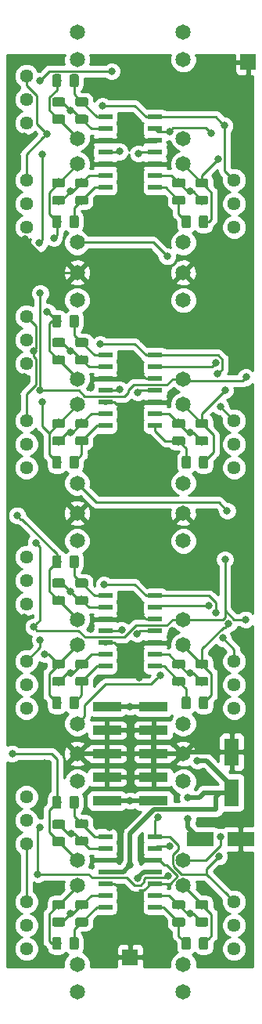
<source format=gbr>
G04 #@! TF.GenerationSoftware,KiCad,Pcbnew,(5.0.0-3-g5ebb6b6)*
G04 #@! TF.CreationDate,2019-01-01T15:12:14-08:00*
G04 #@! TF.ProjectId,BuffMult,427566664D756C742E6B696361645F70,rev?*
G04 #@! TF.SameCoordinates,Original*
G04 #@! TF.FileFunction,Copper,L1,Top,Signal*
G04 #@! TF.FilePolarity,Positive*
%FSLAX46Y46*%
G04 Gerber Fmt 4.6, Leading zero omitted, Abs format (unit mm)*
G04 Created by KiCad (PCBNEW (5.0.0-3-g5ebb6b6)) date Tuesday, January 01, 2019 at 03:12:14 PM*
%MOMM*%
%LPD*%
G01*
G04 APERTURE LIST*
G04 #@! TA.AperFunction,SMDPad,CuDef*
%ADD10R,1.600000X3.000000*%
G04 #@! TD*
G04 #@! TA.AperFunction,ComponentPad*
%ADD11C,1.440000*%
G04 #@! TD*
G04 #@! TA.AperFunction,Conductor*
%ADD12C,0.100000*%
G04 #@! TD*
G04 #@! TA.AperFunction,SMDPad,CuDef*
%ADD13C,0.975000*%
G04 #@! TD*
G04 #@! TA.AperFunction,SMDPad,CuDef*
%ADD14R,1.500000X0.600000*%
G04 #@! TD*
G04 #@! TA.AperFunction,ComponentPad*
%ADD15C,1.650000*%
G04 #@! TD*
G04 #@! TA.AperFunction,SMDPad,CuDef*
%ADD16R,3.150000X1.000000*%
G04 #@! TD*
G04 #@! TA.AperFunction,ComponentPad*
%ADD17R,1.700000X1.700000*%
G04 #@! TD*
G04 #@! TA.AperFunction,SMDPad,CuDef*
%ADD18R,3.000000X1.600000*%
G04 #@! TD*
G04 #@! TA.AperFunction,ViaPad*
%ADD19C,0.800000*%
G04 #@! TD*
G04 #@! TA.AperFunction,Conductor*
%ADD20C,0.250000*%
G04 #@! TD*
G04 #@! TA.AperFunction,Conductor*
%ADD21C,0.500000*%
G04 #@! TD*
G04 #@! TA.AperFunction,Conductor*
%ADD22C,0.254000*%
G04 #@! TD*
G04 APERTURE END LIST*
D10*
G04 #@! TO.P,C17,1*
G04 #@! TO.N,+12V*
X124000000Y-140450000D03*
G04 #@! TO.P,C17,2*
G04 #@! TO.N,Earth*
X124000000Y-136050000D03*
G04 #@! TD*
D11*
G04 #@! TO.P,RV8,3*
G04 #@! TO.N,Net-(R40-Pad1)*
X124250000Y-157330000D03*
G04 #@! TO.P,RV8,2*
G04 #@! TO.N,Net-(R32-Pad2)*
X124250000Y-154790000D03*
G04 #@! TO.P,RV8,1*
G04 #@! TO.N,Net-(C4-Pad1)*
X124250000Y-152250000D03*
G04 #@! TD*
G04 #@! TO.P,RV12,1*
G04 #@! TO.N,Net-(C4-Pad1)*
X101750000Y-152250000D03*
G04 #@! TO.P,RV12,2*
G04 #@! TO.N,Net-(R48-Pad2)*
X101750000Y-154790000D03*
G04 #@! TO.P,RV12,3*
G04 #@! TO.N,Net-(R56-Pad1)*
X101750000Y-157330000D03*
G04 #@! TD*
D12*
G04 #@! TO.N,Net-(C5-Pad1)*
G04 #@! TO.C,C5*
G36*
X108230142Y-65326174D02*
X108253803Y-65329684D01*
X108277007Y-65335496D01*
X108299529Y-65343554D01*
X108321153Y-65353782D01*
X108341670Y-65366079D01*
X108360883Y-65380329D01*
X108378607Y-65396393D01*
X108394671Y-65414117D01*
X108408921Y-65433330D01*
X108421218Y-65453847D01*
X108431446Y-65475471D01*
X108439504Y-65497993D01*
X108445316Y-65521197D01*
X108448826Y-65544858D01*
X108450000Y-65568750D01*
X108450000Y-66056250D01*
X108448826Y-66080142D01*
X108445316Y-66103803D01*
X108439504Y-66127007D01*
X108431446Y-66149529D01*
X108421218Y-66171153D01*
X108408921Y-66191670D01*
X108394671Y-66210883D01*
X108378607Y-66228607D01*
X108360883Y-66244671D01*
X108341670Y-66258921D01*
X108321153Y-66271218D01*
X108299529Y-66281446D01*
X108277007Y-66289504D01*
X108253803Y-66295316D01*
X108230142Y-66298826D01*
X108206250Y-66300000D01*
X107293750Y-66300000D01*
X107269858Y-66298826D01*
X107246197Y-66295316D01*
X107222993Y-66289504D01*
X107200471Y-66281446D01*
X107178847Y-66271218D01*
X107158330Y-66258921D01*
X107139117Y-66244671D01*
X107121393Y-66228607D01*
X107105329Y-66210883D01*
X107091079Y-66191670D01*
X107078782Y-66171153D01*
X107068554Y-66149529D01*
X107060496Y-66127007D01*
X107054684Y-66103803D01*
X107051174Y-66080142D01*
X107050000Y-66056250D01*
X107050000Y-65568750D01*
X107051174Y-65544858D01*
X107054684Y-65521197D01*
X107060496Y-65497993D01*
X107068554Y-65475471D01*
X107078782Y-65453847D01*
X107091079Y-65433330D01*
X107105329Y-65414117D01*
X107121393Y-65396393D01*
X107139117Y-65380329D01*
X107158330Y-65366079D01*
X107178847Y-65353782D01*
X107200471Y-65343554D01*
X107222993Y-65335496D01*
X107246197Y-65329684D01*
X107269858Y-65326174D01*
X107293750Y-65325000D01*
X108206250Y-65325000D01*
X108230142Y-65326174D01*
X108230142Y-65326174D01*
G37*
D13*
G04 #@! TD*
G04 #@! TO.P,C5,1*
G04 #@! TO.N,Net-(C5-Pad1)*
X107750000Y-65812500D03*
D12*
G04 #@! TO.N,Net-(C5-Pad2)*
G04 #@! TO.C,C5*
G36*
X108230142Y-67201174D02*
X108253803Y-67204684D01*
X108277007Y-67210496D01*
X108299529Y-67218554D01*
X108321153Y-67228782D01*
X108341670Y-67241079D01*
X108360883Y-67255329D01*
X108378607Y-67271393D01*
X108394671Y-67289117D01*
X108408921Y-67308330D01*
X108421218Y-67328847D01*
X108431446Y-67350471D01*
X108439504Y-67372993D01*
X108445316Y-67396197D01*
X108448826Y-67419858D01*
X108450000Y-67443750D01*
X108450000Y-67931250D01*
X108448826Y-67955142D01*
X108445316Y-67978803D01*
X108439504Y-68002007D01*
X108431446Y-68024529D01*
X108421218Y-68046153D01*
X108408921Y-68066670D01*
X108394671Y-68085883D01*
X108378607Y-68103607D01*
X108360883Y-68119671D01*
X108341670Y-68133921D01*
X108321153Y-68146218D01*
X108299529Y-68156446D01*
X108277007Y-68164504D01*
X108253803Y-68170316D01*
X108230142Y-68173826D01*
X108206250Y-68175000D01*
X107293750Y-68175000D01*
X107269858Y-68173826D01*
X107246197Y-68170316D01*
X107222993Y-68164504D01*
X107200471Y-68156446D01*
X107178847Y-68146218D01*
X107158330Y-68133921D01*
X107139117Y-68119671D01*
X107121393Y-68103607D01*
X107105329Y-68085883D01*
X107091079Y-68066670D01*
X107078782Y-68046153D01*
X107068554Y-68024529D01*
X107060496Y-68002007D01*
X107054684Y-67978803D01*
X107051174Y-67955142D01*
X107050000Y-67931250D01*
X107050000Y-67443750D01*
X107051174Y-67419858D01*
X107054684Y-67396197D01*
X107060496Y-67372993D01*
X107068554Y-67350471D01*
X107078782Y-67328847D01*
X107091079Y-67308330D01*
X107105329Y-67289117D01*
X107121393Y-67271393D01*
X107139117Y-67255329D01*
X107158330Y-67241079D01*
X107178847Y-67228782D01*
X107200471Y-67218554D01*
X107222993Y-67210496D01*
X107246197Y-67204684D01*
X107269858Y-67201174D01*
X107293750Y-67200000D01*
X108206250Y-67200000D01*
X108230142Y-67201174D01*
X108230142Y-67201174D01*
G37*
D13*
G04 #@! TD*
G04 #@! TO.P,C5,2*
G04 #@! TO.N,Net-(C5-Pad2)*
X107750000Y-67687500D03*
D12*
G04 #@! TO.N,Net-(C6-Pad2)*
G04 #@! TO.C,C6*
G36*
X108230142Y-93201174D02*
X108253803Y-93204684D01*
X108277007Y-93210496D01*
X108299529Y-93218554D01*
X108321153Y-93228782D01*
X108341670Y-93241079D01*
X108360883Y-93255329D01*
X108378607Y-93271393D01*
X108394671Y-93289117D01*
X108408921Y-93308330D01*
X108421218Y-93328847D01*
X108431446Y-93350471D01*
X108439504Y-93372993D01*
X108445316Y-93396197D01*
X108448826Y-93419858D01*
X108450000Y-93443750D01*
X108450000Y-93931250D01*
X108448826Y-93955142D01*
X108445316Y-93978803D01*
X108439504Y-94002007D01*
X108431446Y-94024529D01*
X108421218Y-94046153D01*
X108408921Y-94066670D01*
X108394671Y-94085883D01*
X108378607Y-94103607D01*
X108360883Y-94119671D01*
X108341670Y-94133921D01*
X108321153Y-94146218D01*
X108299529Y-94156446D01*
X108277007Y-94164504D01*
X108253803Y-94170316D01*
X108230142Y-94173826D01*
X108206250Y-94175000D01*
X107293750Y-94175000D01*
X107269858Y-94173826D01*
X107246197Y-94170316D01*
X107222993Y-94164504D01*
X107200471Y-94156446D01*
X107178847Y-94146218D01*
X107158330Y-94133921D01*
X107139117Y-94119671D01*
X107121393Y-94103607D01*
X107105329Y-94085883D01*
X107091079Y-94066670D01*
X107078782Y-94046153D01*
X107068554Y-94024529D01*
X107060496Y-94002007D01*
X107054684Y-93978803D01*
X107051174Y-93955142D01*
X107050000Y-93931250D01*
X107050000Y-93443750D01*
X107051174Y-93419858D01*
X107054684Y-93396197D01*
X107060496Y-93372993D01*
X107068554Y-93350471D01*
X107078782Y-93328847D01*
X107091079Y-93308330D01*
X107105329Y-93289117D01*
X107121393Y-93271393D01*
X107139117Y-93255329D01*
X107158330Y-93241079D01*
X107178847Y-93228782D01*
X107200471Y-93218554D01*
X107222993Y-93210496D01*
X107246197Y-93204684D01*
X107269858Y-93201174D01*
X107293750Y-93200000D01*
X108206250Y-93200000D01*
X108230142Y-93201174D01*
X108230142Y-93201174D01*
G37*
D13*
G04 #@! TD*
G04 #@! TO.P,C6,2*
G04 #@! TO.N,Net-(C6-Pad2)*
X107750000Y-93687500D03*
D12*
G04 #@! TO.N,Net-(C6-Pad1)*
G04 #@! TO.C,C6*
G36*
X108230142Y-91326174D02*
X108253803Y-91329684D01*
X108277007Y-91335496D01*
X108299529Y-91343554D01*
X108321153Y-91353782D01*
X108341670Y-91366079D01*
X108360883Y-91380329D01*
X108378607Y-91396393D01*
X108394671Y-91414117D01*
X108408921Y-91433330D01*
X108421218Y-91453847D01*
X108431446Y-91475471D01*
X108439504Y-91497993D01*
X108445316Y-91521197D01*
X108448826Y-91544858D01*
X108450000Y-91568750D01*
X108450000Y-92056250D01*
X108448826Y-92080142D01*
X108445316Y-92103803D01*
X108439504Y-92127007D01*
X108431446Y-92149529D01*
X108421218Y-92171153D01*
X108408921Y-92191670D01*
X108394671Y-92210883D01*
X108378607Y-92228607D01*
X108360883Y-92244671D01*
X108341670Y-92258921D01*
X108321153Y-92271218D01*
X108299529Y-92281446D01*
X108277007Y-92289504D01*
X108253803Y-92295316D01*
X108230142Y-92298826D01*
X108206250Y-92300000D01*
X107293750Y-92300000D01*
X107269858Y-92298826D01*
X107246197Y-92295316D01*
X107222993Y-92289504D01*
X107200471Y-92281446D01*
X107178847Y-92271218D01*
X107158330Y-92258921D01*
X107139117Y-92244671D01*
X107121393Y-92228607D01*
X107105329Y-92210883D01*
X107091079Y-92191670D01*
X107078782Y-92171153D01*
X107068554Y-92149529D01*
X107060496Y-92127007D01*
X107054684Y-92103803D01*
X107051174Y-92080142D01*
X107050000Y-92056250D01*
X107050000Y-91568750D01*
X107051174Y-91544858D01*
X107054684Y-91521197D01*
X107060496Y-91497993D01*
X107068554Y-91475471D01*
X107078782Y-91453847D01*
X107091079Y-91433330D01*
X107105329Y-91414117D01*
X107121393Y-91396393D01*
X107139117Y-91380329D01*
X107158330Y-91366079D01*
X107178847Y-91353782D01*
X107200471Y-91343554D01*
X107222993Y-91335496D01*
X107246197Y-91329684D01*
X107269858Y-91326174D01*
X107293750Y-91325000D01*
X108206250Y-91325000D01*
X108230142Y-91326174D01*
X108230142Y-91326174D01*
G37*
D13*
G04 #@! TD*
G04 #@! TO.P,C6,1*
G04 #@! TO.N,Net-(C6-Pad1)*
X107750000Y-91812500D03*
D12*
G04 #@! TO.N,Net-(C7-Pad2)*
G04 #@! TO.C,C7*
G36*
X108230142Y-119201174D02*
X108253803Y-119204684D01*
X108277007Y-119210496D01*
X108299529Y-119218554D01*
X108321153Y-119228782D01*
X108341670Y-119241079D01*
X108360883Y-119255329D01*
X108378607Y-119271393D01*
X108394671Y-119289117D01*
X108408921Y-119308330D01*
X108421218Y-119328847D01*
X108431446Y-119350471D01*
X108439504Y-119372993D01*
X108445316Y-119396197D01*
X108448826Y-119419858D01*
X108450000Y-119443750D01*
X108450000Y-119931250D01*
X108448826Y-119955142D01*
X108445316Y-119978803D01*
X108439504Y-120002007D01*
X108431446Y-120024529D01*
X108421218Y-120046153D01*
X108408921Y-120066670D01*
X108394671Y-120085883D01*
X108378607Y-120103607D01*
X108360883Y-120119671D01*
X108341670Y-120133921D01*
X108321153Y-120146218D01*
X108299529Y-120156446D01*
X108277007Y-120164504D01*
X108253803Y-120170316D01*
X108230142Y-120173826D01*
X108206250Y-120175000D01*
X107293750Y-120175000D01*
X107269858Y-120173826D01*
X107246197Y-120170316D01*
X107222993Y-120164504D01*
X107200471Y-120156446D01*
X107178847Y-120146218D01*
X107158330Y-120133921D01*
X107139117Y-120119671D01*
X107121393Y-120103607D01*
X107105329Y-120085883D01*
X107091079Y-120066670D01*
X107078782Y-120046153D01*
X107068554Y-120024529D01*
X107060496Y-120002007D01*
X107054684Y-119978803D01*
X107051174Y-119955142D01*
X107050000Y-119931250D01*
X107050000Y-119443750D01*
X107051174Y-119419858D01*
X107054684Y-119396197D01*
X107060496Y-119372993D01*
X107068554Y-119350471D01*
X107078782Y-119328847D01*
X107091079Y-119308330D01*
X107105329Y-119289117D01*
X107121393Y-119271393D01*
X107139117Y-119255329D01*
X107158330Y-119241079D01*
X107178847Y-119228782D01*
X107200471Y-119218554D01*
X107222993Y-119210496D01*
X107246197Y-119204684D01*
X107269858Y-119201174D01*
X107293750Y-119200000D01*
X108206250Y-119200000D01*
X108230142Y-119201174D01*
X108230142Y-119201174D01*
G37*
D13*
G04 #@! TD*
G04 #@! TO.P,C7,2*
G04 #@! TO.N,Net-(C7-Pad2)*
X107750000Y-119687500D03*
D12*
G04 #@! TO.N,Net-(C7-Pad1)*
G04 #@! TO.C,C7*
G36*
X108230142Y-117326174D02*
X108253803Y-117329684D01*
X108277007Y-117335496D01*
X108299529Y-117343554D01*
X108321153Y-117353782D01*
X108341670Y-117366079D01*
X108360883Y-117380329D01*
X108378607Y-117396393D01*
X108394671Y-117414117D01*
X108408921Y-117433330D01*
X108421218Y-117453847D01*
X108431446Y-117475471D01*
X108439504Y-117497993D01*
X108445316Y-117521197D01*
X108448826Y-117544858D01*
X108450000Y-117568750D01*
X108450000Y-118056250D01*
X108448826Y-118080142D01*
X108445316Y-118103803D01*
X108439504Y-118127007D01*
X108431446Y-118149529D01*
X108421218Y-118171153D01*
X108408921Y-118191670D01*
X108394671Y-118210883D01*
X108378607Y-118228607D01*
X108360883Y-118244671D01*
X108341670Y-118258921D01*
X108321153Y-118271218D01*
X108299529Y-118281446D01*
X108277007Y-118289504D01*
X108253803Y-118295316D01*
X108230142Y-118298826D01*
X108206250Y-118300000D01*
X107293750Y-118300000D01*
X107269858Y-118298826D01*
X107246197Y-118295316D01*
X107222993Y-118289504D01*
X107200471Y-118281446D01*
X107178847Y-118271218D01*
X107158330Y-118258921D01*
X107139117Y-118244671D01*
X107121393Y-118228607D01*
X107105329Y-118210883D01*
X107091079Y-118191670D01*
X107078782Y-118171153D01*
X107068554Y-118149529D01*
X107060496Y-118127007D01*
X107054684Y-118103803D01*
X107051174Y-118080142D01*
X107050000Y-118056250D01*
X107050000Y-117568750D01*
X107051174Y-117544858D01*
X107054684Y-117521197D01*
X107060496Y-117497993D01*
X107068554Y-117475471D01*
X107078782Y-117453847D01*
X107091079Y-117433330D01*
X107105329Y-117414117D01*
X107121393Y-117396393D01*
X107139117Y-117380329D01*
X107158330Y-117366079D01*
X107178847Y-117353782D01*
X107200471Y-117343554D01*
X107222993Y-117335496D01*
X107246197Y-117329684D01*
X107269858Y-117326174D01*
X107293750Y-117325000D01*
X108206250Y-117325000D01*
X108230142Y-117326174D01*
X108230142Y-117326174D01*
G37*
D13*
G04 #@! TD*
G04 #@! TO.P,C7,1*
G04 #@! TO.N,Net-(C7-Pad1)*
X107750000Y-117812500D03*
D12*
G04 #@! TO.N,Net-(C9-Pad2)*
G04 #@! TO.C,C9*
G36*
X118730142Y-74076174D02*
X118753803Y-74079684D01*
X118777007Y-74085496D01*
X118799529Y-74093554D01*
X118821153Y-74103782D01*
X118841670Y-74116079D01*
X118860883Y-74130329D01*
X118878607Y-74146393D01*
X118894671Y-74164117D01*
X118908921Y-74183330D01*
X118921218Y-74203847D01*
X118931446Y-74225471D01*
X118939504Y-74247993D01*
X118945316Y-74271197D01*
X118948826Y-74294858D01*
X118950000Y-74318750D01*
X118950000Y-74806250D01*
X118948826Y-74830142D01*
X118945316Y-74853803D01*
X118939504Y-74877007D01*
X118931446Y-74899529D01*
X118921218Y-74921153D01*
X118908921Y-74941670D01*
X118894671Y-74960883D01*
X118878607Y-74978607D01*
X118860883Y-74994671D01*
X118841670Y-75008921D01*
X118821153Y-75021218D01*
X118799529Y-75031446D01*
X118777007Y-75039504D01*
X118753803Y-75045316D01*
X118730142Y-75048826D01*
X118706250Y-75050000D01*
X117793750Y-75050000D01*
X117769858Y-75048826D01*
X117746197Y-75045316D01*
X117722993Y-75039504D01*
X117700471Y-75031446D01*
X117678847Y-75021218D01*
X117658330Y-75008921D01*
X117639117Y-74994671D01*
X117621393Y-74978607D01*
X117605329Y-74960883D01*
X117591079Y-74941670D01*
X117578782Y-74921153D01*
X117568554Y-74899529D01*
X117560496Y-74877007D01*
X117554684Y-74853803D01*
X117551174Y-74830142D01*
X117550000Y-74806250D01*
X117550000Y-74318750D01*
X117551174Y-74294858D01*
X117554684Y-74271197D01*
X117560496Y-74247993D01*
X117568554Y-74225471D01*
X117578782Y-74203847D01*
X117591079Y-74183330D01*
X117605329Y-74164117D01*
X117621393Y-74146393D01*
X117639117Y-74130329D01*
X117658330Y-74116079D01*
X117678847Y-74103782D01*
X117700471Y-74093554D01*
X117722993Y-74085496D01*
X117746197Y-74079684D01*
X117769858Y-74076174D01*
X117793750Y-74075000D01*
X118706250Y-74075000D01*
X118730142Y-74076174D01*
X118730142Y-74076174D01*
G37*
D13*
G04 #@! TD*
G04 #@! TO.P,C9,2*
G04 #@! TO.N,Net-(C9-Pad2)*
X118250000Y-74562500D03*
D12*
G04 #@! TO.N,Net-(C9-Pad1)*
G04 #@! TO.C,C9*
G36*
X118730142Y-75951174D02*
X118753803Y-75954684D01*
X118777007Y-75960496D01*
X118799529Y-75968554D01*
X118821153Y-75978782D01*
X118841670Y-75991079D01*
X118860883Y-76005329D01*
X118878607Y-76021393D01*
X118894671Y-76039117D01*
X118908921Y-76058330D01*
X118921218Y-76078847D01*
X118931446Y-76100471D01*
X118939504Y-76122993D01*
X118945316Y-76146197D01*
X118948826Y-76169858D01*
X118950000Y-76193750D01*
X118950000Y-76681250D01*
X118948826Y-76705142D01*
X118945316Y-76728803D01*
X118939504Y-76752007D01*
X118931446Y-76774529D01*
X118921218Y-76796153D01*
X118908921Y-76816670D01*
X118894671Y-76835883D01*
X118878607Y-76853607D01*
X118860883Y-76869671D01*
X118841670Y-76883921D01*
X118821153Y-76896218D01*
X118799529Y-76906446D01*
X118777007Y-76914504D01*
X118753803Y-76920316D01*
X118730142Y-76923826D01*
X118706250Y-76925000D01*
X117793750Y-76925000D01*
X117769858Y-76923826D01*
X117746197Y-76920316D01*
X117722993Y-76914504D01*
X117700471Y-76906446D01*
X117678847Y-76896218D01*
X117658330Y-76883921D01*
X117639117Y-76869671D01*
X117621393Y-76853607D01*
X117605329Y-76835883D01*
X117591079Y-76816670D01*
X117578782Y-76796153D01*
X117568554Y-76774529D01*
X117560496Y-76752007D01*
X117554684Y-76728803D01*
X117551174Y-76705142D01*
X117550000Y-76681250D01*
X117550000Y-76193750D01*
X117551174Y-76169858D01*
X117554684Y-76146197D01*
X117560496Y-76122993D01*
X117568554Y-76100471D01*
X117578782Y-76078847D01*
X117591079Y-76058330D01*
X117605329Y-76039117D01*
X117621393Y-76021393D01*
X117639117Y-76005329D01*
X117658330Y-75991079D01*
X117678847Y-75978782D01*
X117700471Y-75968554D01*
X117722993Y-75960496D01*
X117746197Y-75954684D01*
X117769858Y-75951174D01*
X117793750Y-75950000D01*
X118706250Y-75950000D01*
X118730142Y-75951174D01*
X118730142Y-75951174D01*
G37*
D13*
G04 #@! TD*
G04 #@! TO.P,C9,1*
G04 #@! TO.N,Net-(C9-Pad1)*
X118250000Y-76437500D03*
D12*
G04 #@! TO.N,Net-(C10-Pad1)*
G04 #@! TO.C,C10*
G36*
X118730142Y-101951174D02*
X118753803Y-101954684D01*
X118777007Y-101960496D01*
X118799529Y-101968554D01*
X118821153Y-101978782D01*
X118841670Y-101991079D01*
X118860883Y-102005329D01*
X118878607Y-102021393D01*
X118894671Y-102039117D01*
X118908921Y-102058330D01*
X118921218Y-102078847D01*
X118931446Y-102100471D01*
X118939504Y-102122993D01*
X118945316Y-102146197D01*
X118948826Y-102169858D01*
X118950000Y-102193750D01*
X118950000Y-102681250D01*
X118948826Y-102705142D01*
X118945316Y-102728803D01*
X118939504Y-102752007D01*
X118931446Y-102774529D01*
X118921218Y-102796153D01*
X118908921Y-102816670D01*
X118894671Y-102835883D01*
X118878607Y-102853607D01*
X118860883Y-102869671D01*
X118841670Y-102883921D01*
X118821153Y-102896218D01*
X118799529Y-102906446D01*
X118777007Y-102914504D01*
X118753803Y-102920316D01*
X118730142Y-102923826D01*
X118706250Y-102925000D01*
X117793750Y-102925000D01*
X117769858Y-102923826D01*
X117746197Y-102920316D01*
X117722993Y-102914504D01*
X117700471Y-102906446D01*
X117678847Y-102896218D01*
X117658330Y-102883921D01*
X117639117Y-102869671D01*
X117621393Y-102853607D01*
X117605329Y-102835883D01*
X117591079Y-102816670D01*
X117578782Y-102796153D01*
X117568554Y-102774529D01*
X117560496Y-102752007D01*
X117554684Y-102728803D01*
X117551174Y-102705142D01*
X117550000Y-102681250D01*
X117550000Y-102193750D01*
X117551174Y-102169858D01*
X117554684Y-102146197D01*
X117560496Y-102122993D01*
X117568554Y-102100471D01*
X117578782Y-102078847D01*
X117591079Y-102058330D01*
X117605329Y-102039117D01*
X117621393Y-102021393D01*
X117639117Y-102005329D01*
X117658330Y-101991079D01*
X117678847Y-101978782D01*
X117700471Y-101968554D01*
X117722993Y-101960496D01*
X117746197Y-101954684D01*
X117769858Y-101951174D01*
X117793750Y-101950000D01*
X118706250Y-101950000D01*
X118730142Y-101951174D01*
X118730142Y-101951174D01*
G37*
D13*
G04 #@! TD*
G04 #@! TO.P,C10,1*
G04 #@! TO.N,Net-(C10-Pad1)*
X118250000Y-102437500D03*
D12*
G04 #@! TO.N,Net-(C10-Pad2)*
G04 #@! TO.C,C10*
G36*
X118730142Y-100076174D02*
X118753803Y-100079684D01*
X118777007Y-100085496D01*
X118799529Y-100093554D01*
X118821153Y-100103782D01*
X118841670Y-100116079D01*
X118860883Y-100130329D01*
X118878607Y-100146393D01*
X118894671Y-100164117D01*
X118908921Y-100183330D01*
X118921218Y-100203847D01*
X118931446Y-100225471D01*
X118939504Y-100247993D01*
X118945316Y-100271197D01*
X118948826Y-100294858D01*
X118950000Y-100318750D01*
X118950000Y-100806250D01*
X118948826Y-100830142D01*
X118945316Y-100853803D01*
X118939504Y-100877007D01*
X118931446Y-100899529D01*
X118921218Y-100921153D01*
X118908921Y-100941670D01*
X118894671Y-100960883D01*
X118878607Y-100978607D01*
X118860883Y-100994671D01*
X118841670Y-101008921D01*
X118821153Y-101021218D01*
X118799529Y-101031446D01*
X118777007Y-101039504D01*
X118753803Y-101045316D01*
X118730142Y-101048826D01*
X118706250Y-101050000D01*
X117793750Y-101050000D01*
X117769858Y-101048826D01*
X117746197Y-101045316D01*
X117722993Y-101039504D01*
X117700471Y-101031446D01*
X117678847Y-101021218D01*
X117658330Y-101008921D01*
X117639117Y-100994671D01*
X117621393Y-100978607D01*
X117605329Y-100960883D01*
X117591079Y-100941670D01*
X117578782Y-100921153D01*
X117568554Y-100899529D01*
X117560496Y-100877007D01*
X117554684Y-100853803D01*
X117551174Y-100830142D01*
X117550000Y-100806250D01*
X117550000Y-100318750D01*
X117551174Y-100294858D01*
X117554684Y-100271197D01*
X117560496Y-100247993D01*
X117568554Y-100225471D01*
X117578782Y-100203847D01*
X117591079Y-100183330D01*
X117605329Y-100164117D01*
X117621393Y-100146393D01*
X117639117Y-100130329D01*
X117658330Y-100116079D01*
X117678847Y-100103782D01*
X117700471Y-100093554D01*
X117722993Y-100085496D01*
X117746197Y-100079684D01*
X117769858Y-100076174D01*
X117793750Y-100075000D01*
X118706250Y-100075000D01*
X118730142Y-100076174D01*
X118730142Y-100076174D01*
G37*
D13*
G04 #@! TD*
G04 #@! TO.P,C10,2*
G04 #@! TO.N,Net-(C10-Pad2)*
X118250000Y-100562500D03*
D12*
G04 #@! TO.N,Net-(C11-Pad1)*
G04 #@! TO.C,C11*
G36*
X118730142Y-127951174D02*
X118753803Y-127954684D01*
X118777007Y-127960496D01*
X118799529Y-127968554D01*
X118821153Y-127978782D01*
X118841670Y-127991079D01*
X118860883Y-128005329D01*
X118878607Y-128021393D01*
X118894671Y-128039117D01*
X118908921Y-128058330D01*
X118921218Y-128078847D01*
X118931446Y-128100471D01*
X118939504Y-128122993D01*
X118945316Y-128146197D01*
X118948826Y-128169858D01*
X118950000Y-128193750D01*
X118950000Y-128681250D01*
X118948826Y-128705142D01*
X118945316Y-128728803D01*
X118939504Y-128752007D01*
X118931446Y-128774529D01*
X118921218Y-128796153D01*
X118908921Y-128816670D01*
X118894671Y-128835883D01*
X118878607Y-128853607D01*
X118860883Y-128869671D01*
X118841670Y-128883921D01*
X118821153Y-128896218D01*
X118799529Y-128906446D01*
X118777007Y-128914504D01*
X118753803Y-128920316D01*
X118730142Y-128923826D01*
X118706250Y-128925000D01*
X117793750Y-128925000D01*
X117769858Y-128923826D01*
X117746197Y-128920316D01*
X117722993Y-128914504D01*
X117700471Y-128906446D01*
X117678847Y-128896218D01*
X117658330Y-128883921D01*
X117639117Y-128869671D01*
X117621393Y-128853607D01*
X117605329Y-128835883D01*
X117591079Y-128816670D01*
X117578782Y-128796153D01*
X117568554Y-128774529D01*
X117560496Y-128752007D01*
X117554684Y-128728803D01*
X117551174Y-128705142D01*
X117550000Y-128681250D01*
X117550000Y-128193750D01*
X117551174Y-128169858D01*
X117554684Y-128146197D01*
X117560496Y-128122993D01*
X117568554Y-128100471D01*
X117578782Y-128078847D01*
X117591079Y-128058330D01*
X117605329Y-128039117D01*
X117621393Y-128021393D01*
X117639117Y-128005329D01*
X117658330Y-127991079D01*
X117678847Y-127978782D01*
X117700471Y-127968554D01*
X117722993Y-127960496D01*
X117746197Y-127954684D01*
X117769858Y-127951174D01*
X117793750Y-127950000D01*
X118706250Y-127950000D01*
X118730142Y-127951174D01*
X118730142Y-127951174D01*
G37*
D13*
G04 #@! TD*
G04 #@! TO.P,C11,1*
G04 #@! TO.N,Net-(C11-Pad1)*
X118250000Y-128437500D03*
D12*
G04 #@! TO.N,Net-(C11-Pad2)*
G04 #@! TO.C,C11*
G36*
X118730142Y-126076174D02*
X118753803Y-126079684D01*
X118777007Y-126085496D01*
X118799529Y-126093554D01*
X118821153Y-126103782D01*
X118841670Y-126116079D01*
X118860883Y-126130329D01*
X118878607Y-126146393D01*
X118894671Y-126164117D01*
X118908921Y-126183330D01*
X118921218Y-126203847D01*
X118931446Y-126225471D01*
X118939504Y-126247993D01*
X118945316Y-126271197D01*
X118948826Y-126294858D01*
X118950000Y-126318750D01*
X118950000Y-126806250D01*
X118948826Y-126830142D01*
X118945316Y-126853803D01*
X118939504Y-126877007D01*
X118931446Y-126899529D01*
X118921218Y-126921153D01*
X118908921Y-126941670D01*
X118894671Y-126960883D01*
X118878607Y-126978607D01*
X118860883Y-126994671D01*
X118841670Y-127008921D01*
X118821153Y-127021218D01*
X118799529Y-127031446D01*
X118777007Y-127039504D01*
X118753803Y-127045316D01*
X118730142Y-127048826D01*
X118706250Y-127050000D01*
X117793750Y-127050000D01*
X117769858Y-127048826D01*
X117746197Y-127045316D01*
X117722993Y-127039504D01*
X117700471Y-127031446D01*
X117678847Y-127021218D01*
X117658330Y-127008921D01*
X117639117Y-126994671D01*
X117621393Y-126978607D01*
X117605329Y-126960883D01*
X117591079Y-126941670D01*
X117578782Y-126921153D01*
X117568554Y-126899529D01*
X117560496Y-126877007D01*
X117554684Y-126853803D01*
X117551174Y-126830142D01*
X117550000Y-126806250D01*
X117550000Y-126318750D01*
X117551174Y-126294858D01*
X117554684Y-126271197D01*
X117560496Y-126247993D01*
X117568554Y-126225471D01*
X117578782Y-126203847D01*
X117591079Y-126183330D01*
X117605329Y-126164117D01*
X117621393Y-126146393D01*
X117639117Y-126130329D01*
X117658330Y-126116079D01*
X117678847Y-126103782D01*
X117700471Y-126093554D01*
X117722993Y-126085496D01*
X117746197Y-126079684D01*
X117769858Y-126076174D01*
X117793750Y-126075000D01*
X118706250Y-126075000D01*
X118730142Y-126076174D01*
X118730142Y-126076174D01*
G37*
D13*
G04 #@! TD*
G04 #@! TO.P,C11,2*
G04 #@! TO.N,Net-(C11-Pad2)*
X118250000Y-126562500D03*
D12*
G04 #@! TO.N,Net-(C13-Pad1)*
G04 #@! TO.C,C13*
G36*
X108230142Y-75951174D02*
X108253803Y-75954684D01*
X108277007Y-75960496D01*
X108299529Y-75968554D01*
X108321153Y-75978782D01*
X108341670Y-75991079D01*
X108360883Y-76005329D01*
X108378607Y-76021393D01*
X108394671Y-76039117D01*
X108408921Y-76058330D01*
X108421218Y-76078847D01*
X108431446Y-76100471D01*
X108439504Y-76122993D01*
X108445316Y-76146197D01*
X108448826Y-76169858D01*
X108450000Y-76193750D01*
X108450000Y-76681250D01*
X108448826Y-76705142D01*
X108445316Y-76728803D01*
X108439504Y-76752007D01*
X108431446Y-76774529D01*
X108421218Y-76796153D01*
X108408921Y-76816670D01*
X108394671Y-76835883D01*
X108378607Y-76853607D01*
X108360883Y-76869671D01*
X108341670Y-76883921D01*
X108321153Y-76896218D01*
X108299529Y-76906446D01*
X108277007Y-76914504D01*
X108253803Y-76920316D01*
X108230142Y-76923826D01*
X108206250Y-76925000D01*
X107293750Y-76925000D01*
X107269858Y-76923826D01*
X107246197Y-76920316D01*
X107222993Y-76914504D01*
X107200471Y-76906446D01*
X107178847Y-76896218D01*
X107158330Y-76883921D01*
X107139117Y-76869671D01*
X107121393Y-76853607D01*
X107105329Y-76835883D01*
X107091079Y-76816670D01*
X107078782Y-76796153D01*
X107068554Y-76774529D01*
X107060496Y-76752007D01*
X107054684Y-76728803D01*
X107051174Y-76705142D01*
X107050000Y-76681250D01*
X107050000Y-76193750D01*
X107051174Y-76169858D01*
X107054684Y-76146197D01*
X107060496Y-76122993D01*
X107068554Y-76100471D01*
X107078782Y-76078847D01*
X107091079Y-76058330D01*
X107105329Y-76039117D01*
X107121393Y-76021393D01*
X107139117Y-76005329D01*
X107158330Y-75991079D01*
X107178847Y-75978782D01*
X107200471Y-75968554D01*
X107222993Y-75960496D01*
X107246197Y-75954684D01*
X107269858Y-75951174D01*
X107293750Y-75950000D01*
X108206250Y-75950000D01*
X108230142Y-75951174D01*
X108230142Y-75951174D01*
G37*
D13*
G04 #@! TD*
G04 #@! TO.P,C13,1*
G04 #@! TO.N,Net-(C13-Pad1)*
X107750000Y-76437500D03*
D12*
G04 #@! TO.N,Net-(C13-Pad2)*
G04 #@! TO.C,C13*
G36*
X108230142Y-74076174D02*
X108253803Y-74079684D01*
X108277007Y-74085496D01*
X108299529Y-74093554D01*
X108321153Y-74103782D01*
X108341670Y-74116079D01*
X108360883Y-74130329D01*
X108378607Y-74146393D01*
X108394671Y-74164117D01*
X108408921Y-74183330D01*
X108421218Y-74203847D01*
X108431446Y-74225471D01*
X108439504Y-74247993D01*
X108445316Y-74271197D01*
X108448826Y-74294858D01*
X108450000Y-74318750D01*
X108450000Y-74806250D01*
X108448826Y-74830142D01*
X108445316Y-74853803D01*
X108439504Y-74877007D01*
X108431446Y-74899529D01*
X108421218Y-74921153D01*
X108408921Y-74941670D01*
X108394671Y-74960883D01*
X108378607Y-74978607D01*
X108360883Y-74994671D01*
X108341670Y-75008921D01*
X108321153Y-75021218D01*
X108299529Y-75031446D01*
X108277007Y-75039504D01*
X108253803Y-75045316D01*
X108230142Y-75048826D01*
X108206250Y-75050000D01*
X107293750Y-75050000D01*
X107269858Y-75048826D01*
X107246197Y-75045316D01*
X107222993Y-75039504D01*
X107200471Y-75031446D01*
X107178847Y-75021218D01*
X107158330Y-75008921D01*
X107139117Y-74994671D01*
X107121393Y-74978607D01*
X107105329Y-74960883D01*
X107091079Y-74941670D01*
X107078782Y-74921153D01*
X107068554Y-74899529D01*
X107060496Y-74877007D01*
X107054684Y-74853803D01*
X107051174Y-74830142D01*
X107050000Y-74806250D01*
X107050000Y-74318750D01*
X107051174Y-74294858D01*
X107054684Y-74271197D01*
X107060496Y-74247993D01*
X107068554Y-74225471D01*
X107078782Y-74203847D01*
X107091079Y-74183330D01*
X107105329Y-74164117D01*
X107121393Y-74146393D01*
X107139117Y-74130329D01*
X107158330Y-74116079D01*
X107178847Y-74103782D01*
X107200471Y-74093554D01*
X107222993Y-74085496D01*
X107246197Y-74079684D01*
X107269858Y-74076174D01*
X107293750Y-74075000D01*
X108206250Y-74075000D01*
X108230142Y-74076174D01*
X108230142Y-74076174D01*
G37*
D13*
G04 #@! TD*
G04 #@! TO.P,C13,2*
G04 #@! TO.N,Net-(C13-Pad2)*
X107750000Y-74562500D03*
D12*
G04 #@! TO.N,Net-(C14-Pad2)*
G04 #@! TO.C,C14*
G36*
X108230142Y-100076174D02*
X108253803Y-100079684D01*
X108277007Y-100085496D01*
X108299529Y-100093554D01*
X108321153Y-100103782D01*
X108341670Y-100116079D01*
X108360883Y-100130329D01*
X108378607Y-100146393D01*
X108394671Y-100164117D01*
X108408921Y-100183330D01*
X108421218Y-100203847D01*
X108431446Y-100225471D01*
X108439504Y-100247993D01*
X108445316Y-100271197D01*
X108448826Y-100294858D01*
X108450000Y-100318750D01*
X108450000Y-100806250D01*
X108448826Y-100830142D01*
X108445316Y-100853803D01*
X108439504Y-100877007D01*
X108431446Y-100899529D01*
X108421218Y-100921153D01*
X108408921Y-100941670D01*
X108394671Y-100960883D01*
X108378607Y-100978607D01*
X108360883Y-100994671D01*
X108341670Y-101008921D01*
X108321153Y-101021218D01*
X108299529Y-101031446D01*
X108277007Y-101039504D01*
X108253803Y-101045316D01*
X108230142Y-101048826D01*
X108206250Y-101050000D01*
X107293750Y-101050000D01*
X107269858Y-101048826D01*
X107246197Y-101045316D01*
X107222993Y-101039504D01*
X107200471Y-101031446D01*
X107178847Y-101021218D01*
X107158330Y-101008921D01*
X107139117Y-100994671D01*
X107121393Y-100978607D01*
X107105329Y-100960883D01*
X107091079Y-100941670D01*
X107078782Y-100921153D01*
X107068554Y-100899529D01*
X107060496Y-100877007D01*
X107054684Y-100853803D01*
X107051174Y-100830142D01*
X107050000Y-100806250D01*
X107050000Y-100318750D01*
X107051174Y-100294858D01*
X107054684Y-100271197D01*
X107060496Y-100247993D01*
X107068554Y-100225471D01*
X107078782Y-100203847D01*
X107091079Y-100183330D01*
X107105329Y-100164117D01*
X107121393Y-100146393D01*
X107139117Y-100130329D01*
X107158330Y-100116079D01*
X107178847Y-100103782D01*
X107200471Y-100093554D01*
X107222993Y-100085496D01*
X107246197Y-100079684D01*
X107269858Y-100076174D01*
X107293750Y-100075000D01*
X108206250Y-100075000D01*
X108230142Y-100076174D01*
X108230142Y-100076174D01*
G37*
D13*
G04 #@! TD*
G04 #@! TO.P,C14,2*
G04 #@! TO.N,Net-(C14-Pad2)*
X107750000Y-100562500D03*
D12*
G04 #@! TO.N,Net-(C14-Pad1)*
G04 #@! TO.C,C14*
G36*
X108230142Y-101951174D02*
X108253803Y-101954684D01*
X108277007Y-101960496D01*
X108299529Y-101968554D01*
X108321153Y-101978782D01*
X108341670Y-101991079D01*
X108360883Y-102005329D01*
X108378607Y-102021393D01*
X108394671Y-102039117D01*
X108408921Y-102058330D01*
X108421218Y-102078847D01*
X108431446Y-102100471D01*
X108439504Y-102122993D01*
X108445316Y-102146197D01*
X108448826Y-102169858D01*
X108450000Y-102193750D01*
X108450000Y-102681250D01*
X108448826Y-102705142D01*
X108445316Y-102728803D01*
X108439504Y-102752007D01*
X108431446Y-102774529D01*
X108421218Y-102796153D01*
X108408921Y-102816670D01*
X108394671Y-102835883D01*
X108378607Y-102853607D01*
X108360883Y-102869671D01*
X108341670Y-102883921D01*
X108321153Y-102896218D01*
X108299529Y-102906446D01*
X108277007Y-102914504D01*
X108253803Y-102920316D01*
X108230142Y-102923826D01*
X108206250Y-102925000D01*
X107293750Y-102925000D01*
X107269858Y-102923826D01*
X107246197Y-102920316D01*
X107222993Y-102914504D01*
X107200471Y-102906446D01*
X107178847Y-102896218D01*
X107158330Y-102883921D01*
X107139117Y-102869671D01*
X107121393Y-102853607D01*
X107105329Y-102835883D01*
X107091079Y-102816670D01*
X107078782Y-102796153D01*
X107068554Y-102774529D01*
X107060496Y-102752007D01*
X107054684Y-102728803D01*
X107051174Y-102705142D01*
X107050000Y-102681250D01*
X107050000Y-102193750D01*
X107051174Y-102169858D01*
X107054684Y-102146197D01*
X107060496Y-102122993D01*
X107068554Y-102100471D01*
X107078782Y-102078847D01*
X107091079Y-102058330D01*
X107105329Y-102039117D01*
X107121393Y-102021393D01*
X107139117Y-102005329D01*
X107158330Y-101991079D01*
X107178847Y-101978782D01*
X107200471Y-101968554D01*
X107222993Y-101960496D01*
X107246197Y-101954684D01*
X107269858Y-101951174D01*
X107293750Y-101950000D01*
X108206250Y-101950000D01*
X108230142Y-101951174D01*
X108230142Y-101951174D01*
G37*
D13*
G04 #@! TD*
G04 #@! TO.P,C14,1*
G04 #@! TO.N,Net-(C14-Pad1)*
X107750000Y-102437500D03*
D12*
G04 #@! TO.N,Net-(C15-Pad2)*
G04 #@! TO.C,C15*
G36*
X108230142Y-126076174D02*
X108253803Y-126079684D01*
X108277007Y-126085496D01*
X108299529Y-126093554D01*
X108321153Y-126103782D01*
X108341670Y-126116079D01*
X108360883Y-126130329D01*
X108378607Y-126146393D01*
X108394671Y-126164117D01*
X108408921Y-126183330D01*
X108421218Y-126203847D01*
X108431446Y-126225471D01*
X108439504Y-126247993D01*
X108445316Y-126271197D01*
X108448826Y-126294858D01*
X108450000Y-126318750D01*
X108450000Y-126806250D01*
X108448826Y-126830142D01*
X108445316Y-126853803D01*
X108439504Y-126877007D01*
X108431446Y-126899529D01*
X108421218Y-126921153D01*
X108408921Y-126941670D01*
X108394671Y-126960883D01*
X108378607Y-126978607D01*
X108360883Y-126994671D01*
X108341670Y-127008921D01*
X108321153Y-127021218D01*
X108299529Y-127031446D01*
X108277007Y-127039504D01*
X108253803Y-127045316D01*
X108230142Y-127048826D01*
X108206250Y-127050000D01*
X107293750Y-127050000D01*
X107269858Y-127048826D01*
X107246197Y-127045316D01*
X107222993Y-127039504D01*
X107200471Y-127031446D01*
X107178847Y-127021218D01*
X107158330Y-127008921D01*
X107139117Y-126994671D01*
X107121393Y-126978607D01*
X107105329Y-126960883D01*
X107091079Y-126941670D01*
X107078782Y-126921153D01*
X107068554Y-126899529D01*
X107060496Y-126877007D01*
X107054684Y-126853803D01*
X107051174Y-126830142D01*
X107050000Y-126806250D01*
X107050000Y-126318750D01*
X107051174Y-126294858D01*
X107054684Y-126271197D01*
X107060496Y-126247993D01*
X107068554Y-126225471D01*
X107078782Y-126203847D01*
X107091079Y-126183330D01*
X107105329Y-126164117D01*
X107121393Y-126146393D01*
X107139117Y-126130329D01*
X107158330Y-126116079D01*
X107178847Y-126103782D01*
X107200471Y-126093554D01*
X107222993Y-126085496D01*
X107246197Y-126079684D01*
X107269858Y-126076174D01*
X107293750Y-126075000D01*
X108206250Y-126075000D01*
X108230142Y-126076174D01*
X108230142Y-126076174D01*
G37*
D13*
G04 #@! TD*
G04 #@! TO.P,C15,2*
G04 #@! TO.N,Net-(C15-Pad2)*
X107750000Y-126562500D03*
D12*
G04 #@! TO.N,Net-(C15-Pad1)*
G04 #@! TO.C,C15*
G36*
X108230142Y-127951174D02*
X108253803Y-127954684D01*
X108277007Y-127960496D01*
X108299529Y-127968554D01*
X108321153Y-127978782D01*
X108341670Y-127991079D01*
X108360883Y-128005329D01*
X108378607Y-128021393D01*
X108394671Y-128039117D01*
X108408921Y-128058330D01*
X108421218Y-128078847D01*
X108431446Y-128100471D01*
X108439504Y-128122993D01*
X108445316Y-128146197D01*
X108448826Y-128169858D01*
X108450000Y-128193750D01*
X108450000Y-128681250D01*
X108448826Y-128705142D01*
X108445316Y-128728803D01*
X108439504Y-128752007D01*
X108431446Y-128774529D01*
X108421218Y-128796153D01*
X108408921Y-128816670D01*
X108394671Y-128835883D01*
X108378607Y-128853607D01*
X108360883Y-128869671D01*
X108341670Y-128883921D01*
X108321153Y-128896218D01*
X108299529Y-128906446D01*
X108277007Y-128914504D01*
X108253803Y-128920316D01*
X108230142Y-128923826D01*
X108206250Y-128925000D01*
X107293750Y-128925000D01*
X107269858Y-128923826D01*
X107246197Y-128920316D01*
X107222993Y-128914504D01*
X107200471Y-128906446D01*
X107178847Y-128896218D01*
X107158330Y-128883921D01*
X107139117Y-128869671D01*
X107121393Y-128853607D01*
X107105329Y-128835883D01*
X107091079Y-128816670D01*
X107078782Y-128796153D01*
X107068554Y-128774529D01*
X107060496Y-128752007D01*
X107054684Y-128728803D01*
X107051174Y-128705142D01*
X107050000Y-128681250D01*
X107050000Y-128193750D01*
X107051174Y-128169858D01*
X107054684Y-128146197D01*
X107060496Y-128122993D01*
X107068554Y-128100471D01*
X107078782Y-128078847D01*
X107091079Y-128058330D01*
X107105329Y-128039117D01*
X107121393Y-128021393D01*
X107139117Y-128005329D01*
X107158330Y-127991079D01*
X107178847Y-127978782D01*
X107200471Y-127968554D01*
X107222993Y-127960496D01*
X107246197Y-127954684D01*
X107269858Y-127951174D01*
X107293750Y-127950000D01*
X108206250Y-127950000D01*
X108230142Y-127951174D01*
X108230142Y-127951174D01*
G37*
D13*
G04 #@! TD*
G04 #@! TO.P,C15,1*
G04 #@! TO.N,Net-(C15-Pad1)*
X107750000Y-128437500D03*
D12*
G04 #@! TO.N,Net-(C5-Pad2)*
G04 #@! TO.C,R9*
G36*
X105730142Y-65326174D02*
X105753803Y-65329684D01*
X105777007Y-65335496D01*
X105799529Y-65343554D01*
X105821153Y-65353782D01*
X105841670Y-65366079D01*
X105860883Y-65380329D01*
X105878607Y-65396393D01*
X105894671Y-65414117D01*
X105908921Y-65433330D01*
X105921218Y-65453847D01*
X105931446Y-65475471D01*
X105939504Y-65497993D01*
X105945316Y-65521197D01*
X105948826Y-65544858D01*
X105950000Y-65568750D01*
X105950000Y-66056250D01*
X105948826Y-66080142D01*
X105945316Y-66103803D01*
X105939504Y-66127007D01*
X105931446Y-66149529D01*
X105921218Y-66171153D01*
X105908921Y-66191670D01*
X105894671Y-66210883D01*
X105878607Y-66228607D01*
X105860883Y-66244671D01*
X105841670Y-66258921D01*
X105821153Y-66271218D01*
X105799529Y-66281446D01*
X105777007Y-66289504D01*
X105753803Y-66295316D01*
X105730142Y-66298826D01*
X105706250Y-66300000D01*
X104793750Y-66300000D01*
X104769858Y-66298826D01*
X104746197Y-66295316D01*
X104722993Y-66289504D01*
X104700471Y-66281446D01*
X104678847Y-66271218D01*
X104658330Y-66258921D01*
X104639117Y-66244671D01*
X104621393Y-66228607D01*
X104605329Y-66210883D01*
X104591079Y-66191670D01*
X104578782Y-66171153D01*
X104568554Y-66149529D01*
X104560496Y-66127007D01*
X104554684Y-66103803D01*
X104551174Y-66080142D01*
X104550000Y-66056250D01*
X104550000Y-65568750D01*
X104551174Y-65544858D01*
X104554684Y-65521197D01*
X104560496Y-65497993D01*
X104568554Y-65475471D01*
X104578782Y-65453847D01*
X104591079Y-65433330D01*
X104605329Y-65414117D01*
X104621393Y-65396393D01*
X104639117Y-65380329D01*
X104658330Y-65366079D01*
X104678847Y-65353782D01*
X104700471Y-65343554D01*
X104722993Y-65335496D01*
X104746197Y-65329684D01*
X104769858Y-65326174D01*
X104793750Y-65325000D01*
X105706250Y-65325000D01*
X105730142Y-65326174D01*
X105730142Y-65326174D01*
G37*
D13*
G04 #@! TD*
G04 #@! TO.P,R9,2*
G04 #@! TO.N,Net-(C5-Pad2)*
X105250000Y-65812500D03*
D12*
G04 #@! TO.N,Net-(JP4-Pad1)*
G04 #@! TO.C,R9*
G36*
X105730142Y-67201174D02*
X105753803Y-67204684D01*
X105777007Y-67210496D01*
X105799529Y-67218554D01*
X105821153Y-67228782D01*
X105841670Y-67241079D01*
X105860883Y-67255329D01*
X105878607Y-67271393D01*
X105894671Y-67289117D01*
X105908921Y-67308330D01*
X105921218Y-67328847D01*
X105931446Y-67350471D01*
X105939504Y-67372993D01*
X105945316Y-67396197D01*
X105948826Y-67419858D01*
X105950000Y-67443750D01*
X105950000Y-67931250D01*
X105948826Y-67955142D01*
X105945316Y-67978803D01*
X105939504Y-68002007D01*
X105931446Y-68024529D01*
X105921218Y-68046153D01*
X105908921Y-68066670D01*
X105894671Y-68085883D01*
X105878607Y-68103607D01*
X105860883Y-68119671D01*
X105841670Y-68133921D01*
X105821153Y-68146218D01*
X105799529Y-68156446D01*
X105777007Y-68164504D01*
X105753803Y-68170316D01*
X105730142Y-68173826D01*
X105706250Y-68175000D01*
X104793750Y-68175000D01*
X104769858Y-68173826D01*
X104746197Y-68170316D01*
X104722993Y-68164504D01*
X104700471Y-68156446D01*
X104678847Y-68146218D01*
X104658330Y-68133921D01*
X104639117Y-68119671D01*
X104621393Y-68103607D01*
X104605329Y-68085883D01*
X104591079Y-68066670D01*
X104578782Y-68046153D01*
X104568554Y-68024529D01*
X104560496Y-68002007D01*
X104554684Y-67978803D01*
X104551174Y-67955142D01*
X104550000Y-67931250D01*
X104550000Y-67443750D01*
X104551174Y-67419858D01*
X104554684Y-67396197D01*
X104560496Y-67372993D01*
X104568554Y-67350471D01*
X104578782Y-67328847D01*
X104591079Y-67308330D01*
X104605329Y-67289117D01*
X104621393Y-67271393D01*
X104639117Y-67255329D01*
X104658330Y-67241079D01*
X104678847Y-67228782D01*
X104700471Y-67218554D01*
X104722993Y-67210496D01*
X104746197Y-67204684D01*
X104769858Y-67201174D01*
X104793750Y-67200000D01*
X105706250Y-67200000D01*
X105730142Y-67201174D01*
X105730142Y-67201174D01*
G37*
D13*
G04 #@! TD*
G04 #@! TO.P,R9,1*
G04 #@! TO.N,Net-(JP4-Pad1)*
X105250000Y-67687500D03*
D12*
G04 #@! TO.N,Net-(C6-Pad2)*
G04 #@! TO.C,R10*
G36*
X105730142Y-91326174D02*
X105753803Y-91329684D01*
X105777007Y-91335496D01*
X105799529Y-91343554D01*
X105821153Y-91353782D01*
X105841670Y-91366079D01*
X105860883Y-91380329D01*
X105878607Y-91396393D01*
X105894671Y-91414117D01*
X105908921Y-91433330D01*
X105921218Y-91453847D01*
X105931446Y-91475471D01*
X105939504Y-91497993D01*
X105945316Y-91521197D01*
X105948826Y-91544858D01*
X105950000Y-91568750D01*
X105950000Y-92056250D01*
X105948826Y-92080142D01*
X105945316Y-92103803D01*
X105939504Y-92127007D01*
X105931446Y-92149529D01*
X105921218Y-92171153D01*
X105908921Y-92191670D01*
X105894671Y-92210883D01*
X105878607Y-92228607D01*
X105860883Y-92244671D01*
X105841670Y-92258921D01*
X105821153Y-92271218D01*
X105799529Y-92281446D01*
X105777007Y-92289504D01*
X105753803Y-92295316D01*
X105730142Y-92298826D01*
X105706250Y-92300000D01*
X104793750Y-92300000D01*
X104769858Y-92298826D01*
X104746197Y-92295316D01*
X104722993Y-92289504D01*
X104700471Y-92281446D01*
X104678847Y-92271218D01*
X104658330Y-92258921D01*
X104639117Y-92244671D01*
X104621393Y-92228607D01*
X104605329Y-92210883D01*
X104591079Y-92191670D01*
X104578782Y-92171153D01*
X104568554Y-92149529D01*
X104560496Y-92127007D01*
X104554684Y-92103803D01*
X104551174Y-92080142D01*
X104550000Y-92056250D01*
X104550000Y-91568750D01*
X104551174Y-91544858D01*
X104554684Y-91521197D01*
X104560496Y-91497993D01*
X104568554Y-91475471D01*
X104578782Y-91453847D01*
X104591079Y-91433330D01*
X104605329Y-91414117D01*
X104621393Y-91396393D01*
X104639117Y-91380329D01*
X104658330Y-91366079D01*
X104678847Y-91353782D01*
X104700471Y-91343554D01*
X104722993Y-91335496D01*
X104746197Y-91329684D01*
X104769858Y-91326174D01*
X104793750Y-91325000D01*
X105706250Y-91325000D01*
X105730142Y-91326174D01*
X105730142Y-91326174D01*
G37*
D13*
G04 #@! TD*
G04 #@! TO.P,R10,2*
G04 #@! TO.N,Net-(C6-Pad2)*
X105250000Y-91812500D03*
D12*
G04 #@! TO.N,Net-(JP5-Pad1)*
G04 #@! TO.C,R10*
G36*
X105730142Y-93201174D02*
X105753803Y-93204684D01*
X105777007Y-93210496D01*
X105799529Y-93218554D01*
X105821153Y-93228782D01*
X105841670Y-93241079D01*
X105860883Y-93255329D01*
X105878607Y-93271393D01*
X105894671Y-93289117D01*
X105908921Y-93308330D01*
X105921218Y-93328847D01*
X105931446Y-93350471D01*
X105939504Y-93372993D01*
X105945316Y-93396197D01*
X105948826Y-93419858D01*
X105950000Y-93443750D01*
X105950000Y-93931250D01*
X105948826Y-93955142D01*
X105945316Y-93978803D01*
X105939504Y-94002007D01*
X105931446Y-94024529D01*
X105921218Y-94046153D01*
X105908921Y-94066670D01*
X105894671Y-94085883D01*
X105878607Y-94103607D01*
X105860883Y-94119671D01*
X105841670Y-94133921D01*
X105821153Y-94146218D01*
X105799529Y-94156446D01*
X105777007Y-94164504D01*
X105753803Y-94170316D01*
X105730142Y-94173826D01*
X105706250Y-94175000D01*
X104793750Y-94175000D01*
X104769858Y-94173826D01*
X104746197Y-94170316D01*
X104722993Y-94164504D01*
X104700471Y-94156446D01*
X104678847Y-94146218D01*
X104658330Y-94133921D01*
X104639117Y-94119671D01*
X104621393Y-94103607D01*
X104605329Y-94085883D01*
X104591079Y-94066670D01*
X104578782Y-94046153D01*
X104568554Y-94024529D01*
X104560496Y-94002007D01*
X104554684Y-93978803D01*
X104551174Y-93955142D01*
X104550000Y-93931250D01*
X104550000Y-93443750D01*
X104551174Y-93419858D01*
X104554684Y-93396197D01*
X104560496Y-93372993D01*
X104568554Y-93350471D01*
X104578782Y-93328847D01*
X104591079Y-93308330D01*
X104605329Y-93289117D01*
X104621393Y-93271393D01*
X104639117Y-93255329D01*
X104658330Y-93241079D01*
X104678847Y-93228782D01*
X104700471Y-93218554D01*
X104722993Y-93210496D01*
X104746197Y-93204684D01*
X104769858Y-93201174D01*
X104793750Y-93200000D01*
X105706250Y-93200000D01*
X105730142Y-93201174D01*
X105730142Y-93201174D01*
G37*
D13*
G04 #@! TD*
G04 #@! TO.P,R10,1*
G04 #@! TO.N,Net-(JP5-Pad1)*
X105250000Y-93687500D03*
D12*
G04 #@! TO.N,Net-(C7-Pad2)*
G04 #@! TO.C,R11*
G36*
X105730142Y-117326174D02*
X105753803Y-117329684D01*
X105777007Y-117335496D01*
X105799529Y-117343554D01*
X105821153Y-117353782D01*
X105841670Y-117366079D01*
X105860883Y-117380329D01*
X105878607Y-117396393D01*
X105894671Y-117414117D01*
X105908921Y-117433330D01*
X105921218Y-117453847D01*
X105931446Y-117475471D01*
X105939504Y-117497993D01*
X105945316Y-117521197D01*
X105948826Y-117544858D01*
X105950000Y-117568750D01*
X105950000Y-118056250D01*
X105948826Y-118080142D01*
X105945316Y-118103803D01*
X105939504Y-118127007D01*
X105931446Y-118149529D01*
X105921218Y-118171153D01*
X105908921Y-118191670D01*
X105894671Y-118210883D01*
X105878607Y-118228607D01*
X105860883Y-118244671D01*
X105841670Y-118258921D01*
X105821153Y-118271218D01*
X105799529Y-118281446D01*
X105777007Y-118289504D01*
X105753803Y-118295316D01*
X105730142Y-118298826D01*
X105706250Y-118300000D01*
X104793750Y-118300000D01*
X104769858Y-118298826D01*
X104746197Y-118295316D01*
X104722993Y-118289504D01*
X104700471Y-118281446D01*
X104678847Y-118271218D01*
X104658330Y-118258921D01*
X104639117Y-118244671D01*
X104621393Y-118228607D01*
X104605329Y-118210883D01*
X104591079Y-118191670D01*
X104578782Y-118171153D01*
X104568554Y-118149529D01*
X104560496Y-118127007D01*
X104554684Y-118103803D01*
X104551174Y-118080142D01*
X104550000Y-118056250D01*
X104550000Y-117568750D01*
X104551174Y-117544858D01*
X104554684Y-117521197D01*
X104560496Y-117497993D01*
X104568554Y-117475471D01*
X104578782Y-117453847D01*
X104591079Y-117433330D01*
X104605329Y-117414117D01*
X104621393Y-117396393D01*
X104639117Y-117380329D01*
X104658330Y-117366079D01*
X104678847Y-117353782D01*
X104700471Y-117343554D01*
X104722993Y-117335496D01*
X104746197Y-117329684D01*
X104769858Y-117326174D01*
X104793750Y-117325000D01*
X105706250Y-117325000D01*
X105730142Y-117326174D01*
X105730142Y-117326174D01*
G37*
D13*
G04 #@! TD*
G04 #@! TO.P,R11,2*
G04 #@! TO.N,Net-(C7-Pad2)*
X105250000Y-117812500D03*
D12*
G04 #@! TO.N,Net-(JP6-Pad1)*
G04 #@! TO.C,R11*
G36*
X105730142Y-119201174D02*
X105753803Y-119204684D01*
X105777007Y-119210496D01*
X105799529Y-119218554D01*
X105821153Y-119228782D01*
X105841670Y-119241079D01*
X105860883Y-119255329D01*
X105878607Y-119271393D01*
X105894671Y-119289117D01*
X105908921Y-119308330D01*
X105921218Y-119328847D01*
X105931446Y-119350471D01*
X105939504Y-119372993D01*
X105945316Y-119396197D01*
X105948826Y-119419858D01*
X105950000Y-119443750D01*
X105950000Y-119931250D01*
X105948826Y-119955142D01*
X105945316Y-119978803D01*
X105939504Y-120002007D01*
X105931446Y-120024529D01*
X105921218Y-120046153D01*
X105908921Y-120066670D01*
X105894671Y-120085883D01*
X105878607Y-120103607D01*
X105860883Y-120119671D01*
X105841670Y-120133921D01*
X105821153Y-120146218D01*
X105799529Y-120156446D01*
X105777007Y-120164504D01*
X105753803Y-120170316D01*
X105730142Y-120173826D01*
X105706250Y-120175000D01*
X104793750Y-120175000D01*
X104769858Y-120173826D01*
X104746197Y-120170316D01*
X104722993Y-120164504D01*
X104700471Y-120156446D01*
X104678847Y-120146218D01*
X104658330Y-120133921D01*
X104639117Y-120119671D01*
X104621393Y-120103607D01*
X104605329Y-120085883D01*
X104591079Y-120066670D01*
X104578782Y-120046153D01*
X104568554Y-120024529D01*
X104560496Y-120002007D01*
X104554684Y-119978803D01*
X104551174Y-119955142D01*
X104550000Y-119931250D01*
X104550000Y-119443750D01*
X104551174Y-119419858D01*
X104554684Y-119396197D01*
X104560496Y-119372993D01*
X104568554Y-119350471D01*
X104578782Y-119328847D01*
X104591079Y-119308330D01*
X104605329Y-119289117D01*
X104621393Y-119271393D01*
X104639117Y-119255329D01*
X104658330Y-119241079D01*
X104678847Y-119228782D01*
X104700471Y-119218554D01*
X104722993Y-119210496D01*
X104746197Y-119204684D01*
X104769858Y-119201174D01*
X104793750Y-119200000D01*
X105706250Y-119200000D01*
X105730142Y-119201174D01*
X105730142Y-119201174D01*
G37*
D13*
G04 #@! TD*
G04 #@! TO.P,R11,1*
G04 #@! TO.N,Net-(JP6-Pad1)*
X105250000Y-119687500D03*
D12*
G04 #@! TO.N,Net-(JP4-Pad1)*
G04 #@! TO.C,R17*
G36*
X105330142Y-62801174D02*
X105353803Y-62804684D01*
X105377007Y-62810496D01*
X105399529Y-62818554D01*
X105421153Y-62828782D01*
X105441670Y-62841079D01*
X105460883Y-62855329D01*
X105478607Y-62871393D01*
X105494671Y-62889117D01*
X105508921Y-62908330D01*
X105521218Y-62928847D01*
X105531446Y-62950471D01*
X105539504Y-62972993D01*
X105545316Y-62996197D01*
X105548826Y-63019858D01*
X105550000Y-63043750D01*
X105550000Y-63956250D01*
X105548826Y-63980142D01*
X105545316Y-64003803D01*
X105539504Y-64027007D01*
X105531446Y-64049529D01*
X105521218Y-64071153D01*
X105508921Y-64091670D01*
X105494671Y-64110883D01*
X105478607Y-64128607D01*
X105460883Y-64144671D01*
X105441670Y-64158921D01*
X105421153Y-64171218D01*
X105399529Y-64181446D01*
X105377007Y-64189504D01*
X105353803Y-64195316D01*
X105330142Y-64198826D01*
X105306250Y-64200000D01*
X104818750Y-64200000D01*
X104794858Y-64198826D01*
X104771197Y-64195316D01*
X104747993Y-64189504D01*
X104725471Y-64181446D01*
X104703847Y-64171218D01*
X104683330Y-64158921D01*
X104664117Y-64144671D01*
X104646393Y-64128607D01*
X104630329Y-64110883D01*
X104616079Y-64091670D01*
X104603782Y-64071153D01*
X104593554Y-64049529D01*
X104585496Y-64027007D01*
X104579684Y-64003803D01*
X104576174Y-63980142D01*
X104575000Y-63956250D01*
X104575000Y-63043750D01*
X104576174Y-63019858D01*
X104579684Y-62996197D01*
X104585496Y-62972993D01*
X104593554Y-62950471D01*
X104603782Y-62928847D01*
X104616079Y-62908330D01*
X104630329Y-62889117D01*
X104646393Y-62871393D01*
X104664117Y-62855329D01*
X104683330Y-62841079D01*
X104703847Y-62828782D01*
X104725471Y-62818554D01*
X104747993Y-62810496D01*
X104771197Y-62804684D01*
X104794858Y-62801174D01*
X104818750Y-62800000D01*
X105306250Y-62800000D01*
X105330142Y-62801174D01*
X105330142Y-62801174D01*
G37*
D13*
G04 #@! TD*
G04 #@! TO.P,R17,1*
G04 #@! TO.N,Net-(JP4-Pad1)*
X105062500Y-63500000D03*
D12*
G04 #@! TO.N,Net-(C5-Pad1)*
G04 #@! TO.C,R17*
G36*
X107205142Y-62801174D02*
X107228803Y-62804684D01*
X107252007Y-62810496D01*
X107274529Y-62818554D01*
X107296153Y-62828782D01*
X107316670Y-62841079D01*
X107335883Y-62855329D01*
X107353607Y-62871393D01*
X107369671Y-62889117D01*
X107383921Y-62908330D01*
X107396218Y-62928847D01*
X107406446Y-62950471D01*
X107414504Y-62972993D01*
X107420316Y-62996197D01*
X107423826Y-63019858D01*
X107425000Y-63043750D01*
X107425000Y-63956250D01*
X107423826Y-63980142D01*
X107420316Y-64003803D01*
X107414504Y-64027007D01*
X107406446Y-64049529D01*
X107396218Y-64071153D01*
X107383921Y-64091670D01*
X107369671Y-64110883D01*
X107353607Y-64128607D01*
X107335883Y-64144671D01*
X107316670Y-64158921D01*
X107296153Y-64171218D01*
X107274529Y-64181446D01*
X107252007Y-64189504D01*
X107228803Y-64195316D01*
X107205142Y-64198826D01*
X107181250Y-64200000D01*
X106693750Y-64200000D01*
X106669858Y-64198826D01*
X106646197Y-64195316D01*
X106622993Y-64189504D01*
X106600471Y-64181446D01*
X106578847Y-64171218D01*
X106558330Y-64158921D01*
X106539117Y-64144671D01*
X106521393Y-64128607D01*
X106505329Y-64110883D01*
X106491079Y-64091670D01*
X106478782Y-64071153D01*
X106468554Y-64049529D01*
X106460496Y-64027007D01*
X106454684Y-64003803D01*
X106451174Y-63980142D01*
X106450000Y-63956250D01*
X106450000Y-63043750D01*
X106451174Y-63019858D01*
X106454684Y-62996197D01*
X106460496Y-62972993D01*
X106468554Y-62950471D01*
X106478782Y-62928847D01*
X106491079Y-62908330D01*
X106505329Y-62889117D01*
X106521393Y-62871393D01*
X106539117Y-62855329D01*
X106558330Y-62841079D01*
X106578847Y-62828782D01*
X106600471Y-62818554D01*
X106622993Y-62810496D01*
X106646197Y-62804684D01*
X106669858Y-62801174D01*
X106693750Y-62800000D01*
X107181250Y-62800000D01*
X107205142Y-62801174D01*
X107205142Y-62801174D01*
G37*
D13*
G04 #@! TD*
G04 #@! TO.P,R17,2*
G04 #@! TO.N,Net-(C5-Pad1)*
X106937500Y-63500000D03*
D12*
G04 #@! TO.N,Net-(JP5-Pad1)*
G04 #@! TO.C,R18*
G36*
X105330142Y-88801174D02*
X105353803Y-88804684D01*
X105377007Y-88810496D01*
X105399529Y-88818554D01*
X105421153Y-88828782D01*
X105441670Y-88841079D01*
X105460883Y-88855329D01*
X105478607Y-88871393D01*
X105494671Y-88889117D01*
X105508921Y-88908330D01*
X105521218Y-88928847D01*
X105531446Y-88950471D01*
X105539504Y-88972993D01*
X105545316Y-88996197D01*
X105548826Y-89019858D01*
X105550000Y-89043750D01*
X105550000Y-89956250D01*
X105548826Y-89980142D01*
X105545316Y-90003803D01*
X105539504Y-90027007D01*
X105531446Y-90049529D01*
X105521218Y-90071153D01*
X105508921Y-90091670D01*
X105494671Y-90110883D01*
X105478607Y-90128607D01*
X105460883Y-90144671D01*
X105441670Y-90158921D01*
X105421153Y-90171218D01*
X105399529Y-90181446D01*
X105377007Y-90189504D01*
X105353803Y-90195316D01*
X105330142Y-90198826D01*
X105306250Y-90200000D01*
X104818750Y-90200000D01*
X104794858Y-90198826D01*
X104771197Y-90195316D01*
X104747993Y-90189504D01*
X104725471Y-90181446D01*
X104703847Y-90171218D01*
X104683330Y-90158921D01*
X104664117Y-90144671D01*
X104646393Y-90128607D01*
X104630329Y-90110883D01*
X104616079Y-90091670D01*
X104603782Y-90071153D01*
X104593554Y-90049529D01*
X104585496Y-90027007D01*
X104579684Y-90003803D01*
X104576174Y-89980142D01*
X104575000Y-89956250D01*
X104575000Y-89043750D01*
X104576174Y-89019858D01*
X104579684Y-88996197D01*
X104585496Y-88972993D01*
X104593554Y-88950471D01*
X104603782Y-88928847D01*
X104616079Y-88908330D01*
X104630329Y-88889117D01*
X104646393Y-88871393D01*
X104664117Y-88855329D01*
X104683330Y-88841079D01*
X104703847Y-88828782D01*
X104725471Y-88818554D01*
X104747993Y-88810496D01*
X104771197Y-88804684D01*
X104794858Y-88801174D01*
X104818750Y-88800000D01*
X105306250Y-88800000D01*
X105330142Y-88801174D01*
X105330142Y-88801174D01*
G37*
D13*
G04 #@! TD*
G04 #@! TO.P,R18,1*
G04 #@! TO.N,Net-(JP5-Pad1)*
X105062500Y-89500000D03*
D12*
G04 #@! TO.N,Net-(C6-Pad1)*
G04 #@! TO.C,R18*
G36*
X107205142Y-88801174D02*
X107228803Y-88804684D01*
X107252007Y-88810496D01*
X107274529Y-88818554D01*
X107296153Y-88828782D01*
X107316670Y-88841079D01*
X107335883Y-88855329D01*
X107353607Y-88871393D01*
X107369671Y-88889117D01*
X107383921Y-88908330D01*
X107396218Y-88928847D01*
X107406446Y-88950471D01*
X107414504Y-88972993D01*
X107420316Y-88996197D01*
X107423826Y-89019858D01*
X107425000Y-89043750D01*
X107425000Y-89956250D01*
X107423826Y-89980142D01*
X107420316Y-90003803D01*
X107414504Y-90027007D01*
X107406446Y-90049529D01*
X107396218Y-90071153D01*
X107383921Y-90091670D01*
X107369671Y-90110883D01*
X107353607Y-90128607D01*
X107335883Y-90144671D01*
X107316670Y-90158921D01*
X107296153Y-90171218D01*
X107274529Y-90181446D01*
X107252007Y-90189504D01*
X107228803Y-90195316D01*
X107205142Y-90198826D01*
X107181250Y-90200000D01*
X106693750Y-90200000D01*
X106669858Y-90198826D01*
X106646197Y-90195316D01*
X106622993Y-90189504D01*
X106600471Y-90181446D01*
X106578847Y-90171218D01*
X106558330Y-90158921D01*
X106539117Y-90144671D01*
X106521393Y-90128607D01*
X106505329Y-90110883D01*
X106491079Y-90091670D01*
X106478782Y-90071153D01*
X106468554Y-90049529D01*
X106460496Y-90027007D01*
X106454684Y-90003803D01*
X106451174Y-89980142D01*
X106450000Y-89956250D01*
X106450000Y-89043750D01*
X106451174Y-89019858D01*
X106454684Y-88996197D01*
X106460496Y-88972993D01*
X106468554Y-88950471D01*
X106478782Y-88928847D01*
X106491079Y-88908330D01*
X106505329Y-88889117D01*
X106521393Y-88871393D01*
X106539117Y-88855329D01*
X106558330Y-88841079D01*
X106578847Y-88828782D01*
X106600471Y-88818554D01*
X106622993Y-88810496D01*
X106646197Y-88804684D01*
X106669858Y-88801174D01*
X106693750Y-88800000D01*
X107181250Y-88800000D01*
X107205142Y-88801174D01*
X107205142Y-88801174D01*
G37*
D13*
G04 #@! TD*
G04 #@! TO.P,R18,2*
G04 #@! TO.N,Net-(C6-Pad1)*
X106937500Y-89500000D03*
D12*
G04 #@! TO.N,Net-(JP6-Pad1)*
G04 #@! TO.C,R19*
G36*
X105330142Y-114801174D02*
X105353803Y-114804684D01*
X105377007Y-114810496D01*
X105399529Y-114818554D01*
X105421153Y-114828782D01*
X105441670Y-114841079D01*
X105460883Y-114855329D01*
X105478607Y-114871393D01*
X105494671Y-114889117D01*
X105508921Y-114908330D01*
X105521218Y-114928847D01*
X105531446Y-114950471D01*
X105539504Y-114972993D01*
X105545316Y-114996197D01*
X105548826Y-115019858D01*
X105550000Y-115043750D01*
X105550000Y-115956250D01*
X105548826Y-115980142D01*
X105545316Y-116003803D01*
X105539504Y-116027007D01*
X105531446Y-116049529D01*
X105521218Y-116071153D01*
X105508921Y-116091670D01*
X105494671Y-116110883D01*
X105478607Y-116128607D01*
X105460883Y-116144671D01*
X105441670Y-116158921D01*
X105421153Y-116171218D01*
X105399529Y-116181446D01*
X105377007Y-116189504D01*
X105353803Y-116195316D01*
X105330142Y-116198826D01*
X105306250Y-116200000D01*
X104818750Y-116200000D01*
X104794858Y-116198826D01*
X104771197Y-116195316D01*
X104747993Y-116189504D01*
X104725471Y-116181446D01*
X104703847Y-116171218D01*
X104683330Y-116158921D01*
X104664117Y-116144671D01*
X104646393Y-116128607D01*
X104630329Y-116110883D01*
X104616079Y-116091670D01*
X104603782Y-116071153D01*
X104593554Y-116049529D01*
X104585496Y-116027007D01*
X104579684Y-116003803D01*
X104576174Y-115980142D01*
X104575000Y-115956250D01*
X104575000Y-115043750D01*
X104576174Y-115019858D01*
X104579684Y-114996197D01*
X104585496Y-114972993D01*
X104593554Y-114950471D01*
X104603782Y-114928847D01*
X104616079Y-114908330D01*
X104630329Y-114889117D01*
X104646393Y-114871393D01*
X104664117Y-114855329D01*
X104683330Y-114841079D01*
X104703847Y-114828782D01*
X104725471Y-114818554D01*
X104747993Y-114810496D01*
X104771197Y-114804684D01*
X104794858Y-114801174D01*
X104818750Y-114800000D01*
X105306250Y-114800000D01*
X105330142Y-114801174D01*
X105330142Y-114801174D01*
G37*
D13*
G04 #@! TD*
G04 #@! TO.P,R19,1*
G04 #@! TO.N,Net-(JP6-Pad1)*
X105062500Y-115500000D03*
D12*
G04 #@! TO.N,Net-(C7-Pad1)*
G04 #@! TO.C,R19*
G36*
X107205142Y-114801174D02*
X107228803Y-114804684D01*
X107252007Y-114810496D01*
X107274529Y-114818554D01*
X107296153Y-114828782D01*
X107316670Y-114841079D01*
X107335883Y-114855329D01*
X107353607Y-114871393D01*
X107369671Y-114889117D01*
X107383921Y-114908330D01*
X107396218Y-114928847D01*
X107406446Y-114950471D01*
X107414504Y-114972993D01*
X107420316Y-114996197D01*
X107423826Y-115019858D01*
X107425000Y-115043750D01*
X107425000Y-115956250D01*
X107423826Y-115980142D01*
X107420316Y-116003803D01*
X107414504Y-116027007D01*
X107406446Y-116049529D01*
X107396218Y-116071153D01*
X107383921Y-116091670D01*
X107369671Y-116110883D01*
X107353607Y-116128607D01*
X107335883Y-116144671D01*
X107316670Y-116158921D01*
X107296153Y-116171218D01*
X107274529Y-116181446D01*
X107252007Y-116189504D01*
X107228803Y-116195316D01*
X107205142Y-116198826D01*
X107181250Y-116200000D01*
X106693750Y-116200000D01*
X106669858Y-116198826D01*
X106646197Y-116195316D01*
X106622993Y-116189504D01*
X106600471Y-116181446D01*
X106578847Y-116171218D01*
X106558330Y-116158921D01*
X106539117Y-116144671D01*
X106521393Y-116128607D01*
X106505329Y-116110883D01*
X106491079Y-116091670D01*
X106478782Y-116071153D01*
X106468554Y-116049529D01*
X106460496Y-116027007D01*
X106454684Y-116003803D01*
X106451174Y-115980142D01*
X106450000Y-115956250D01*
X106450000Y-115043750D01*
X106451174Y-115019858D01*
X106454684Y-114996197D01*
X106460496Y-114972993D01*
X106468554Y-114950471D01*
X106478782Y-114928847D01*
X106491079Y-114908330D01*
X106505329Y-114889117D01*
X106521393Y-114871393D01*
X106539117Y-114855329D01*
X106558330Y-114841079D01*
X106578847Y-114828782D01*
X106600471Y-114818554D01*
X106622993Y-114810496D01*
X106646197Y-114804684D01*
X106669858Y-114801174D01*
X106693750Y-114800000D01*
X107181250Y-114800000D01*
X107205142Y-114801174D01*
X107205142Y-114801174D01*
G37*
D13*
G04 #@! TD*
G04 #@! TO.P,R19,2*
G04 #@! TO.N,Net-(C7-Pad1)*
X106937500Y-115500000D03*
D12*
G04 #@! TO.N,Net-(C9-Pad2)*
G04 #@! TO.C,R25*
G36*
X121230142Y-75951174D02*
X121253803Y-75954684D01*
X121277007Y-75960496D01*
X121299529Y-75968554D01*
X121321153Y-75978782D01*
X121341670Y-75991079D01*
X121360883Y-76005329D01*
X121378607Y-76021393D01*
X121394671Y-76039117D01*
X121408921Y-76058330D01*
X121421218Y-76078847D01*
X121431446Y-76100471D01*
X121439504Y-76122993D01*
X121445316Y-76146197D01*
X121448826Y-76169858D01*
X121450000Y-76193750D01*
X121450000Y-76681250D01*
X121448826Y-76705142D01*
X121445316Y-76728803D01*
X121439504Y-76752007D01*
X121431446Y-76774529D01*
X121421218Y-76796153D01*
X121408921Y-76816670D01*
X121394671Y-76835883D01*
X121378607Y-76853607D01*
X121360883Y-76869671D01*
X121341670Y-76883921D01*
X121321153Y-76896218D01*
X121299529Y-76906446D01*
X121277007Y-76914504D01*
X121253803Y-76920316D01*
X121230142Y-76923826D01*
X121206250Y-76925000D01*
X120293750Y-76925000D01*
X120269858Y-76923826D01*
X120246197Y-76920316D01*
X120222993Y-76914504D01*
X120200471Y-76906446D01*
X120178847Y-76896218D01*
X120158330Y-76883921D01*
X120139117Y-76869671D01*
X120121393Y-76853607D01*
X120105329Y-76835883D01*
X120091079Y-76816670D01*
X120078782Y-76796153D01*
X120068554Y-76774529D01*
X120060496Y-76752007D01*
X120054684Y-76728803D01*
X120051174Y-76705142D01*
X120050000Y-76681250D01*
X120050000Y-76193750D01*
X120051174Y-76169858D01*
X120054684Y-76146197D01*
X120060496Y-76122993D01*
X120068554Y-76100471D01*
X120078782Y-76078847D01*
X120091079Y-76058330D01*
X120105329Y-76039117D01*
X120121393Y-76021393D01*
X120139117Y-76005329D01*
X120158330Y-75991079D01*
X120178847Y-75978782D01*
X120200471Y-75968554D01*
X120222993Y-75960496D01*
X120246197Y-75954684D01*
X120269858Y-75951174D01*
X120293750Y-75950000D01*
X121206250Y-75950000D01*
X121230142Y-75951174D01*
X121230142Y-75951174D01*
G37*
D13*
G04 #@! TD*
G04 #@! TO.P,R25,2*
G04 #@! TO.N,Net-(C9-Pad2)*
X120750000Y-76437500D03*
D12*
G04 #@! TO.N,Net-(JP8-Pad1)*
G04 #@! TO.C,R25*
G36*
X121230142Y-74076174D02*
X121253803Y-74079684D01*
X121277007Y-74085496D01*
X121299529Y-74093554D01*
X121321153Y-74103782D01*
X121341670Y-74116079D01*
X121360883Y-74130329D01*
X121378607Y-74146393D01*
X121394671Y-74164117D01*
X121408921Y-74183330D01*
X121421218Y-74203847D01*
X121431446Y-74225471D01*
X121439504Y-74247993D01*
X121445316Y-74271197D01*
X121448826Y-74294858D01*
X121450000Y-74318750D01*
X121450000Y-74806250D01*
X121448826Y-74830142D01*
X121445316Y-74853803D01*
X121439504Y-74877007D01*
X121431446Y-74899529D01*
X121421218Y-74921153D01*
X121408921Y-74941670D01*
X121394671Y-74960883D01*
X121378607Y-74978607D01*
X121360883Y-74994671D01*
X121341670Y-75008921D01*
X121321153Y-75021218D01*
X121299529Y-75031446D01*
X121277007Y-75039504D01*
X121253803Y-75045316D01*
X121230142Y-75048826D01*
X121206250Y-75050000D01*
X120293750Y-75050000D01*
X120269858Y-75048826D01*
X120246197Y-75045316D01*
X120222993Y-75039504D01*
X120200471Y-75031446D01*
X120178847Y-75021218D01*
X120158330Y-75008921D01*
X120139117Y-74994671D01*
X120121393Y-74978607D01*
X120105329Y-74960883D01*
X120091079Y-74941670D01*
X120078782Y-74921153D01*
X120068554Y-74899529D01*
X120060496Y-74877007D01*
X120054684Y-74853803D01*
X120051174Y-74830142D01*
X120050000Y-74806250D01*
X120050000Y-74318750D01*
X120051174Y-74294858D01*
X120054684Y-74271197D01*
X120060496Y-74247993D01*
X120068554Y-74225471D01*
X120078782Y-74203847D01*
X120091079Y-74183330D01*
X120105329Y-74164117D01*
X120121393Y-74146393D01*
X120139117Y-74130329D01*
X120158330Y-74116079D01*
X120178847Y-74103782D01*
X120200471Y-74093554D01*
X120222993Y-74085496D01*
X120246197Y-74079684D01*
X120269858Y-74076174D01*
X120293750Y-74075000D01*
X121206250Y-74075000D01*
X121230142Y-74076174D01*
X121230142Y-74076174D01*
G37*
D13*
G04 #@! TD*
G04 #@! TO.P,R25,1*
G04 #@! TO.N,Net-(JP8-Pad1)*
X120750000Y-74562500D03*
D12*
G04 #@! TO.N,Net-(JP9-Pad1)*
G04 #@! TO.C,R26*
G36*
X121230142Y-100076174D02*
X121253803Y-100079684D01*
X121277007Y-100085496D01*
X121299529Y-100093554D01*
X121321153Y-100103782D01*
X121341670Y-100116079D01*
X121360883Y-100130329D01*
X121378607Y-100146393D01*
X121394671Y-100164117D01*
X121408921Y-100183330D01*
X121421218Y-100203847D01*
X121431446Y-100225471D01*
X121439504Y-100247993D01*
X121445316Y-100271197D01*
X121448826Y-100294858D01*
X121450000Y-100318750D01*
X121450000Y-100806250D01*
X121448826Y-100830142D01*
X121445316Y-100853803D01*
X121439504Y-100877007D01*
X121431446Y-100899529D01*
X121421218Y-100921153D01*
X121408921Y-100941670D01*
X121394671Y-100960883D01*
X121378607Y-100978607D01*
X121360883Y-100994671D01*
X121341670Y-101008921D01*
X121321153Y-101021218D01*
X121299529Y-101031446D01*
X121277007Y-101039504D01*
X121253803Y-101045316D01*
X121230142Y-101048826D01*
X121206250Y-101050000D01*
X120293750Y-101050000D01*
X120269858Y-101048826D01*
X120246197Y-101045316D01*
X120222993Y-101039504D01*
X120200471Y-101031446D01*
X120178847Y-101021218D01*
X120158330Y-101008921D01*
X120139117Y-100994671D01*
X120121393Y-100978607D01*
X120105329Y-100960883D01*
X120091079Y-100941670D01*
X120078782Y-100921153D01*
X120068554Y-100899529D01*
X120060496Y-100877007D01*
X120054684Y-100853803D01*
X120051174Y-100830142D01*
X120050000Y-100806250D01*
X120050000Y-100318750D01*
X120051174Y-100294858D01*
X120054684Y-100271197D01*
X120060496Y-100247993D01*
X120068554Y-100225471D01*
X120078782Y-100203847D01*
X120091079Y-100183330D01*
X120105329Y-100164117D01*
X120121393Y-100146393D01*
X120139117Y-100130329D01*
X120158330Y-100116079D01*
X120178847Y-100103782D01*
X120200471Y-100093554D01*
X120222993Y-100085496D01*
X120246197Y-100079684D01*
X120269858Y-100076174D01*
X120293750Y-100075000D01*
X121206250Y-100075000D01*
X121230142Y-100076174D01*
X121230142Y-100076174D01*
G37*
D13*
G04 #@! TD*
G04 #@! TO.P,R26,1*
G04 #@! TO.N,Net-(JP9-Pad1)*
X120750000Y-100562500D03*
D12*
G04 #@! TO.N,Net-(C10-Pad2)*
G04 #@! TO.C,R26*
G36*
X121230142Y-101951174D02*
X121253803Y-101954684D01*
X121277007Y-101960496D01*
X121299529Y-101968554D01*
X121321153Y-101978782D01*
X121341670Y-101991079D01*
X121360883Y-102005329D01*
X121378607Y-102021393D01*
X121394671Y-102039117D01*
X121408921Y-102058330D01*
X121421218Y-102078847D01*
X121431446Y-102100471D01*
X121439504Y-102122993D01*
X121445316Y-102146197D01*
X121448826Y-102169858D01*
X121450000Y-102193750D01*
X121450000Y-102681250D01*
X121448826Y-102705142D01*
X121445316Y-102728803D01*
X121439504Y-102752007D01*
X121431446Y-102774529D01*
X121421218Y-102796153D01*
X121408921Y-102816670D01*
X121394671Y-102835883D01*
X121378607Y-102853607D01*
X121360883Y-102869671D01*
X121341670Y-102883921D01*
X121321153Y-102896218D01*
X121299529Y-102906446D01*
X121277007Y-102914504D01*
X121253803Y-102920316D01*
X121230142Y-102923826D01*
X121206250Y-102925000D01*
X120293750Y-102925000D01*
X120269858Y-102923826D01*
X120246197Y-102920316D01*
X120222993Y-102914504D01*
X120200471Y-102906446D01*
X120178847Y-102896218D01*
X120158330Y-102883921D01*
X120139117Y-102869671D01*
X120121393Y-102853607D01*
X120105329Y-102835883D01*
X120091079Y-102816670D01*
X120078782Y-102796153D01*
X120068554Y-102774529D01*
X120060496Y-102752007D01*
X120054684Y-102728803D01*
X120051174Y-102705142D01*
X120050000Y-102681250D01*
X120050000Y-102193750D01*
X120051174Y-102169858D01*
X120054684Y-102146197D01*
X120060496Y-102122993D01*
X120068554Y-102100471D01*
X120078782Y-102078847D01*
X120091079Y-102058330D01*
X120105329Y-102039117D01*
X120121393Y-102021393D01*
X120139117Y-102005329D01*
X120158330Y-101991079D01*
X120178847Y-101978782D01*
X120200471Y-101968554D01*
X120222993Y-101960496D01*
X120246197Y-101954684D01*
X120269858Y-101951174D01*
X120293750Y-101950000D01*
X121206250Y-101950000D01*
X121230142Y-101951174D01*
X121230142Y-101951174D01*
G37*
D13*
G04 #@! TD*
G04 #@! TO.P,R26,2*
G04 #@! TO.N,Net-(C10-Pad2)*
X120750000Y-102437500D03*
D12*
G04 #@! TO.N,Net-(JP10-Pad1)*
G04 #@! TO.C,R27*
G36*
X121230142Y-126076174D02*
X121253803Y-126079684D01*
X121277007Y-126085496D01*
X121299529Y-126093554D01*
X121321153Y-126103782D01*
X121341670Y-126116079D01*
X121360883Y-126130329D01*
X121378607Y-126146393D01*
X121394671Y-126164117D01*
X121408921Y-126183330D01*
X121421218Y-126203847D01*
X121431446Y-126225471D01*
X121439504Y-126247993D01*
X121445316Y-126271197D01*
X121448826Y-126294858D01*
X121450000Y-126318750D01*
X121450000Y-126806250D01*
X121448826Y-126830142D01*
X121445316Y-126853803D01*
X121439504Y-126877007D01*
X121431446Y-126899529D01*
X121421218Y-126921153D01*
X121408921Y-126941670D01*
X121394671Y-126960883D01*
X121378607Y-126978607D01*
X121360883Y-126994671D01*
X121341670Y-127008921D01*
X121321153Y-127021218D01*
X121299529Y-127031446D01*
X121277007Y-127039504D01*
X121253803Y-127045316D01*
X121230142Y-127048826D01*
X121206250Y-127050000D01*
X120293750Y-127050000D01*
X120269858Y-127048826D01*
X120246197Y-127045316D01*
X120222993Y-127039504D01*
X120200471Y-127031446D01*
X120178847Y-127021218D01*
X120158330Y-127008921D01*
X120139117Y-126994671D01*
X120121393Y-126978607D01*
X120105329Y-126960883D01*
X120091079Y-126941670D01*
X120078782Y-126921153D01*
X120068554Y-126899529D01*
X120060496Y-126877007D01*
X120054684Y-126853803D01*
X120051174Y-126830142D01*
X120050000Y-126806250D01*
X120050000Y-126318750D01*
X120051174Y-126294858D01*
X120054684Y-126271197D01*
X120060496Y-126247993D01*
X120068554Y-126225471D01*
X120078782Y-126203847D01*
X120091079Y-126183330D01*
X120105329Y-126164117D01*
X120121393Y-126146393D01*
X120139117Y-126130329D01*
X120158330Y-126116079D01*
X120178847Y-126103782D01*
X120200471Y-126093554D01*
X120222993Y-126085496D01*
X120246197Y-126079684D01*
X120269858Y-126076174D01*
X120293750Y-126075000D01*
X121206250Y-126075000D01*
X121230142Y-126076174D01*
X121230142Y-126076174D01*
G37*
D13*
G04 #@! TD*
G04 #@! TO.P,R27,1*
G04 #@! TO.N,Net-(JP10-Pad1)*
X120750000Y-126562500D03*
D12*
G04 #@! TO.N,Net-(C11-Pad2)*
G04 #@! TO.C,R27*
G36*
X121230142Y-127951174D02*
X121253803Y-127954684D01*
X121277007Y-127960496D01*
X121299529Y-127968554D01*
X121321153Y-127978782D01*
X121341670Y-127991079D01*
X121360883Y-128005329D01*
X121378607Y-128021393D01*
X121394671Y-128039117D01*
X121408921Y-128058330D01*
X121421218Y-128078847D01*
X121431446Y-128100471D01*
X121439504Y-128122993D01*
X121445316Y-128146197D01*
X121448826Y-128169858D01*
X121450000Y-128193750D01*
X121450000Y-128681250D01*
X121448826Y-128705142D01*
X121445316Y-128728803D01*
X121439504Y-128752007D01*
X121431446Y-128774529D01*
X121421218Y-128796153D01*
X121408921Y-128816670D01*
X121394671Y-128835883D01*
X121378607Y-128853607D01*
X121360883Y-128869671D01*
X121341670Y-128883921D01*
X121321153Y-128896218D01*
X121299529Y-128906446D01*
X121277007Y-128914504D01*
X121253803Y-128920316D01*
X121230142Y-128923826D01*
X121206250Y-128925000D01*
X120293750Y-128925000D01*
X120269858Y-128923826D01*
X120246197Y-128920316D01*
X120222993Y-128914504D01*
X120200471Y-128906446D01*
X120178847Y-128896218D01*
X120158330Y-128883921D01*
X120139117Y-128869671D01*
X120121393Y-128853607D01*
X120105329Y-128835883D01*
X120091079Y-128816670D01*
X120078782Y-128796153D01*
X120068554Y-128774529D01*
X120060496Y-128752007D01*
X120054684Y-128728803D01*
X120051174Y-128705142D01*
X120050000Y-128681250D01*
X120050000Y-128193750D01*
X120051174Y-128169858D01*
X120054684Y-128146197D01*
X120060496Y-128122993D01*
X120068554Y-128100471D01*
X120078782Y-128078847D01*
X120091079Y-128058330D01*
X120105329Y-128039117D01*
X120121393Y-128021393D01*
X120139117Y-128005329D01*
X120158330Y-127991079D01*
X120178847Y-127978782D01*
X120200471Y-127968554D01*
X120222993Y-127960496D01*
X120246197Y-127954684D01*
X120269858Y-127951174D01*
X120293750Y-127950000D01*
X121206250Y-127950000D01*
X121230142Y-127951174D01*
X121230142Y-127951174D01*
G37*
D13*
G04 #@! TD*
G04 #@! TO.P,R27,2*
G04 #@! TO.N,Net-(C11-Pad2)*
X120750000Y-128437500D03*
D12*
G04 #@! TO.N,Net-(C9-Pad1)*
G04 #@! TO.C,R33*
G36*
X119330142Y-78051174D02*
X119353803Y-78054684D01*
X119377007Y-78060496D01*
X119399529Y-78068554D01*
X119421153Y-78078782D01*
X119441670Y-78091079D01*
X119460883Y-78105329D01*
X119478607Y-78121393D01*
X119494671Y-78139117D01*
X119508921Y-78158330D01*
X119521218Y-78178847D01*
X119531446Y-78200471D01*
X119539504Y-78222993D01*
X119545316Y-78246197D01*
X119548826Y-78269858D01*
X119550000Y-78293750D01*
X119550000Y-79206250D01*
X119548826Y-79230142D01*
X119545316Y-79253803D01*
X119539504Y-79277007D01*
X119531446Y-79299529D01*
X119521218Y-79321153D01*
X119508921Y-79341670D01*
X119494671Y-79360883D01*
X119478607Y-79378607D01*
X119460883Y-79394671D01*
X119441670Y-79408921D01*
X119421153Y-79421218D01*
X119399529Y-79431446D01*
X119377007Y-79439504D01*
X119353803Y-79445316D01*
X119330142Y-79448826D01*
X119306250Y-79450000D01*
X118818750Y-79450000D01*
X118794858Y-79448826D01*
X118771197Y-79445316D01*
X118747993Y-79439504D01*
X118725471Y-79431446D01*
X118703847Y-79421218D01*
X118683330Y-79408921D01*
X118664117Y-79394671D01*
X118646393Y-79378607D01*
X118630329Y-79360883D01*
X118616079Y-79341670D01*
X118603782Y-79321153D01*
X118593554Y-79299529D01*
X118585496Y-79277007D01*
X118579684Y-79253803D01*
X118576174Y-79230142D01*
X118575000Y-79206250D01*
X118575000Y-78293750D01*
X118576174Y-78269858D01*
X118579684Y-78246197D01*
X118585496Y-78222993D01*
X118593554Y-78200471D01*
X118603782Y-78178847D01*
X118616079Y-78158330D01*
X118630329Y-78139117D01*
X118646393Y-78121393D01*
X118664117Y-78105329D01*
X118683330Y-78091079D01*
X118703847Y-78078782D01*
X118725471Y-78068554D01*
X118747993Y-78060496D01*
X118771197Y-78054684D01*
X118794858Y-78051174D01*
X118818750Y-78050000D01*
X119306250Y-78050000D01*
X119330142Y-78051174D01*
X119330142Y-78051174D01*
G37*
D13*
G04 #@! TD*
G04 #@! TO.P,R33,2*
G04 #@! TO.N,Net-(C9-Pad1)*
X119062500Y-78750000D03*
D12*
G04 #@! TO.N,Net-(JP8-Pad1)*
G04 #@! TO.C,R33*
G36*
X121205142Y-78051174D02*
X121228803Y-78054684D01*
X121252007Y-78060496D01*
X121274529Y-78068554D01*
X121296153Y-78078782D01*
X121316670Y-78091079D01*
X121335883Y-78105329D01*
X121353607Y-78121393D01*
X121369671Y-78139117D01*
X121383921Y-78158330D01*
X121396218Y-78178847D01*
X121406446Y-78200471D01*
X121414504Y-78222993D01*
X121420316Y-78246197D01*
X121423826Y-78269858D01*
X121425000Y-78293750D01*
X121425000Y-79206250D01*
X121423826Y-79230142D01*
X121420316Y-79253803D01*
X121414504Y-79277007D01*
X121406446Y-79299529D01*
X121396218Y-79321153D01*
X121383921Y-79341670D01*
X121369671Y-79360883D01*
X121353607Y-79378607D01*
X121335883Y-79394671D01*
X121316670Y-79408921D01*
X121296153Y-79421218D01*
X121274529Y-79431446D01*
X121252007Y-79439504D01*
X121228803Y-79445316D01*
X121205142Y-79448826D01*
X121181250Y-79450000D01*
X120693750Y-79450000D01*
X120669858Y-79448826D01*
X120646197Y-79445316D01*
X120622993Y-79439504D01*
X120600471Y-79431446D01*
X120578847Y-79421218D01*
X120558330Y-79408921D01*
X120539117Y-79394671D01*
X120521393Y-79378607D01*
X120505329Y-79360883D01*
X120491079Y-79341670D01*
X120478782Y-79321153D01*
X120468554Y-79299529D01*
X120460496Y-79277007D01*
X120454684Y-79253803D01*
X120451174Y-79230142D01*
X120450000Y-79206250D01*
X120450000Y-78293750D01*
X120451174Y-78269858D01*
X120454684Y-78246197D01*
X120460496Y-78222993D01*
X120468554Y-78200471D01*
X120478782Y-78178847D01*
X120491079Y-78158330D01*
X120505329Y-78139117D01*
X120521393Y-78121393D01*
X120539117Y-78105329D01*
X120558330Y-78091079D01*
X120578847Y-78078782D01*
X120600471Y-78068554D01*
X120622993Y-78060496D01*
X120646197Y-78054684D01*
X120669858Y-78051174D01*
X120693750Y-78050000D01*
X121181250Y-78050000D01*
X121205142Y-78051174D01*
X121205142Y-78051174D01*
G37*
D13*
G04 #@! TD*
G04 #@! TO.P,R33,1*
G04 #@! TO.N,Net-(JP8-Pad1)*
X120937500Y-78750000D03*
D12*
G04 #@! TO.N,Net-(C10-Pad1)*
G04 #@! TO.C,R34*
G36*
X119330142Y-104051174D02*
X119353803Y-104054684D01*
X119377007Y-104060496D01*
X119399529Y-104068554D01*
X119421153Y-104078782D01*
X119441670Y-104091079D01*
X119460883Y-104105329D01*
X119478607Y-104121393D01*
X119494671Y-104139117D01*
X119508921Y-104158330D01*
X119521218Y-104178847D01*
X119531446Y-104200471D01*
X119539504Y-104222993D01*
X119545316Y-104246197D01*
X119548826Y-104269858D01*
X119550000Y-104293750D01*
X119550000Y-105206250D01*
X119548826Y-105230142D01*
X119545316Y-105253803D01*
X119539504Y-105277007D01*
X119531446Y-105299529D01*
X119521218Y-105321153D01*
X119508921Y-105341670D01*
X119494671Y-105360883D01*
X119478607Y-105378607D01*
X119460883Y-105394671D01*
X119441670Y-105408921D01*
X119421153Y-105421218D01*
X119399529Y-105431446D01*
X119377007Y-105439504D01*
X119353803Y-105445316D01*
X119330142Y-105448826D01*
X119306250Y-105450000D01*
X118818750Y-105450000D01*
X118794858Y-105448826D01*
X118771197Y-105445316D01*
X118747993Y-105439504D01*
X118725471Y-105431446D01*
X118703847Y-105421218D01*
X118683330Y-105408921D01*
X118664117Y-105394671D01*
X118646393Y-105378607D01*
X118630329Y-105360883D01*
X118616079Y-105341670D01*
X118603782Y-105321153D01*
X118593554Y-105299529D01*
X118585496Y-105277007D01*
X118579684Y-105253803D01*
X118576174Y-105230142D01*
X118575000Y-105206250D01*
X118575000Y-104293750D01*
X118576174Y-104269858D01*
X118579684Y-104246197D01*
X118585496Y-104222993D01*
X118593554Y-104200471D01*
X118603782Y-104178847D01*
X118616079Y-104158330D01*
X118630329Y-104139117D01*
X118646393Y-104121393D01*
X118664117Y-104105329D01*
X118683330Y-104091079D01*
X118703847Y-104078782D01*
X118725471Y-104068554D01*
X118747993Y-104060496D01*
X118771197Y-104054684D01*
X118794858Y-104051174D01*
X118818750Y-104050000D01*
X119306250Y-104050000D01*
X119330142Y-104051174D01*
X119330142Y-104051174D01*
G37*
D13*
G04 #@! TD*
G04 #@! TO.P,R34,2*
G04 #@! TO.N,Net-(C10-Pad1)*
X119062500Y-104750000D03*
D12*
G04 #@! TO.N,Net-(JP9-Pad1)*
G04 #@! TO.C,R34*
G36*
X121205142Y-104051174D02*
X121228803Y-104054684D01*
X121252007Y-104060496D01*
X121274529Y-104068554D01*
X121296153Y-104078782D01*
X121316670Y-104091079D01*
X121335883Y-104105329D01*
X121353607Y-104121393D01*
X121369671Y-104139117D01*
X121383921Y-104158330D01*
X121396218Y-104178847D01*
X121406446Y-104200471D01*
X121414504Y-104222993D01*
X121420316Y-104246197D01*
X121423826Y-104269858D01*
X121425000Y-104293750D01*
X121425000Y-105206250D01*
X121423826Y-105230142D01*
X121420316Y-105253803D01*
X121414504Y-105277007D01*
X121406446Y-105299529D01*
X121396218Y-105321153D01*
X121383921Y-105341670D01*
X121369671Y-105360883D01*
X121353607Y-105378607D01*
X121335883Y-105394671D01*
X121316670Y-105408921D01*
X121296153Y-105421218D01*
X121274529Y-105431446D01*
X121252007Y-105439504D01*
X121228803Y-105445316D01*
X121205142Y-105448826D01*
X121181250Y-105450000D01*
X120693750Y-105450000D01*
X120669858Y-105448826D01*
X120646197Y-105445316D01*
X120622993Y-105439504D01*
X120600471Y-105431446D01*
X120578847Y-105421218D01*
X120558330Y-105408921D01*
X120539117Y-105394671D01*
X120521393Y-105378607D01*
X120505329Y-105360883D01*
X120491079Y-105341670D01*
X120478782Y-105321153D01*
X120468554Y-105299529D01*
X120460496Y-105277007D01*
X120454684Y-105253803D01*
X120451174Y-105230142D01*
X120450000Y-105206250D01*
X120450000Y-104293750D01*
X120451174Y-104269858D01*
X120454684Y-104246197D01*
X120460496Y-104222993D01*
X120468554Y-104200471D01*
X120478782Y-104178847D01*
X120491079Y-104158330D01*
X120505329Y-104139117D01*
X120521393Y-104121393D01*
X120539117Y-104105329D01*
X120558330Y-104091079D01*
X120578847Y-104078782D01*
X120600471Y-104068554D01*
X120622993Y-104060496D01*
X120646197Y-104054684D01*
X120669858Y-104051174D01*
X120693750Y-104050000D01*
X121181250Y-104050000D01*
X121205142Y-104051174D01*
X121205142Y-104051174D01*
G37*
D13*
G04 #@! TD*
G04 #@! TO.P,R34,1*
G04 #@! TO.N,Net-(JP9-Pad1)*
X120937500Y-104750000D03*
D12*
G04 #@! TO.N,Net-(C11-Pad1)*
G04 #@! TO.C,R35*
G36*
X119330142Y-130051174D02*
X119353803Y-130054684D01*
X119377007Y-130060496D01*
X119399529Y-130068554D01*
X119421153Y-130078782D01*
X119441670Y-130091079D01*
X119460883Y-130105329D01*
X119478607Y-130121393D01*
X119494671Y-130139117D01*
X119508921Y-130158330D01*
X119521218Y-130178847D01*
X119531446Y-130200471D01*
X119539504Y-130222993D01*
X119545316Y-130246197D01*
X119548826Y-130269858D01*
X119550000Y-130293750D01*
X119550000Y-131206250D01*
X119548826Y-131230142D01*
X119545316Y-131253803D01*
X119539504Y-131277007D01*
X119531446Y-131299529D01*
X119521218Y-131321153D01*
X119508921Y-131341670D01*
X119494671Y-131360883D01*
X119478607Y-131378607D01*
X119460883Y-131394671D01*
X119441670Y-131408921D01*
X119421153Y-131421218D01*
X119399529Y-131431446D01*
X119377007Y-131439504D01*
X119353803Y-131445316D01*
X119330142Y-131448826D01*
X119306250Y-131450000D01*
X118818750Y-131450000D01*
X118794858Y-131448826D01*
X118771197Y-131445316D01*
X118747993Y-131439504D01*
X118725471Y-131431446D01*
X118703847Y-131421218D01*
X118683330Y-131408921D01*
X118664117Y-131394671D01*
X118646393Y-131378607D01*
X118630329Y-131360883D01*
X118616079Y-131341670D01*
X118603782Y-131321153D01*
X118593554Y-131299529D01*
X118585496Y-131277007D01*
X118579684Y-131253803D01*
X118576174Y-131230142D01*
X118575000Y-131206250D01*
X118575000Y-130293750D01*
X118576174Y-130269858D01*
X118579684Y-130246197D01*
X118585496Y-130222993D01*
X118593554Y-130200471D01*
X118603782Y-130178847D01*
X118616079Y-130158330D01*
X118630329Y-130139117D01*
X118646393Y-130121393D01*
X118664117Y-130105329D01*
X118683330Y-130091079D01*
X118703847Y-130078782D01*
X118725471Y-130068554D01*
X118747993Y-130060496D01*
X118771197Y-130054684D01*
X118794858Y-130051174D01*
X118818750Y-130050000D01*
X119306250Y-130050000D01*
X119330142Y-130051174D01*
X119330142Y-130051174D01*
G37*
D13*
G04 #@! TD*
G04 #@! TO.P,R35,2*
G04 #@! TO.N,Net-(C11-Pad1)*
X119062500Y-130750000D03*
D12*
G04 #@! TO.N,Net-(JP10-Pad1)*
G04 #@! TO.C,R35*
G36*
X121205142Y-130051174D02*
X121228803Y-130054684D01*
X121252007Y-130060496D01*
X121274529Y-130068554D01*
X121296153Y-130078782D01*
X121316670Y-130091079D01*
X121335883Y-130105329D01*
X121353607Y-130121393D01*
X121369671Y-130139117D01*
X121383921Y-130158330D01*
X121396218Y-130178847D01*
X121406446Y-130200471D01*
X121414504Y-130222993D01*
X121420316Y-130246197D01*
X121423826Y-130269858D01*
X121425000Y-130293750D01*
X121425000Y-131206250D01*
X121423826Y-131230142D01*
X121420316Y-131253803D01*
X121414504Y-131277007D01*
X121406446Y-131299529D01*
X121396218Y-131321153D01*
X121383921Y-131341670D01*
X121369671Y-131360883D01*
X121353607Y-131378607D01*
X121335883Y-131394671D01*
X121316670Y-131408921D01*
X121296153Y-131421218D01*
X121274529Y-131431446D01*
X121252007Y-131439504D01*
X121228803Y-131445316D01*
X121205142Y-131448826D01*
X121181250Y-131450000D01*
X120693750Y-131450000D01*
X120669858Y-131448826D01*
X120646197Y-131445316D01*
X120622993Y-131439504D01*
X120600471Y-131431446D01*
X120578847Y-131421218D01*
X120558330Y-131408921D01*
X120539117Y-131394671D01*
X120521393Y-131378607D01*
X120505329Y-131360883D01*
X120491079Y-131341670D01*
X120478782Y-131321153D01*
X120468554Y-131299529D01*
X120460496Y-131277007D01*
X120454684Y-131253803D01*
X120451174Y-131230142D01*
X120450000Y-131206250D01*
X120450000Y-130293750D01*
X120451174Y-130269858D01*
X120454684Y-130246197D01*
X120460496Y-130222993D01*
X120468554Y-130200471D01*
X120478782Y-130178847D01*
X120491079Y-130158330D01*
X120505329Y-130139117D01*
X120521393Y-130121393D01*
X120539117Y-130105329D01*
X120558330Y-130091079D01*
X120578847Y-130078782D01*
X120600471Y-130068554D01*
X120622993Y-130060496D01*
X120646197Y-130054684D01*
X120669858Y-130051174D01*
X120693750Y-130050000D01*
X121181250Y-130050000D01*
X121205142Y-130051174D01*
X121205142Y-130051174D01*
G37*
D13*
G04 #@! TD*
G04 #@! TO.P,R35,1*
G04 #@! TO.N,Net-(JP10-Pad1)*
X120937500Y-130750000D03*
D12*
G04 #@! TO.N,Net-(JP12-Pad1)*
G04 #@! TO.C,R41*
G36*
X105730142Y-74076174D02*
X105753803Y-74079684D01*
X105777007Y-74085496D01*
X105799529Y-74093554D01*
X105821153Y-74103782D01*
X105841670Y-74116079D01*
X105860883Y-74130329D01*
X105878607Y-74146393D01*
X105894671Y-74164117D01*
X105908921Y-74183330D01*
X105921218Y-74203847D01*
X105931446Y-74225471D01*
X105939504Y-74247993D01*
X105945316Y-74271197D01*
X105948826Y-74294858D01*
X105950000Y-74318750D01*
X105950000Y-74806250D01*
X105948826Y-74830142D01*
X105945316Y-74853803D01*
X105939504Y-74877007D01*
X105931446Y-74899529D01*
X105921218Y-74921153D01*
X105908921Y-74941670D01*
X105894671Y-74960883D01*
X105878607Y-74978607D01*
X105860883Y-74994671D01*
X105841670Y-75008921D01*
X105821153Y-75021218D01*
X105799529Y-75031446D01*
X105777007Y-75039504D01*
X105753803Y-75045316D01*
X105730142Y-75048826D01*
X105706250Y-75050000D01*
X104793750Y-75050000D01*
X104769858Y-75048826D01*
X104746197Y-75045316D01*
X104722993Y-75039504D01*
X104700471Y-75031446D01*
X104678847Y-75021218D01*
X104658330Y-75008921D01*
X104639117Y-74994671D01*
X104621393Y-74978607D01*
X104605329Y-74960883D01*
X104591079Y-74941670D01*
X104578782Y-74921153D01*
X104568554Y-74899529D01*
X104560496Y-74877007D01*
X104554684Y-74853803D01*
X104551174Y-74830142D01*
X104550000Y-74806250D01*
X104550000Y-74318750D01*
X104551174Y-74294858D01*
X104554684Y-74271197D01*
X104560496Y-74247993D01*
X104568554Y-74225471D01*
X104578782Y-74203847D01*
X104591079Y-74183330D01*
X104605329Y-74164117D01*
X104621393Y-74146393D01*
X104639117Y-74130329D01*
X104658330Y-74116079D01*
X104678847Y-74103782D01*
X104700471Y-74093554D01*
X104722993Y-74085496D01*
X104746197Y-74079684D01*
X104769858Y-74076174D01*
X104793750Y-74075000D01*
X105706250Y-74075000D01*
X105730142Y-74076174D01*
X105730142Y-74076174D01*
G37*
D13*
G04 #@! TD*
G04 #@! TO.P,R41,1*
G04 #@! TO.N,Net-(JP12-Pad1)*
X105250000Y-74562500D03*
D12*
G04 #@! TO.N,Net-(C13-Pad2)*
G04 #@! TO.C,R41*
G36*
X105730142Y-75951174D02*
X105753803Y-75954684D01*
X105777007Y-75960496D01*
X105799529Y-75968554D01*
X105821153Y-75978782D01*
X105841670Y-75991079D01*
X105860883Y-76005329D01*
X105878607Y-76021393D01*
X105894671Y-76039117D01*
X105908921Y-76058330D01*
X105921218Y-76078847D01*
X105931446Y-76100471D01*
X105939504Y-76122993D01*
X105945316Y-76146197D01*
X105948826Y-76169858D01*
X105950000Y-76193750D01*
X105950000Y-76681250D01*
X105948826Y-76705142D01*
X105945316Y-76728803D01*
X105939504Y-76752007D01*
X105931446Y-76774529D01*
X105921218Y-76796153D01*
X105908921Y-76816670D01*
X105894671Y-76835883D01*
X105878607Y-76853607D01*
X105860883Y-76869671D01*
X105841670Y-76883921D01*
X105821153Y-76896218D01*
X105799529Y-76906446D01*
X105777007Y-76914504D01*
X105753803Y-76920316D01*
X105730142Y-76923826D01*
X105706250Y-76925000D01*
X104793750Y-76925000D01*
X104769858Y-76923826D01*
X104746197Y-76920316D01*
X104722993Y-76914504D01*
X104700471Y-76906446D01*
X104678847Y-76896218D01*
X104658330Y-76883921D01*
X104639117Y-76869671D01*
X104621393Y-76853607D01*
X104605329Y-76835883D01*
X104591079Y-76816670D01*
X104578782Y-76796153D01*
X104568554Y-76774529D01*
X104560496Y-76752007D01*
X104554684Y-76728803D01*
X104551174Y-76705142D01*
X104550000Y-76681250D01*
X104550000Y-76193750D01*
X104551174Y-76169858D01*
X104554684Y-76146197D01*
X104560496Y-76122993D01*
X104568554Y-76100471D01*
X104578782Y-76078847D01*
X104591079Y-76058330D01*
X104605329Y-76039117D01*
X104621393Y-76021393D01*
X104639117Y-76005329D01*
X104658330Y-75991079D01*
X104678847Y-75978782D01*
X104700471Y-75968554D01*
X104722993Y-75960496D01*
X104746197Y-75954684D01*
X104769858Y-75951174D01*
X104793750Y-75950000D01*
X105706250Y-75950000D01*
X105730142Y-75951174D01*
X105730142Y-75951174D01*
G37*
D13*
G04 #@! TD*
G04 #@! TO.P,R41,2*
G04 #@! TO.N,Net-(C13-Pad2)*
X105250000Y-76437500D03*
D12*
G04 #@! TO.N,Net-(C14-Pad2)*
G04 #@! TO.C,R42*
G36*
X105730142Y-101951174D02*
X105753803Y-101954684D01*
X105777007Y-101960496D01*
X105799529Y-101968554D01*
X105821153Y-101978782D01*
X105841670Y-101991079D01*
X105860883Y-102005329D01*
X105878607Y-102021393D01*
X105894671Y-102039117D01*
X105908921Y-102058330D01*
X105921218Y-102078847D01*
X105931446Y-102100471D01*
X105939504Y-102122993D01*
X105945316Y-102146197D01*
X105948826Y-102169858D01*
X105950000Y-102193750D01*
X105950000Y-102681250D01*
X105948826Y-102705142D01*
X105945316Y-102728803D01*
X105939504Y-102752007D01*
X105931446Y-102774529D01*
X105921218Y-102796153D01*
X105908921Y-102816670D01*
X105894671Y-102835883D01*
X105878607Y-102853607D01*
X105860883Y-102869671D01*
X105841670Y-102883921D01*
X105821153Y-102896218D01*
X105799529Y-102906446D01*
X105777007Y-102914504D01*
X105753803Y-102920316D01*
X105730142Y-102923826D01*
X105706250Y-102925000D01*
X104793750Y-102925000D01*
X104769858Y-102923826D01*
X104746197Y-102920316D01*
X104722993Y-102914504D01*
X104700471Y-102906446D01*
X104678847Y-102896218D01*
X104658330Y-102883921D01*
X104639117Y-102869671D01*
X104621393Y-102853607D01*
X104605329Y-102835883D01*
X104591079Y-102816670D01*
X104578782Y-102796153D01*
X104568554Y-102774529D01*
X104560496Y-102752007D01*
X104554684Y-102728803D01*
X104551174Y-102705142D01*
X104550000Y-102681250D01*
X104550000Y-102193750D01*
X104551174Y-102169858D01*
X104554684Y-102146197D01*
X104560496Y-102122993D01*
X104568554Y-102100471D01*
X104578782Y-102078847D01*
X104591079Y-102058330D01*
X104605329Y-102039117D01*
X104621393Y-102021393D01*
X104639117Y-102005329D01*
X104658330Y-101991079D01*
X104678847Y-101978782D01*
X104700471Y-101968554D01*
X104722993Y-101960496D01*
X104746197Y-101954684D01*
X104769858Y-101951174D01*
X104793750Y-101950000D01*
X105706250Y-101950000D01*
X105730142Y-101951174D01*
X105730142Y-101951174D01*
G37*
D13*
G04 #@! TD*
G04 #@! TO.P,R42,2*
G04 #@! TO.N,Net-(C14-Pad2)*
X105250000Y-102437500D03*
D12*
G04 #@! TO.N,Net-(JP13-Pad1)*
G04 #@! TO.C,R42*
G36*
X105730142Y-100076174D02*
X105753803Y-100079684D01*
X105777007Y-100085496D01*
X105799529Y-100093554D01*
X105821153Y-100103782D01*
X105841670Y-100116079D01*
X105860883Y-100130329D01*
X105878607Y-100146393D01*
X105894671Y-100164117D01*
X105908921Y-100183330D01*
X105921218Y-100203847D01*
X105931446Y-100225471D01*
X105939504Y-100247993D01*
X105945316Y-100271197D01*
X105948826Y-100294858D01*
X105950000Y-100318750D01*
X105950000Y-100806250D01*
X105948826Y-100830142D01*
X105945316Y-100853803D01*
X105939504Y-100877007D01*
X105931446Y-100899529D01*
X105921218Y-100921153D01*
X105908921Y-100941670D01*
X105894671Y-100960883D01*
X105878607Y-100978607D01*
X105860883Y-100994671D01*
X105841670Y-101008921D01*
X105821153Y-101021218D01*
X105799529Y-101031446D01*
X105777007Y-101039504D01*
X105753803Y-101045316D01*
X105730142Y-101048826D01*
X105706250Y-101050000D01*
X104793750Y-101050000D01*
X104769858Y-101048826D01*
X104746197Y-101045316D01*
X104722993Y-101039504D01*
X104700471Y-101031446D01*
X104678847Y-101021218D01*
X104658330Y-101008921D01*
X104639117Y-100994671D01*
X104621393Y-100978607D01*
X104605329Y-100960883D01*
X104591079Y-100941670D01*
X104578782Y-100921153D01*
X104568554Y-100899529D01*
X104560496Y-100877007D01*
X104554684Y-100853803D01*
X104551174Y-100830142D01*
X104550000Y-100806250D01*
X104550000Y-100318750D01*
X104551174Y-100294858D01*
X104554684Y-100271197D01*
X104560496Y-100247993D01*
X104568554Y-100225471D01*
X104578782Y-100203847D01*
X104591079Y-100183330D01*
X104605329Y-100164117D01*
X104621393Y-100146393D01*
X104639117Y-100130329D01*
X104658330Y-100116079D01*
X104678847Y-100103782D01*
X104700471Y-100093554D01*
X104722993Y-100085496D01*
X104746197Y-100079684D01*
X104769858Y-100076174D01*
X104793750Y-100075000D01*
X105706250Y-100075000D01*
X105730142Y-100076174D01*
X105730142Y-100076174D01*
G37*
D13*
G04 #@! TD*
G04 #@! TO.P,R42,1*
G04 #@! TO.N,Net-(JP13-Pad1)*
X105250000Y-100562500D03*
D12*
G04 #@! TO.N,Net-(C15-Pad2)*
G04 #@! TO.C,R43*
G36*
X105730142Y-127951174D02*
X105753803Y-127954684D01*
X105777007Y-127960496D01*
X105799529Y-127968554D01*
X105821153Y-127978782D01*
X105841670Y-127991079D01*
X105860883Y-128005329D01*
X105878607Y-128021393D01*
X105894671Y-128039117D01*
X105908921Y-128058330D01*
X105921218Y-128078847D01*
X105931446Y-128100471D01*
X105939504Y-128122993D01*
X105945316Y-128146197D01*
X105948826Y-128169858D01*
X105950000Y-128193750D01*
X105950000Y-128681250D01*
X105948826Y-128705142D01*
X105945316Y-128728803D01*
X105939504Y-128752007D01*
X105931446Y-128774529D01*
X105921218Y-128796153D01*
X105908921Y-128816670D01*
X105894671Y-128835883D01*
X105878607Y-128853607D01*
X105860883Y-128869671D01*
X105841670Y-128883921D01*
X105821153Y-128896218D01*
X105799529Y-128906446D01*
X105777007Y-128914504D01*
X105753803Y-128920316D01*
X105730142Y-128923826D01*
X105706250Y-128925000D01*
X104793750Y-128925000D01*
X104769858Y-128923826D01*
X104746197Y-128920316D01*
X104722993Y-128914504D01*
X104700471Y-128906446D01*
X104678847Y-128896218D01*
X104658330Y-128883921D01*
X104639117Y-128869671D01*
X104621393Y-128853607D01*
X104605329Y-128835883D01*
X104591079Y-128816670D01*
X104578782Y-128796153D01*
X104568554Y-128774529D01*
X104560496Y-128752007D01*
X104554684Y-128728803D01*
X104551174Y-128705142D01*
X104550000Y-128681250D01*
X104550000Y-128193750D01*
X104551174Y-128169858D01*
X104554684Y-128146197D01*
X104560496Y-128122993D01*
X104568554Y-128100471D01*
X104578782Y-128078847D01*
X104591079Y-128058330D01*
X104605329Y-128039117D01*
X104621393Y-128021393D01*
X104639117Y-128005329D01*
X104658330Y-127991079D01*
X104678847Y-127978782D01*
X104700471Y-127968554D01*
X104722993Y-127960496D01*
X104746197Y-127954684D01*
X104769858Y-127951174D01*
X104793750Y-127950000D01*
X105706250Y-127950000D01*
X105730142Y-127951174D01*
X105730142Y-127951174D01*
G37*
D13*
G04 #@! TD*
G04 #@! TO.P,R43,2*
G04 #@! TO.N,Net-(C15-Pad2)*
X105250000Y-128437500D03*
D12*
G04 #@! TO.N,Net-(JP14-Pad1)*
G04 #@! TO.C,R43*
G36*
X105730142Y-126076174D02*
X105753803Y-126079684D01*
X105777007Y-126085496D01*
X105799529Y-126093554D01*
X105821153Y-126103782D01*
X105841670Y-126116079D01*
X105860883Y-126130329D01*
X105878607Y-126146393D01*
X105894671Y-126164117D01*
X105908921Y-126183330D01*
X105921218Y-126203847D01*
X105931446Y-126225471D01*
X105939504Y-126247993D01*
X105945316Y-126271197D01*
X105948826Y-126294858D01*
X105950000Y-126318750D01*
X105950000Y-126806250D01*
X105948826Y-126830142D01*
X105945316Y-126853803D01*
X105939504Y-126877007D01*
X105931446Y-126899529D01*
X105921218Y-126921153D01*
X105908921Y-126941670D01*
X105894671Y-126960883D01*
X105878607Y-126978607D01*
X105860883Y-126994671D01*
X105841670Y-127008921D01*
X105821153Y-127021218D01*
X105799529Y-127031446D01*
X105777007Y-127039504D01*
X105753803Y-127045316D01*
X105730142Y-127048826D01*
X105706250Y-127050000D01*
X104793750Y-127050000D01*
X104769858Y-127048826D01*
X104746197Y-127045316D01*
X104722993Y-127039504D01*
X104700471Y-127031446D01*
X104678847Y-127021218D01*
X104658330Y-127008921D01*
X104639117Y-126994671D01*
X104621393Y-126978607D01*
X104605329Y-126960883D01*
X104591079Y-126941670D01*
X104578782Y-126921153D01*
X104568554Y-126899529D01*
X104560496Y-126877007D01*
X104554684Y-126853803D01*
X104551174Y-126830142D01*
X104550000Y-126806250D01*
X104550000Y-126318750D01*
X104551174Y-126294858D01*
X104554684Y-126271197D01*
X104560496Y-126247993D01*
X104568554Y-126225471D01*
X104578782Y-126203847D01*
X104591079Y-126183330D01*
X104605329Y-126164117D01*
X104621393Y-126146393D01*
X104639117Y-126130329D01*
X104658330Y-126116079D01*
X104678847Y-126103782D01*
X104700471Y-126093554D01*
X104722993Y-126085496D01*
X104746197Y-126079684D01*
X104769858Y-126076174D01*
X104793750Y-126075000D01*
X105706250Y-126075000D01*
X105730142Y-126076174D01*
X105730142Y-126076174D01*
G37*
D13*
G04 #@! TD*
G04 #@! TO.P,R43,1*
G04 #@! TO.N,Net-(JP14-Pad1)*
X105250000Y-126562500D03*
D12*
G04 #@! TO.N,Net-(C13-Pad1)*
G04 #@! TO.C,R49*
G36*
X107205142Y-78051174D02*
X107228803Y-78054684D01*
X107252007Y-78060496D01*
X107274529Y-78068554D01*
X107296153Y-78078782D01*
X107316670Y-78091079D01*
X107335883Y-78105329D01*
X107353607Y-78121393D01*
X107369671Y-78139117D01*
X107383921Y-78158330D01*
X107396218Y-78178847D01*
X107406446Y-78200471D01*
X107414504Y-78222993D01*
X107420316Y-78246197D01*
X107423826Y-78269858D01*
X107425000Y-78293750D01*
X107425000Y-79206250D01*
X107423826Y-79230142D01*
X107420316Y-79253803D01*
X107414504Y-79277007D01*
X107406446Y-79299529D01*
X107396218Y-79321153D01*
X107383921Y-79341670D01*
X107369671Y-79360883D01*
X107353607Y-79378607D01*
X107335883Y-79394671D01*
X107316670Y-79408921D01*
X107296153Y-79421218D01*
X107274529Y-79431446D01*
X107252007Y-79439504D01*
X107228803Y-79445316D01*
X107205142Y-79448826D01*
X107181250Y-79450000D01*
X106693750Y-79450000D01*
X106669858Y-79448826D01*
X106646197Y-79445316D01*
X106622993Y-79439504D01*
X106600471Y-79431446D01*
X106578847Y-79421218D01*
X106558330Y-79408921D01*
X106539117Y-79394671D01*
X106521393Y-79378607D01*
X106505329Y-79360883D01*
X106491079Y-79341670D01*
X106478782Y-79321153D01*
X106468554Y-79299529D01*
X106460496Y-79277007D01*
X106454684Y-79253803D01*
X106451174Y-79230142D01*
X106450000Y-79206250D01*
X106450000Y-78293750D01*
X106451174Y-78269858D01*
X106454684Y-78246197D01*
X106460496Y-78222993D01*
X106468554Y-78200471D01*
X106478782Y-78178847D01*
X106491079Y-78158330D01*
X106505329Y-78139117D01*
X106521393Y-78121393D01*
X106539117Y-78105329D01*
X106558330Y-78091079D01*
X106578847Y-78078782D01*
X106600471Y-78068554D01*
X106622993Y-78060496D01*
X106646197Y-78054684D01*
X106669858Y-78051174D01*
X106693750Y-78050000D01*
X107181250Y-78050000D01*
X107205142Y-78051174D01*
X107205142Y-78051174D01*
G37*
D13*
G04 #@! TD*
G04 #@! TO.P,R49,2*
G04 #@! TO.N,Net-(C13-Pad1)*
X106937500Y-78750000D03*
D12*
G04 #@! TO.N,Net-(JP12-Pad1)*
G04 #@! TO.C,R49*
G36*
X105330142Y-78051174D02*
X105353803Y-78054684D01*
X105377007Y-78060496D01*
X105399529Y-78068554D01*
X105421153Y-78078782D01*
X105441670Y-78091079D01*
X105460883Y-78105329D01*
X105478607Y-78121393D01*
X105494671Y-78139117D01*
X105508921Y-78158330D01*
X105521218Y-78178847D01*
X105531446Y-78200471D01*
X105539504Y-78222993D01*
X105545316Y-78246197D01*
X105548826Y-78269858D01*
X105550000Y-78293750D01*
X105550000Y-79206250D01*
X105548826Y-79230142D01*
X105545316Y-79253803D01*
X105539504Y-79277007D01*
X105531446Y-79299529D01*
X105521218Y-79321153D01*
X105508921Y-79341670D01*
X105494671Y-79360883D01*
X105478607Y-79378607D01*
X105460883Y-79394671D01*
X105441670Y-79408921D01*
X105421153Y-79421218D01*
X105399529Y-79431446D01*
X105377007Y-79439504D01*
X105353803Y-79445316D01*
X105330142Y-79448826D01*
X105306250Y-79450000D01*
X104818750Y-79450000D01*
X104794858Y-79448826D01*
X104771197Y-79445316D01*
X104747993Y-79439504D01*
X104725471Y-79431446D01*
X104703847Y-79421218D01*
X104683330Y-79408921D01*
X104664117Y-79394671D01*
X104646393Y-79378607D01*
X104630329Y-79360883D01*
X104616079Y-79341670D01*
X104603782Y-79321153D01*
X104593554Y-79299529D01*
X104585496Y-79277007D01*
X104579684Y-79253803D01*
X104576174Y-79230142D01*
X104575000Y-79206250D01*
X104575000Y-78293750D01*
X104576174Y-78269858D01*
X104579684Y-78246197D01*
X104585496Y-78222993D01*
X104593554Y-78200471D01*
X104603782Y-78178847D01*
X104616079Y-78158330D01*
X104630329Y-78139117D01*
X104646393Y-78121393D01*
X104664117Y-78105329D01*
X104683330Y-78091079D01*
X104703847Y-78078782D01*
X104725471Y-78068554D01*
X104747993Y-78060496D01*
X104771197Y-78054684D01*
X104794858Y-78051174D01*
X104818750Y-78050000D01*
X105306250Y-78050000D01*
X105330142Y-78051174D01*
X105330142Y-78051174D01*
G37*
D13*
G04 #@! TD*
G04 #@! TO.P,R49,1*
G04 #@! TO.N,Net-(JP12-Pad1)*
X105062500Y-78750000D03*
D12*
G04 #@! TO.N,Net-(JP13-Pad1)*
G04 #@! TO.C,R50*
G36*
X105330142Y-104051174D02*
X105353803Y-104054684D01*
X105377007Y-104060496D01*
X105399529Y-104068554D01*
X105421153Y-104078782D01*
X105441670Y-104091079D01*
X105460883Y-104105329D01*
X105478607Y-104121393D01*
X105494671Y-104139117D01*
X105508921Y-104158330D01*
X105521218Y-104178847D01*
X105531446Y-104200471D01*
X105539504Y-104222993D01*
X105545316Y-104246197D01*
X105548826Y-104269858D01*
X105550000Y-104293750D01*
X105550000Y-105206250D01*
X105548826Y-105230142D01*
X105545316Y-105253803D01*
X105539504Y-105277007D01*
X105531446Y-105299529D01*
X105521218Y-105321153D01*
X105508921Y-105341670D01*
X105494671Y-105360883D01*
X105478607Y-105378607D01*
X105460883Y-105394671D01*
X105441670Y-105408921D01*
X105421153Y-105421218D01*
X105399529Y-105431446D01*
X105377007Y-105439504D01*
X105353803Y-105445316D01*
X105330142Y-105448826D01*
X105306250Y-105450000D01*
X104818750Y-105450000D01*
X104794858Y-105448826D01*
X104771197Y-105445316D01*
X104747993Y-105439504D01*
X104725471Y-105431446D01*
X104703847Y-105421218D01*
X104683330Y-105408921D01*
X104664117Y-105394671D01*
X104646393Y-105378607D01*
X104630329Y-105360883D01*
X104616079Y-105341670D01*
X104603782Y-105321153D01*
X104593554Y-105299529D01*
X104585496Y-105277007D01*
X104579684Y-105253803D01*
X104576174Y-105230142D01*
X104575000Y-105206250D01*
X104575000Y-104293750D01*
X104576174Y-104269858D01*
X104579684Y-104246197D01*
X104585496Y-104222993D01*
X104593554Y-104200471D01*
X104603782Y-104178847D01*
X104616079Y-104158330D01*
X104630329Y-104139117D01*
X104646393Y-104121393D01*
X104664117Y-104105329D01*
X104683330Y-104091079D01*
X104703847Y-104078782D01*
X104725471Y-104068554D01*
X104747993Y-104060496D01*
X104771197Y-104054684D01*
X104794858Y-104051174D01*
X104818750Y-104050000D01*
X105306250Y-104050000D01*
X105330142Y-104051174D01*
X105330142Y-104051174D01*
G37*
D13*
G04 #@! TD*
G04 #@! TO.P,R50,1*
G04 #@! TO.N,Net-(JP13-Pad1)*
X105062500Y-104750000D03*
D12*
G04 #@! TO.N,Net-(C14-Pad1)*
G04 #@! TO.C,R50*
G36*
X107205142Y-104051174D02*
X107228803Y-104054684D01*
X107252007Y-104060496D01*
X107274529Y-104068554D01*
X107296153Y-104078782D01*
X107316670Y-104091079D01*
X107335883Y-104105329D01*
X107353607Y-104121393D01*
X107369671Y-104139117D01*
X107383921Y-104158330D01*
X107396218Y-104178847D01*
X107406446Y-104200471D01*
X107414504Y-104222993D01*
X107420316Y-104246197D01*
X107423826Y-104269858D01*
X107425000Y-104293750D01*
X107425000Y-105206250D01*
X107423826Y-105230142D01*
X107420316Y-105253803D01*
X107414504Y-105277007D01*
X107406446Y-105299529D01*
X107396218Y-105321153D01*
X107383921Y-105341670D01*
X107369671Y-105360883D01*
X107353607Y-105378607D01*
X107335883Y-105394671D01*
X107316670Y-105408921D01*
X107296153Y-105421218D01*
X107274529Y-105431446D01*
X107252007Y-105439504D01*
X107228803Y-105445316D01*
X107205142Y-105448826D01*
X107181250Y-105450000D01*
X106693750Y-105450000D01*
X106669858Y-105448826D01*
X106646197Y-105445316D01*
X106622993Y-105439504D01*
X106600471Y-105431446D01*
X106578847Y-105421218D01*
X106558330Y-105408921D01*
X106539117Y-105394671D01*
X106521393Y-105378607D01*
X106505329Y-105360883D01*
X106491079Y-105341670D01*
X106478782Y-105321153D01*
X106468554Y-105299529D01*
X106460496Y-105277007D01*
X106454684Y-105253803D01*
X106451174Y-105230142D01*
X106450000Y-105206250D01*
X106450000Y-104293750D01*
X106451174Y-104269858D01*
X106454684Y-104246197D01*
X106460496Y-104222993D01*
X106468554Y-104200471D01*
X106478782Y-104178847D01*
X106491079Y-104158330D01*
X106505329Y-104139117D01*
X106521393Y-104121393D01*
X106539117Y-104105329D01*
X106558330Y-104091079D01*
X106578847Y-104078782D01*
X106600471Y-104068554D01*
X106622993Y-104060496D01*
X106646197Y-104054684D01*
X106669858Y-104051174D01*
X106693750Y-104050000D01*
X107181250Y-104050000D01*
X107205142Y-104051174D01*
X107205142Y-104051174D01*
G37*
D13*
G04 #@! TD*
G04 #@! TO.P,R50,2*
G04 #@! TO.N,Net-(C14-Pad1)*
X106937500Y-104750000D03*
D12*
G04 #@! TO.N,Net-(JP14-Pad1)*
G04 #@! TO.C,R51*
G36*
X105330142Y-130051174D02*
X105353803Y-130054684D01*
X105377007Y-130060496D01*
X105399529Y-130068554D01*
X105421153Y-130078782D01*
X105441670Y-130091079D01*
X105460883Y-130105329D01*
X105478607Y-130121393D01*
X105494671Y-130139117D01*
X105508921Y-130158330D01*
X105521218Y-130178847D01*
X105531446Y-130200471D01*
X105539504Y-130222993D01*
X105545316Y-130246197D01*
X105548826Y-130269858D01*
X105550000Y-130293750D01*
X105550000Y-131206250D01*
X105548826Y-131230142D01*
X105545316Y-131253803D01*
X105539504Y-131277007D01*
X105531446Y-131299529D01*
X105521218Y-131321153D01*
X105508921Y-131341670D01*
X105494671Y-131360883D01*
X105478607Y-131378607D01*
X105460883Y-131394671D01*
X105441670Y-131408921D01*
X105421153Y-131421218D01*
X105399529Y-131431446D01*
X105377007Y-131439504D01*
X105353803Y-131445316D01*
X105330142Y-131448826D01*
X105306250Y-131450000D01*
X104818750Y-131450000D01*
X104794858Y-131448826D01*
X104771197Y-131445316D01*
X104747993Y-131439504D01*
X104725471Y-131431446D01*
X104703847Y-131421218D01*
X104683330Y-131408921D01*
X104664117Y-131394671D01*
X104646393Y-131378607D01*
X104630329Y-131360883D01*
X104616079Y-131341670D01*
X104603782Y-131321153D01*
X104593554Y-131299529D01*
X104585496Y-131277007D01*
X104579684Y-131253803D01*
X104576174Y-131230142D01*
X104575000Y-131206250D01*
X104575000Y-130293750D01*
X104576174Y-130269858D01*
X104579684Y-130246197D01*
X104585496Y-130222993D01*
X104593554Y-130200471D01*
X104603782Y-130178847D01*
X104616079Y-130158330D01*
X104630329Y-130139117D01*
X104646393Y-130121393D01*
X104664117Y-130105329D01*
X104683330Y-130091079D01*
X104703847Y-130078782D01*
X104725471Y-130068554D01*
X104747993Y-130060496D01*
X104771197Y-130054684D01*
X104794858Y-130051174D01*
X104818750Y-130050000D01*
X105306250Y-130050000D01*
X105330142Y-130051174D01*
X105330142Y-130051174D01*
G37*
D13*
G04 #@! TD*
G04 #@! TO.P,R51,1*
G04 #@! TO.N,Net-(JP14-Pad1)*
X105062500Y-130750000D03*
D12*
G04 #@! TO.N,Net-(C15-Pad1)*
G04 #@! TO.C,R51*
G36*
X107205142Y-130051174D02*
X107228803Y-130054684D01*
X107252007Y-130060496D01*
X107274529Y-130068554D01*
X107296153Y-130078782D01*
X107316670Y-130091079D01*
X107335883Y-130105329D01*
X107353607Y-130121393D01*
X107369671Y-130139117D01*
X107383921Y-130158330D01*
X107396218Y-130178847D01*
X107406446Y-130200471D01*
X107414504Y-130222993D01*
X107420316Y-130246197D01*
X107423826Y-130269858D01*
X107425000Y-130293750D01*
X107425000Y-131206250D01*
X107423826Y-131230142D01*
X107420316Y-131253803D01*
X107414504Y-131277007D01*
X107406446Y-131299529D01*
X107396218Y-131321153D01*
X107383921Y-131341670D01*
X107369671Y-131360883D01*
X107353607Y-131378607D01*
X107335883Y-131394671D01*
X107316670Y-131408921D01*
X107296153Y-131421218D01*
X107274529Y-131431446D01*
X107252007Y-131439504D01*
X107228803Y-131445316D01*
X107205142Y-131448826D01*
X107181250Y-131450000D01*
X106693750Y-131450000D01*
X106669858Y-131448826D01*
X106646197Y-131445316D01*
X106622993Y-131439504D01*
X106600471Y-131431446D01*
X106578847Y-131421218D01*
X106558330Y-131408921D01*
X106539117Y-131394671D01*
X106521393Y-131378607D01*
X106505329Y-131360883D01*
X106491079Y-131341670D01*
X106478782Y-131321153D01*
X106468554Y-131299529D01*
X106460496Y-131277007D01*
X106454684Y-131253803D01*
X106451174Y-131230142D01*
X106450000Y-131206250D01*
X106450000Y-130293750D01*
X106451174Y-130269858D01*
X106454684Y-130246197D01*
X106460496Y-130222993D01*
X106468554Y-130200471D01*
X106478782Y-130178847D01*
X106491079Y-130158330D01*
X106505329Y-130139117D01*
X106521393Y-130121393D01*
X106539117Y-130105329D01*
X106558330Y-130091079D01*
X106578847Y-130078782D01*
X106600471Y-130068554D01*
X106622993Y-130060496D01*
X106646197Y-130054684D01*
X106669858Y-130051174D01*
X106693750Y-130050000D01*
X107181250Y-130050000D01*
X107205142Y-130051174D01*
X107205142Y-130051174D01*
G37*
D13*
G04 #@! TD*
G04 #@! TO.P,R51,2*
G04 #@! TO.N,Net-(C15-Pad1)*
X106937500Y-130750000D03*
D11*
G04 #@! TO.P,RV1,3*
G04 #@! TO.N,Net-(R21-Pad1)*
X101750000Y-68080000D03*
G04 #@! TO.P,RV1,2*
G04 #@! TO.N,Net-(R13-Pad2)*
X101750000Y-65540000D03*
G04 #@! TO.P,RV1,1*
G04 #@! TO.N,Net-(C1-Pad1)*
X101750000Y-63000000D03*
G04 #@! TD*
G04 #@! TO.P,RV2,3*
G04 #@! TO.N,Net-(R22-Pad1)*
X101750000Y-94080000D03*
G04 #@! TO.P,RV2,2*
G04 #@! TO.N,Net-(R14-Pad2)*
X101750000Y-91540000D03*
G04 #@! TO.P,RV2,1*
G04 #@! TO.N,Net-(C2-Pad1)*
X101750000Y-89000000D03*
G04 #@! TD*
G04 #@! TO.P,RV3,1*
G04 #@! TO.N,Net-(C3-Pad1)*
X101750000Y-115000000D03*
G04 #@! TO.P,RV3,2*
G04 #@! TO.N,Net-(R15-Pad2)*
X101750000Y-117540000D03*
G04 #@! TO.P,RV3,3*
G04 #@! TO.N,Net-(R23-Pad1)*
X101750000Y-120080000D03*
G04 #@! TD*
G04 #@! TO.P,RV5,1*
G04 #@! TO.N,Net-(C1-Pad1)*
X124250000Y-74250000D03*
G04 #@! TO.P,RV5,2*
G04 #@! TO.N,Net-(R29-Pad2)*
X124250000Y-76790000D03*
G04 #@! TO.P,RV5,3*
G04 #@! TO.N,Net-(R37-Pad1)*
X124250000Y-79330000D03*
G04 #@! TD*
G04 #@! TO.P,RV6,1*
G04 #@! TO.N,Net-(C2-Pad1)*
X124250000Y-100250000D03*
G04 #@! TO.P,RV6,2*
G04 #@! TO.N,Net-(R30-Pad2)*
X124250000Y-102790000D03*
G04 #@! TO.P,RV6,3*
G04 #@! TO.N,Net-(R38-Pad1)*
X124250000Y-105330000D03*
G04 #@! TD*
G04 #@! TO.P,RV7,1*
G04 #@! TO.N,Net-(C3-Pad1)*
X124250000Y-126250000D03*
G04 #@! TO.P,RV7,2*
G04 #@! TO.N,Net-(R31-Pad2)*
X124250000Y-128790000D03*
G04 #@! TO.P,RV7,3*
G04 #@! TO.N,Net-(R39-Pad1)*
X124250000Y-131330000D03*
G04 #@! TD*
G04 #@! TO.P,RV9,1*
G04 #@! TO.N,Net-(C1-Pad1)*
X101750000Y-74250000D03*
G04 #@! TO.P,RV9,2*
G04 #@! TO.N,Net-(R45-Pad2)*
X101750000Y-76790000D03*
G04 #@! TO.P,RV9,3*
G04 #@! TO.N,Net-(R53-Pad1)*
X101750000Y-79330000D03*
G04 #@! TD*
G04 #@! TO.P,RV10,3*
G04 #@! TO.N,Net-(R54-Pad1)*
X101750000Y-105330000D03*
G04 #@! TO.P,RV10,2*
G04 #@! TO.N,Net-(R46-Pad2)*
X101750000Y-102790000D03*
G04 #@! TO.P,RV10,1*
G04 #@! TO.N,Net-(C2-Pad1)*
X101750000Y-100250000D03*
G04 #@! TD*
G04 #@! TO.P,RV11,3*
G04 #@! TO.N,Net-(R55-Pad1)*
X101750000Y-131330000D03*
G04 #@! TO.P,RV11,2*
G04 #@! TO.N,Net-(R47-Pad2)*
X101750000Y-128790000D03*
G04 #@! TO.P,RV11,1*
G04 #@! TO.N,Net-(C3-Pad1)*
X101750000Y-126250000D03*
G04 #@! TD*
D14*
G04 #@! TO.P,U2,1*
G04 #@! TO.N,Net-(C5-Pad1)*
X110300000Y-67440000D03*
G04 #@! TO.P,U2,2*
G04 #@! TO.N,Net-(C5-Pad2)*
X110300000Y-68710000D03*
G04 #@! TO.P,U2,3*
G04 #@! TO.N,Earth*
X110300000Y-69980000D03*
G04 #@! TO.P,U2,4*
G04 #@! TO.N,+12V*
X110300000Y-71250000D03*
G04 #@! TO.P,U2,5*
G04 #@! TO.N,Earth*
X110300000Y-72520000D03*
G04 #@! TO.P,U2,6*
G04 #@! TO.N,Net-(C13-Pad2)*
X110300000Y-73790000D03*
G04 #@! TO.P,U2,7*
G04 #@! TO.N,Net-(C13-Pad1)*
X110300000Y-75060000D03*
G04 #@! TO.P,U2,8*
G04 #@! TO.N,Net-(C9-Pad1)*
X115700000Y-75060000D03*
G04 #@! TO.P,U2,9*
G04 #@! TO.N,Net-(C9-Pad2)*
X115700000Y-73790000D03*
G04 #@! TO.P,U2,10*
G04 #@! TO.N,Earth*
X115700000Y-72520000D03*
G04 #@! TO.P,U2,11*
G04 #@! TO.N,-12V*
X115700000Y-71250000D03*
G04 #@! TO.P,U2,12*
G04 #@! TO.N,Earth*
X115700000Y-69980000D03*
G04 #@! TO.P,U2,13*
G04 #@! TO.N,Net-(C1-Pad2)*
X115700000Y-68710000D03*
G04 #@! TO.P,U2,14*
G04 #@! TO.N,Net-(C1-Pad1)*
X115700000Y-67440000D03*
G04 #@! TD*
G04 #@! TO.P,U4,1*
G04 #@! TO.N,Net-(C6-Pad1)*
X110300000Y-93190000D03*
G04 #@! TO.P,U4,2*
G04 #@! TO.N,Net-(C6-Pad2)*
X110300000Y-94460000D03*
G04 #@! TO.P,U4,3*
G04 #@! TO.N,Earth*
X110300000Y-95730000D03*
G04 #@! TO.P,U4,4*
G04 #@! TO.N,+12V*
X110300000Y-97000000D03*
G04 #@! TO.P,U4,5*
G04 #@! TO.N,Earth*
X110300000Y-98270000D03*
G04 #@! TO.P,U4,6*
G04 #@! TO.N,Net-(C14-Pad2)*
X110300000Y-99540000D03*
G04 #@! TO.P,U4,7*
G04 #@! TO.N,Net-(C14-Pad1)*
X110300000Y-100810000D03*
G04 #@! TO.P,U4,8*
G04 #@! TO.N,Net-(C10-Pad1)*
X115700000Y-100810000D03*
G04 #@! TO.P,U4,9*
G04 #@! TO.N,Net-(C10-Pad2)*
X115700000Y-99540000D03*
G04 #@! TO.P,U4,10*
G04 #@! TO.N,Earth*
X115700000Y-98270000D03*
G04 #@! TO.P,U4,11*
G04 #@! TO.N,-12V*
X115700000Y-97000000D03*
G04 #@! TO.P,U4,12*
G04 #@! TO.N,Earth*
X115700000Y-95730000D03*
G04 #@! TO.P,U4,13*
G04 #@! TO.N,Net-(C2-Pad2)*
X115700000Y-94460000D03*
G04 #@! TO.P,U4,14*
G04 #@! TO.N,Net-(C2-Pad1)*
X115700000Y-93190000D03*
G04 #@! TD*
G04 #@! TO.P,U6,14*
G04 #@! TO.N,Net-(C3-Pad1)*
X115700000Y-119190000D03*
G04 #@! TO.P,U6,13*
G04 #@! TO.N,Net-(C3-Pad2)*
X115700000Y-120460000D03*
G04 #@! TO.P,U6,12*
G04 #@! TO.N,Earth*
X115700000Y-121730000D03*
G04 #@! TO.P,U6,11*
G04 #@! TO.N,-12V*
X115700000Y-123000000D03*
G04 #@! TO.P,U6,10*
G04 #@! TO.N,Earth*
X115700000Y-124270000D03*
G04 #@! TO.P,U6,9*
G04 #@! TO.N,Net-(C11-Pad2)*
X115700000Y-125540000D03*
G04 #@! TO.P,U6,8*
G04 #@! TO.N,Net-(C11-Pad1)*
X115700000Y-126810000D03*
G04 #@! TO.P,U6,7*
G04 #@! TO.N,Net-(C15-Pad1)*
X110300000Y-126810000D03*
G04 #@! TO.P,U6,6*
G04 #@! TO.N,Net-(C15-Pad2)*
X110300000Y-125540000D03*
G04 #@! TO.P,U6,5*
G04 #@! TO.N,Earth*
X110300000Y-124270000D03*
G04 #@! TO.P,U6,4*
G04 #@! TO.N,+12V*
X110300000Y-123000000D03*
G04 #@! TO.P,U6,3*
G04 #@! TO.N,Earth*
X110300000Y-121730000D03*
G04 #@! TO.P,U6,2*
G04 #@! TO.N,Net-(C7-Pad2)*
X110300000Y-120460000D03*
G04 #@! TO.P,U6,1*
G04 #@! TO.N,Net-(C7-Pad1)*
X110300000Y-119190000D03*
G04 #@! TD*
D15*
G04 #@! TO.P,U1,P$1*
G04 #@! TO.N,Net-(JP12-Pad2)*
X118750000Y-69750000D03*
G04 #@! TO.P,U1,P$2*
G04 #@! TO.N,N/C*
X118750000Y-61250000D03*
G04 #@! TO.P,U1,P$3*
G04 #@! TO.N,Earth*
X118750000Y-58250000D03*
G04 #@! TD*
D12*
G04 #@! TO.N,Net-(C8-Pad1)*
G04 #@! TO.C,C8*
G36*
X108230142Y-143326174D02*
X108253803Y-143329684D01*
X108277007Y-143335496D01*
X108299529Y-143343554D01*
X108321153Y-143353782D01*
X108341670Y-143366079D01*
X108360883Y-143380329D01*
X108378607Y-143396393D01*
X108394671Y-143414117D01*
X108408921Y-143433330D01*
X108421218Y-143453847D01*
X108431446Y-143475471D01*
X108439504Y-143497993D01*
X108445316Y-143521197D01*
X108448826Y-143544858D01*
X108450000Y-143568750D01*
X108450000Y-144056250D01*
X108448826Y-144080142D01*
X108445316Y-144103803D01*
X108439504Y-144127007D01*
X108431446Y-144149529D01*
X108421218Y-144171153D01*
X108408921Y-144191670D01*
X108394671Y-144210883D01*
X108378607Y-144228607D01*
X108360883Y-144244671D01*
X108341670Y-144258921D01*
X108321153Y-144271218D01*
X108299529Y-144281446D01*
X108277007Y-144289504D01*
X108253803Y-144295316D01*
X108230142Y-144298826D01*
X108206250Y-144300000D01*
X107293750Y-144300000D01*
X107269858Y-144298826D01*
X107246197Y-144295316D01*
X107222993Y-144289504D01*
X107200471Y-144281446D01*
X107178847Y-144271218D01*
X107158330Y-144258921D01*
X107139117Y-144244671D01*
X107121393Y-144228607D01*
X107105329Y-144210883D01*
X107091079Y-144191670D01*
X107078782Y-144171153D01*
X107068554Y-144149529D01*
X107060496Y-144127007D01*
X107054684Y-144103803D01*
X107051174Y-144080142D01*
X107050000Y-144056250D01*
X107050000Y-143568750D01*
X107051174Y-143544858D01*
X107054684Y-143521197D01*
X107060496Y-143497993D01*
X107068554Y-143475471D01*
X107078782Y-143453847D01*
X107091079Y-143433330D01*
X107105329Y-143414117D01*
X107121393Y-143396393D01*
X107139117Y-143380329D01*
X107158330Y-143366079D01*
X107178847Y-143353782D01*
X107200471Y-143343554D01*
X107222993Y-143335496D01*
X107246197Y-143329684D01*
X107269858Y-143326174D01*
X107293750Y-143325000D01*
X108206250Y-143325000D01*
X108230142Y-143326174D01*
X108230142Y-143326174D01*
G37*
D13*
G04 #@! TD*
G04 #@! TO.P,C8,1*
G04 #@! TO.N,Net-(C8-Pad1)*
X107750000Y-143812500D03*
D12*
G04 #@! TO.N,Net-(C8-Pad2)*
G04 #@! TO.C,C8*
G36*
X108230142Y-145201174D02*
X108253803Y-145204684D01*
X108277007Y-145210496D01*
X108299529Y-145218554D01*
X108321153Y-145228782D01*
X108341670Y-145241079D01*
X108360883Y-145255329D01*
X108378607Y-145271393D01*
X108394671Y-145289117D01*
X108408921Y-145308330D01*
X108421218Y-145328847D01*
X108431446Y-145350471D01*
X108439504Y-145372993D01*
X108445316Y-145396197D01*
X108448826Y-145419858D01*
X108450000Y-145443750D01*
X108450000Y-145931250D01*
X108448826Y-145955142D01*
X108445316Y-145978803D01*
X108439504Y-146002007D01*
X108431446Y-146024529D01*
X108421218Y-146046153D01*
X108408921Y-146066670D01*
X108394671Y-146085883D01*
X108378607Y-146103607D01*
X108360883Y-146119671D01*
X108341670Y-146133921D01*
X108321153Y-146146218D01*
X108299529Y-146156446D01*
X108277007Y-146164504D01*
X108253803Y-146170316D01*
X108230142Y-146173826D01*
X108206250Y-146175000D01*
X107293750Y-146175000D01*
X107269858Y-146173826D01*
X107246197Y-146170316D01*
X107222993Y-146164504D01*
X107200471Y-146156446D01*
X107178847Y-146146218D01*
X107158330Y-146133921D01*
X107139117Y-146119671D01*
X107121393Y-146103607D01*
X107105329Y-146085883D01*
X107091079Y-146066670D01*
X107078782Y-146046153D01*
X107068554Y-146024529D01*
X107060496Y-146002007D01*
X107054684Y-145978803D01*
X107051174Y-145955142D01*
X107050000Y-145931250D01*
X107050000Y-145443750D01*
X107051174Y-145419858D01*
X107054684Y-145396197D01*
X107060496Y-145372993D01*
X107068554Y-145350471D01*
X107078782Y-145328847D01*
X107091079Y-145308330D01*
X107105329Y-145289117D01*
X107121393Y-145271393D01*
X107139117Y-145255329D01*
X107158330Y-145241079D01*
X107178847Y-145228782D01*
X107200471Y-145218554D01*
X107222993Y-145210496D01*
X107246197Y-145204684D01*
X107269858Y-145201174D01*
X107293750Y-145200000D01*
X108206250Y-145200000D01*
X108230142Y-145201174D01*
X108230142Y-145201174D01*
G37*
D13*
G04 #@! TD*
G04 #@! TO.P,C8,2*
G04 #@! TO.N,Net-(C8-Pad2)*
X107750000Y-145687500D03*
D12*
G04 #@! TO.N,Net-(C12-Pad2)*
G04 #@! TO.C,C12*
G36*
X118730142Y-152076174D02*
X118753803Y-152079684D01*
X118777007Y-152085496D01*
X118799529Y-152093554D01*
X118821153Y-152103782D01*
X118841670Y-152116079D01*
X118860883Y-152130329D01*
X118878607Y-152146393D01*
X118894671Y-152164117D01*
X118908921Y-152183330D01*
X118921218Y-152203847D01*
X118931446Y-152225471D01*
X118939504Y-152247993D01*
X118945316Y-152271197D01*
X118948826Y-152294858D01*
X118950000Y-152318750D01*
X118950000Y-152806250D01*
X118948826Y-152830142D01*
X118945316Y-152853803D01*
X118939504Y-152877007D01*
X118931446Y-152899529D01*
X118921218Y-152921153D01*
X118908921Y-152941670D01*
X118894671Y-152960883D01*
X118878607Y-152978607D01*
X118860883Y-152994671D01*
X118841670Y-153008921D01*
X118821153Y-153021218D01*
X118799529Y-153031446D01*
X118777007Y-153039504D01*
X118753803Y-153045316D01*
X118730142Y-153048826D01*
X118706250Y-153050000D01*
X117793750Y-153050000D01*
X117769858Y-153048826D01*
X117746197Y-153045316D01*
X117722993Y-153039504D01*
X117700471Y-153031446D01*
X117678847Y-153021218D01*
X117658330Y-153008921D01*
X117639117Y-152994671D01*
X117621393Y-152978607D01*
X117605329Y-152960883D01*
X117591079Y-152941670D01*
X117578782Y-152921153D01*
X117568554Y-152899529D01*
X117560496Y-152877007D01*
X117554684Y-152853803D01*
X117551174Y-152830142D01*
X117550000Y-152806250D01*
X117550000Y-152318750D01*
X117551174Y-152294858D01*
X117554684Y-152271197D01*
X117560496Y-152247993D01*
X117568554Y-152225471D01*
X117578782Y-152203847D01*
X117591079Y-152183330D01*
X117605329Y-152164117D01*
X117621393Y-152146393D01*
X117639117Y-152130329D01*
X117658330Y-152116079D01*
X117678847Y-152103782D01*
X117700471Y-152093554D01*
X117722993Y-152085496D01*
X117746197Y-152079684D01*
X117769858Y-152076174D01*
X117793750Y-152075000D01*
X118706250Y-152075000D01*
X118730142Y-152076174D01*
X118730142Y-152076174D01*
G37*
D13*
G04 #@! TD*
G04 #@! TO.P,C12,2*
G04 #@! TO.N,Net-(C12-Pad2)*
X118250000Y-152562500D03*
D12*
G04 #@! TO.N,Net-(C12-Pad1)*
G04 #@! TO.C,C12*
G36*
X118730142Y-153951174D02*
X118753803Y-153954684D01*
X118777007Y-153960496D01*
X118799529Y-153968554D01*
X118821153Y-153978782D01*
X118841670Y-153991079D01*
X118860883Y-154005329D01*
X118878607Y-154021393D01*
X118894671Y-154039117D01*
X118908921Y-154058330D01*
X118921218Y-154078847D01*
X118931446Y-154100471D01*
X118939504Y-154122993D01*
X118945316Y-154146197D01*
X118948826Y-154169858D01*
X118950000Y-154193750D01*
X118950000Y-154681250D01*
X118948826Y-154705142D01*
X118945316Y-154728803D01*
X118939504Y-154752007D01*
X118931446Y-154774529D01*
X118921218Y-154796153D01*
X118908921Y-154816670D01*
X118894671Y-154835883D01*
X118878607Y-154853607D01*
X118860883Y-154869671D01*
X118841670Y-154883921D01*
X118821153Y-154896218D01*
X118799529Y-154906446D01*
X118777007Y-154914504D01*
X118753803Y-154920316D01*
X118730142Y-154923826D01*
X118706250Y-154925000D01*
X117793750Y-154925000D01*
X117769858Y-154923826D01*
X117746197Y-154920316D01*
X117722993Y-154914504D01*
X117700471Y-154906446D01*
X117678847Y-154896218D01*
X117658330Y-154883921D01*
X117639117Y-154869671D01*
X117621393Y-154853607D01*
X117605329Y-154835883D01*
X117591079Y-154816670D01*
X117578782Y-154796153D01*
X117568554Y-154774529D01*
X117560496Y-154752007D01*
X117554684Y-154728803D01*
X117551174Y-154705142D01*
X117550000Y-154681250D01*
X117550000Y-154193750D01*
X117551174Y-154169858D01*
X117554684Y-154146197D01*
X117560496Y-154122993D01*
X117568554Y-154100471D01*
X117578782Y-154078847D01*
X117591079Y-154058330D01*
X117605329Y-154039117D01*
X117621393Y-154021393D01*
X117639117Y-154005329D01*
X117658330Y-153991079D01*
X117678847Y-153978782D01*
X117700471Y-153968554D01*
X117722993Y-153960496D01*
X117746197Y-153954684D01*
X117769858Y-153951174D01*
X117793750Y-153950000D01*
X118706250Y-153950000D01*
X118730142Y-153951174D01*
X118730142Y-153951174D01*
G37*
D13*
G04 #@! TD*
G04 #@! TO.P,C12,1*
G04 #@! TO.N,Net-(C12-Pad1)*
X118250000Y-154437500D03*
D12*
G04 #@! TO.N,Net-(C16-Pad1)*
G04 #@! TO.C,C16*
G36*
X108230142Y-153951174D02*
X108253803Y-153954684D01*
X108277007Y-153960496D01*
X108299529Y-153968554D01*
X108321153Y-153978782D01*
X108341670Y-153991079D01*
X108360883Y-154005329D01*
X108378607Y-154021393D01*
X108394671Y-154039117D01*
X108408921Y-154058330D01*
X108421218Y-154078847D01*
X108431446Y-154100471D01*
X108439504Y-154122993D01*
X108445316Y-154146197D01*
X108448826Y-154169858D01*
X108450000Y-154193750D01*
X108450000Y-154681250D01*
X108448826Y-154705142D01*
X108445316Y-154728803D01*
X108439504Y-154752007D01*
X108431446Y-154774529D01*
X108421218Y-154796153D01*
X108408921Y-154816670D01*
X108394671Y-154835883D01*
X108378607Y-154853607D01*
X108360883Y-154869671D01*
X108341670Y-154883921D01*
X108321153Y-154896218D01*
X108299529Y-154906446D01*
X108277007Y-154914504D01*
X108253803Y-154920316D01*
X108230142Y-154923826D01*
X108206250Y-154925000D01*
X107293750Y-154925000D01*
X107269858Y-154923826D01*
X107246197Y-154920316D01*
X107222993Y-154914504D01*
X107200471Y-154906446D01*
X107178847Y-154896218D01*
X107158330Y-154883921D01*
X107139117Y-154869671D01*
X107121393Y-154853607D01*
X107105329Y-154835883D01*
X107091079Y-154816670D01*
X107078782Y-154796153D01*
X107068554Y-154774529D01*
X107060496Y-154752007D01*
X107054684Y-154728803D01*
X107051174Y-154705142D01*
X107050000Y-154681250D01*
X107050000Y-154193750D01*
X107051174Y-154169858D01*
X107054684Y-154146197D01*
X107060496Y-154122993D01*
X107068554Y-154100471D01*
X107078782Y-154078847D01*
X107091079Y-154058330D01*
X107105329Y-154039117D01*
X107121393Y-154021393D01*
X107139117Y-154005329D01*
X107158330Y-153991079D01*
X107178847Y-153978782D01*
X107200471Y-153968554D01*
X107222993Y-153960496D01*
X107246197Y-153954684D01*
X107269858Y-153951174D01*
X107293750Y-153950000D01*
X108206250Y-153950000D01*
X108230142Y-153951174D01*
X108230142Y-153951174D01*
G37*
D13*
G04 #@! TD*
G04 #@! TO.P,C16,1*
G04 #@! TO.N,Net-(C16-Pad1)*
X107750000Y-154437500D03*
D12*
G04 #@! TO.N,Net-(C16-Pad2)*
G04 #@! TO.C,C16*
G36*
X108230142Y-152076174D02*
X108253803Y-152079684D01*
X108277007Y-152085496D01*
X108299529Y-152093554D01*
X108321153Y-152103782D01*
X108341670Y-152116079D01*
X108360883Y-152130329D01*
X108378607Y-152146393D01*
X108394671Y-152164117D01*
X108408921Y-152183330D01*
X108421218Y-152203847D01*
X108431446Y-152225471D01*
X108439504Y-152247993D01*
X108445316Y-152271197D01*
X108448826Y-152294858D01*
X108450000Y-152318750D01*
X108450000Y-152806250D01*
X108448826Y-152830142D01*
X108445316Y-152853803D01*
X108439504Y-152877007D01*
X108431446Y-152899529D01*
X108421218Y-152921153D01*
X108408921Y-152941670D01*
X108394671Y-152960883D01*
X108378607Y-152978607D01*
X108360883Y-152994671D01*
X108341670Y-153008921D01*
X108321153Y-153021218D01*
X108299529Y-153031446D01*
X108277007Y-153039504D01*
X108253803Y-153045316D01*
X108230142Y-153048826D01*
X108206250Y-153050000D01*
X107293750Y-153050000D01*
X107269858Y-153048826D01*
X107246197Y-153045316D01*
X107222993Y-153039504D01*
X107200471Y-153031446D01*
X107178847Y-153021218D01*
X107158330Y-153008921D01*
X107139117Y-152994671D01*
X107121393Y-152978607D01*
X107105329Y-152960883D01*
X107091079Y-152941670D01*
X107078782Y-152921153D01*
X107068554Y-152899529D01*
X107060496Y-152877007D01*
X107054684Y-152853803D01*
X107051174Y-152830142D01*
X107050000Y-152806250D01*
X107050000Y-152318750D01*
X107051174Y-152294858D01*
X107054684Y-152271197D01*
X107060496Y-152247993D01*
X107068554Y-152225471D01*
X107078782Y-152203847D01*
X107091079Y-152183330D01*
X107105329Y-152164117D01*
X107121393Y-152146393D01*
X107139117Y-152130329D01*
X107158330Y-152116079D01*
X107178847Y-152103782D01*
X107200471Y-152093554D01*
X107222993Y-152085496D01*
X107246197Y-152079684D01*
X107269858Y-152076174D01*
X107293750Y-152075000D01*
X108206250Y-152075000D01*
X108230142Y-152076174D01*
X108230142Y-152076174D01*
G37*
D13*
G04 #@! TD*
G04 #@! TO.P,C16,2*
G04 #@! TO.N,Net-(C16-Pad2)*
X107750000Y-152562500D03*
D12*
G04 #@! TO.N,Net-(JP7-Pad1)*
G04 #@! TO.C,R12*
G36*
X105730142Y-145263674D02*
X105753803Y-145267184D01*
X105777007Y-145272996D01*
X105799529Y-145281054D01*
X105821153Y-145291282D01*
X105841670Y-145303579D01*
X105860883Y-145317829D01*
X105878607Y-145333893D01*
X105894671Y-145351617D01*
X105908921Y-145370830D01*
X105921218Y-145391347D01*
X105931446Y-145412971D01*
X105939504Y-145435493D01*
X105945316Y-145458697D01*
X105948826Y-145482358D01*
X105950000Y-145506250D01*
X105950000Y-145993750D01*
X105948826Y-146017642D01*
X105945316Y-146041303D01*
X105939504Y-146064507D01*
X105931446Y-146087029D01*
X105921218Y-146108653D01*
X105908921Y-146129170D01*
X105894671Y-146148383D01*
X105878607Y-146166107D01*
X105860883Y-146182171D01*
X105841670Y-146196421D01*
X105821153Y-146208718D01*
X105799529Y-146218946D01*
X105777007Y-146227004D01*
X105753803Y-146232816D01*
X105730142Y-146236326D01*
X105706250Y-146237500D01*
X104793750Y-146237500D01*
X104769858Y-146236326D01*
X104746197Y-146232816D01*
X104722993Y-146227004D01*
X104700471Y-146218946D01*
X104678847Y-146208718D01*
X104658330Y-146196421D01*
X104639117Y-146182171D01*
X104621393Y-146166107D01*
X104605329Y-146148383D01*
X104591079Y-146129170D01*
X104578782Y-146108653D01*
X104568554Y-146087029D01*
X104560496Y-146064507D01*
X104554684Y-146041303D01*
X104551174Y-146017642D01*
X104550000Y-145993750D01*
X104550000Y-145506250D01*
X104551174Y-145482358D01*
X104554684Y-145458697D01*
X104560496Y-145435493D01*
X104568554Y-145412971D01*
X104578782Y-145391347D01*
X104591079Y-145370830D01*
X104605329Y-145351617D01*
X104621393Y-145333893D01*
X104639117Y-145317829D01*
X104658330Y-145303579D01*
X104678847Y-145291282D01*
X104700471Y-145281054D01*
X104722993Y-145272996D01*
X104746197Y-145267184D01*
X104769858Y-145263674D01*
X104793750Y-145262500D01*
X105706250Y-145262500D01*
X105730142Y-145263674D01*
X105730142Y-145263674D01*
G37*
D13*
G04 #@! TD*
G04 #@! TO.P,R12,1*
G04 #@! TO.N,Net-(JP7-Pad1)*
X105250000Y-145750000D03*
D12*
G04 #@! TO.N,Net-(C8-Pad2)*
G04 #@! TO.C,R12*
G36*
X105730142Y-143388674D02*
X105753803Y-143392184D01*
X105777007Y-143397996D01*
X105799529Y-143406054D01*
X105821153Y-143416282D01*
X105841670Y-143428579D01*
X105860883Y-143442829D01*
X105878607Y-143458893D01*
X105894671Y-143476617D01*
X105908921Y-143495830D01*
X105921218Y-143516347D01*
X105931446Y-143537971D01*
X105939504Y-143560493D01*
X105945316Y-143583697D01*
X105948826Y-143607358D01*
X105950000Y-143631250D01*
X105950000Y-144118750D01*
X105948826Y-144142642D01*
X105945316Y-144166303D01*
X105939504Y-144189507D01*
X105931446Y-144212029D01*
X105921218Y-144233653D01*
X105908921Y-144254170D01*
X105894671Y-144273383D01*
X105878607Y-144291107D01*
X105860883Y-144307171D01*
X105841670Y-144321421D01*
X105821153Y-144333718D01*
X105799529Y-144343946D01*
X105777007Y-144352004D01*
X105753803Y-144357816D01*
X105730142Y-144361326D01*
X105706250Y-144362500D01*
X104793750Y-144362500D01*
X104769858Y-144361326D01*
X104746197Y-144357816D01*
X104722993Y-144352004D01*
X104700471Y-144343946D01*
X104678847Y-144333718D01*
X104658330Y-144321421D01*
X104639117Y-144307171D01*
X104621393Y-144291107D01*
X104605329Y-144273383D01*
X104591079Y-144254170D01*
X104578782Y-144233653D01*
X104568554Y-144212029D01*
X104560496Y-144189507D01*
X104554684Y-144166303D01*
X104551174Y-144142642D01*
X104550000Y-144118750D01*
X104550000Y-143631250D01*
X104551174Y-143607358D01*
X104554684Y-143583697D01*
X104560496Y-143560493D01*
X104568554Y-143537971D01*
X104578782Y-143516347D01*
X104591079Y-143495830D01*
X104605329Y-143476617D01*
X104621393Y-143458893D01*
X104639117Y-143442829D01*
X104658330Y-143428579D01*
X104678847Y-143416282D01*
X104700471Y-143406054D01*
X104722993Y-143397996D01*
X104746197Y-143392184D01*
X104769858Y-143388674D01*
X104793750Y-143387500D01*
X105706250Y-143387500D01*
X105730142Y-143388674D01*
X105730142Y-143388674D01*
G37*
D13*
G04 #@! TD*
G04 #@! TO.P,R12,2*
G04 #@! TO.N,Net-(C8-Pad2)*
X105250000Y-143875000D03*
D12*
G04 #@! TO.N,Net-(C8-Pad1)*
G04 #@! TO.C,R20*
G36*
X107205142Y-140801174D02*
X107228803Y-140804684D01*
X107252007Y-140810496D01*
X107274529Y-140818554D01*
X107296153Y-140828782D01*
X107316670Y-140841079D01*
X107335883Y-140855329D01*
X107353607Y-140871393D01*
X107369671Y-140889117D01*
X107383921Y-140908330D01*
X107396218Y-140928847D01*
X107406446Y-140950471D01*
X107414504Y-140972993D01*
X107420316Y-140996197D01*
X107423826Y-141019858D01*
X107425000Y-141043750D01*
X107425000Y-141956250D01*
X107423826Y-141980142D01*
X107420316Y-142003803D01*
X107414504Y-142027007D01*
X107406446Y-142049529D01*
X107396218Y-142071153D01*
X107383921Y-142091670D01*
X107369671Y-142110883D01*
X107353607Y-142128607D01*
X107335883Y-142144671D01*
X107316670Y-142158921D01*
X107296153Y-142171218D01*
X107274529Y-142181446D01*
X107252007Y-142189504D01*
X107228803Y-142195316D01*
X107205142Y-142198826D01*
X107181250Y-142200000D01*
X106693750Y-142200000D01*
X106669858Y-142198826D01*
X106646197Y-142195316D01*
X106622993Y-142189504D01*
X106600471Y-142181446D01*
X106578847Y-142171218D01*
X106558330Y-142158921D01*
X106539117Y-142144671D01*
X106521393Y-142128607D01*
X106505329Y-142110883D01*
X106491079Y-142091670D01*
X106478782Y-142071153D01*
X106468554Y-142049529D01*
X106460496Y-142027007D01*
X106454684Y-142003803D01*
X106451174Y-141980142D01*
X106450000Y-141956250D01*
X106450000Y-141043750D01*
X106451174Y-141019858D01*
X106454684Y-140996197D01*
X106460496Y-140972993D01*
X106468554Y-140950471D01*
X106478782Y-140928847D01*
X106491079Y-140908330D01*
X106505329Y-140889117D01*
X106521393Y-140871393D01*
X106539117Y-140855329D01*
X106558330Y-140841079D01*
X106578847Y-140828782D01*
X106600471Y-140818554D01*
X106622993Y-140810496D01*
X106646197Y-140804684D01*
X106669858Y-140801174D01*
X106693750Y-140800000D01*
X107181250Y-140800000D01*
X107205142Y-140801174D01*
X107205142Y-140801174D01*
G37*
D13*
G04 #@! TD*
G04 #@! TO.P,R20,2*
G04 #@! TO.N,Net-(C8-Pad1)*
X106937500Y-141500000D03*
D12*
G04 #@! TO.N,Net-(JP7-Pad1)*
G04 #@! TO.C,R20*
G36*
X105330142Y-140801174D02*
X105353803Y-140804684D01*
X105377007Y-140810496D01*
X105399529Y-140818554D01*
X105421153Y-140828782D01*
X105441670Y-140841079D01*
X105460883Y-140855329D01*
X105478607Y-140871393D01*
X105494671Y-140889117D01*
X105508921Y-140908330D01*
X105521218Y-140928847D01*
X105531446Y-140950471D01*
X105539504Y-140972993D01*
X105545316Y-140996197D01*
X105548826Y-141019858D01*
X105550000Y-141043750D01*
X105550000Y-141956250D01*
X105548826Y-141980142D01*
X105545316Y-142003803D01*
X105539504Y-142027007D01*
X105531446Y-142049529D01*
X105521218Y-142071153D01*
X105508921Y-142091670D01*
X105494671Y-142110883D01*
X105478607Y-142128607D01*
X105460883Y-142144671D01*
X105441670Y-142158921D01*
X105421153Y-142171218D01*
X105399529Y-142181446D01*
X105377007Y-142189504D01*
X105353803Y-142195316D01*
X105330142Y-142198826D01*
X105306250Y-142200000D01*
X104818750Y-142200000D01*
X104794858Y-142198826D01*
X104771197Y-142195316D01*
X104747993Y-142189504D01*
X104725471Y-142181446D01*
X104703847Y-142171218D01*
X104683330Y-142158921D01*
X104664117Y-142144671D01*
X104646393Y-142128607D01*
X104630329Y-142110883D01*
X104616079Y-142091670D01*
X104603782Y-142071153D01*
X104593554Y-142049529D01*
X104585496Y-142027007D01*
X104579684Y-142003803D01*
X104576174Y-141980142D01*
X104575000Y-141956250D01*
X104575000Y-141043750D01*
X104576174Y-141019858D01*
X104579684Y-140996197D01*
X104585496Y-140972993D01*
X104593554Y-140950471D01*
X104603782Y-140928847D01*
X104616079Y-140908330D01*
X104630329Y-140889117D01*
X104646393Y-140871393D01*
X104664117Y-140855329D01*
X104683330Y-140841079D01*
X104703847Y-140828782D01*
X104725471Y-140818554D01*
X104747993Y-140810496D01*
X104771197Y-140804684D01*
X104794858Y-140801174D01*
X104818750Y-140800000D01*
X105306250Y-140800000D01*
X105330142Y-140801174D01*
X105330142Y-140801174D01*
G37*
D13*
G04 #@! TD*
G04 #@! TO.P,R20,1*
G04 #@! TO.N,Net-(JP7-Pad1)*
X105062500Y-141500000D03*
D12*
G04 #@! TO.N,Net-(C12-Pad2)*
G04 #@! TO.C,R28*
G36*
X121230142Y-153951174D02*
X121253803Y-153954684D01*
X121277007Y-153960496D01*
X121299529Y-153968554D01*
X121321153Y-153978782D01*
X121341670Y-153991079D01*
X121360883Y-154005329D01*
X121378607Y-154021393D01*
X121394671Y-154039117D01*
X121408921Y-154058330D01*
X121421218Y-154078847D01*
X121431446Y-154100471D01*
X121439504Y-154122993D01*
X121445316Y-154146197D01*
X121448826Y-154169858D01*
X121450000Y-154193750D01*
X121450000Y-154681250D01*
X121448826Y-154705142D01*
X121445316Y-154728803D01*
X121439504Y-154752007D01*
X121431446Y-154774529D01*
X121421218Y-154796153D01*
X121408921Y-154816670D01*
X121394671Y-154835883D01*
X121378607Y-154853607D01*
X121360883Y-154869671D01*
X121341670Y-154883921D01*
X121321153Y-154896218D01*
X121299529Y-154906446D01*
X121277007Y-154914504D01*
X121253803Y-154920316D01*
X121230142Y-154923826D01*
X121206250Y-154925000D01*
X120293750Y-154925000D01*
X120269858Y-154923826D01*
X120246197Y-154920316D01*
X120222993Y-154914504D01*
X120200471Y-154906446D01*
X120178847Y-154896218D01*
X120158330Y-154883921D01*
X120139117Y-154869671D01*
X120121393Y-154853607D01*
X120105329Y-154835883D01*
X120091079Y-154816670D01*
X120078782Y-154796153D01*
X120068554Y-154774529D01*
X120060496Y-154752007D01*
X120054684Y-154728803D01*
X120051174Y-154705142D01*
X120050000Y-154681250D01*
X120050000Y-154193750D01*
X120051174Y-154169858D01*
X120054684Y-154146197D01*
X120060496Y-154122993D01*
X120068554Y-154100471D01*
X120078782Y-154078847D01*
X120091079Y-154058330D01*
X120105329Y-154039117D01*
X120121393Y-154021393D01*
X120139117Y-154005329D01*
X120158330Y-153991079D01*
X120178847Y-153978782D01*
X120200471Y-153968554D01*
X120222993Y-153960496D01*
X120246197Y-153954684D01*
X120269858Y-153951174D01*
X120293750Y-153950000D01*
X121206250Y-153950000D01*
X121230142Y-153951174D01*
X121230142Y-153951174D01*
G37*
D13*
G04 #@! TD*
G04 #@! TO.P,R28,2*
G04 #@! TO.N,Net-(C12-Pad2)*
X120750000Y-154437500D03*
D12*
G04 #@! TO.N,Net-(JP11-Pad1)*
G04 #@! TO.C,R28*
G36*
X121230142Y-152076174D02*
X121253803Y-152079684D01*
X121277007Y-152085496D01*
X121299529Y-152093554D01*
X121321153Y-152103782D01*
X121341670Y-152116079D01*
X121360883Y-152130329D01*
X121378607Y-152146393D01*
X121394671Y-152164117D01*
X121408921Y-152183330D01*
X121421218Y-152203847D01*
X121431446Y-152225471D01*
X121439504Y-152247993D01*
X121445316Y-152271197D01*
X121448826Y-152294858D01*
X121450000Y-152318750D01*
X121450000Y-152806250D01*
X121448826Y-152830142D01*
X121445316Y-152853803D01*
X121439504Y-152877007D01*
X121431446Y-152899529D01*
X121421218Y-152921153D01*
X121408921Y-152941670D01*
X121394671Y-152960883D01*
X121378607Y-152978607D01*
X121360883Y-152994671D01*
X121341670Y-153008921D01*
X121321153Y-153021218D01*
X121299529Y-153031446D01*
X121277007Y-153039504D01*
X121253803Y-153045316D01*
X121230142Y-153048826D01*
X121206250Y-153050000D01*
X120293750Y-153050000D01*
X120269858Y-153048826D01*
X120246197Y-153045316D01*
X120222993Y-153039504D01*
X120200471Y-153031446D01*
X120178847Y-153021218D01*
X120158330Y-153008921D01*
X120139117Y-152994671D01*
X120121393Y-152978607D01*
X120105329Y-152960883D01*
X120091079Y-152941670D01*
X120078782Y-152921153D01*
X120068554Y-152899529D01*
X120060496Y-152877007D01*
X120054684Y-152853803D01*
X120051174Y-152830142D01*
X120050000Y-152806250D01*
X120050000Y-152318750D01*
X120051174Y-152294858D01*
X120054684Y-152271197D01*
X120060496Y-152247993D01*
X120068554Y-152225471D01*
X120078782Y-152203847D01*
X120091079Y-152183330D01*
X120105329Y-152164117D01*
X120121393Y-152146393D01*
X120139117Y-152130329D01*
X120158330Y-152116079D01*
X120178847Y-152103782D01*
X120200471Y-152093554D01*
X120222993Y-152085496D01*
X120246197Y-152079684D01*
X120269858Y-152076174D01*
X120293750Y-152075000D01*
X121206250Y-152075000D01*
X121230142Y-152076174D01*
X121230142Y-152076174D01*
G37*
D13*
G04 #@! TD*
G04 #@! TO.P,R28,1*
G04 #@! TO.N,Net-(JP11-Pad1)*
X120750000Y-152562500D03*
D12*
G04 #@! TO.N,Net-(JP11-Pad1)*
G04 #@! TO.C,R36*
G36*
X121205142Y-156051174D02*
X121228803Y-156054684D01*
X121252007Y-156060496D01*
X121274529Y-156068554D01*
X121296153Y-156078782D01*
X121316670Y-156091079D01*
X121335883Y-156105329D01*
X121353607Y-156121393D01*
X121369671Y-156139117D01*
X121383921Y-156158330D01*
X121396218Y-156178847D01*
X121406446Y-156200471D01*
X121414504Y-156222993D01*
X121420316Y-156246197D01*
X121423826Y-156269858D01*
X121425000Y-156293750D01*
X121425000Y-157206250D01*
X121423826Y-157230142D01*
X121420316Y-157253803D01*
X121414504Y-157277007D01*
X121406446Y-157299529D01*
X121396218Y-157321153D01*
X121383921Y-157341670D01*
X121369671Y-157360883D01*
X121353607Y-157378607D01*
X121335883Y-157394671D01*
X121316670Y-157408921D01*
X121296153Y-157421218D01*
X121274529Y-157431446D01*
X121252007Y-157439504D01*
X121228803Y-157445316D01*
X121205142Y-157448826D01*
X121181250Y-157450000D01*
X120693750Y-157450000D01*
X120669858Y-157448826D01*
X120646197Y-157445316D01*
X120622993Y-157439504D01*
X120600471Y-157431446D01*
X120578847Y-157421218D01*
X120558330Y-157408921D01*
X120539117Y-157394671D01*
X120521393Y-157378607D01*
X120505329Y-157360883D01*
X120491079Y-157341670D01*
X120478782Y-157321153D01*
X120468554Y-157299529D01*
X120460496Y-157277007D01*
X120454684Y-157253803D01*
X120451174Y-157230142D01*
X120450000Y-157206250D01*
X120450000Y-156293750D01*
X120451174Y-156269858D01*
X120454684Y-156246197D01*
X120460496Y-156222993D01*
X120468554Y-156200471D01*
X120478782Y-156178847D01*
X120491079Y-156158330D01*
X120505329Y-156139117D01*
X120521393Y-156121393D01*
X120539117Y-156105329D01*
X120558330Y-156091079D01*
X120578847Y-156078782D01*
X120600471Y-156068554D01*
X120622993Y-156060496D01*
X120646197Y-156054684D01*
X120669858Y-156051174D01*
X120693750Y-156050000D01*
X121181250Y-156050000D01*
X121205142Y-156051174D01*
X121205142Y-156051174D01*
G37*
D13*
G04 #@! TD*
G04 #@! TO.P,R36,1*
G04 #@! TO.N,Net-(JP11-Pad1)*
X120937500Y-156750000D03*
D12*
G04 #@! TO.N,Net-(C12-Pad1)*
G04 #@! TO.C,R36*
G36*
X119330142Y-156051174D02*
X119353803Y-156054684D01*
X119377007Y-156060496D01*
X119399529Y-156068554D01*
X119421153Y-156078782D01*
X119441670Y-156091079D01*
X119460883Y-156105329D01*
X119478607Y-156121393D01*
X119494671Y-156139117D01*
X119508921Y-156158330D01*
X119521218Y-156178847D01*
X119531446Y-156200471D01*
X119539504Y-156222993D01*
X119545316Y-156246197D01*
X119548826Y-156269858D01*
X119550000Y-156293750D01*
X119550000Y-157206250D01*
X119548826Y-157230142D01*
X119545316Y-157253803D01*
X119539504Y-157277007D01*
X119531446Y-157299529D01*
X119521218Y-157321153D01*
X119508921Y-157341670D01*
X119494671Y-157360883D01*
X119478607Y-157378607D01*
X119460883Y-157394671D01*
X119441670Y-157408921D01*
X119421153Y-157421218D01*
X119399529Y-157431446D01*
X119377007Y-157439504D01*
X119353803Y-157445316D01*
X119330142Y-157448826D01*
X119306250Y-157450000D01*
X118818750Y-157450000D01*
X118794858Y-157448826D01*
X118771197Y-157445316D01*
X118747993Y-157439504D01*
X118725471Y-157431446D01*
X118703847Y-157421218D01*
X118683330Y-157408921D01*
X118664117Y-157394671D01*
X118646393Y-157378607D01*
X118630329Y-157360883D01*
X118616079Y-157341670D01*
X118603782Y-157321153D01*
X118593554Y-157299529D01*
X118585496Y-157277007D01*
X118579684Y-157253803D01*
X118576174Y-157230142D01*
X118575000Y-157206250D01*
X118575000Y-156293750D01*
X118576174Y-156269858D01*
X118579684Y-156246197D01*
X118585496Y-156222993D01*
X118593554Y-156200471D01*
X118603782Y-156178847D01*
X118616079Y-156158330D01*
X118630329Y-156139117D01*
X118646393Y-156121393D01*
X118664117Y-156105329D01*
X118683330Y-156091079D01*
X118703847Y-156078782D01*
X118725471Y-156068554D01*
X118747993Y-156060496D01*
X118771197Y-156054684D01*
X118794858Y-156051174D01*
X118818750Y-156050000D01*
X119306250Y-156050000D01*
X119330142Y-156051174D01*
X119330142Y-156051174D01*
G37*
D13*
G04 #@! TD*
G04 #@! TO.P,R36,2*
G04 #@! TO.N,Net-(C12-Pad1)*
X119062500Y-156750000D03*
D12*
G04 #@! TO.N,Net-(JP15-Pad1)*
G04 #@! TO.C,R44*
G36*
X105730142Y-152076174D02*
X105753803Y-152079684D01*
X105777007Y-152085496D01*
X105799529Y-152093554D01*
X105821153Y-152103782D01*
X105841670Y-152116079D01*
X105860883Y-152130329D01*
X105878607Y-152146393D01*
X105894671Y-152164117D01*
X105908921Y-152183330D01*
X105921218Y-152203847D01*
X105931446Y-152225471D01*
X105939504Y-152247993D01*
X105945316Y-152271197D01*
X105948826Y-152294858D01*
X105950000Y-152318750D01*
X105950000Y-152806250D01*
X105948826Y-152830142D01*
X105945316Y-152853803D01*
X105939504Y-152877007D01*
X105931446Y-152899529D01*
X105921218Y-152921153D01*
X105908921Y-152941670D01*
X105894671Y-152960883D01*
X105878607Y-152978607D01*
X105860883Y-152994671D01*
X105841670Y-153008921D01*
X105821153Y-153021218D01*
X105799529Y-153031446D01*
X105777007Y-153039504D01*
X105753803Y-153045316D01*
X105730142Y-153048826D01*
X105706250Y-153050000D01*
X104793750Y-153050000D01*
X104769858Y-153048826D01*
X104746197Y-153045316D01*
X104722993Y-153039504D01*
X104700471Y-153031446D01*
X104678847Y-153021218D01*
X104658330Y-153008921D01*
X104639117Y-152994671D01*
X104621393Y-152978607D01*
X104605329Y-152960883D01*
X104591079Y-152941670D01*
X104578782Y-152921153D01*
X104568554Y-152899529D01*
X104560496Y-152877007D01*
X104554684Y-152853803D01*
X104551174Y-152830142D01*
X104550000Y-152806250D01*
X104550000Y-152318750D01*
X104551174Y-152294858D01*
X104554684Y-152271197D01*
X104560496Y-152247993D01*
X104568554Y-152225471D01*
X104578782Y-152203847D01*
X104591079Y-152183330D01*
X104605329Y-152164117D01*
X104621393Y-152146393D01*
X104639117Y-152130329D01*
X104658330Y-152116079D01*
X104678847Y-152103782D01*
X104700471Y-152093554D01*
X104722993Y-152085496D01*
X104746197Y-152079684D01*
X104769858Y-152076174D01*
X104793750Y-152075000D01*
X105706250Y-152075000D01*
X105730142Y-152076174D01*
X105730142Y-152076174D01*
G37*
D13*
G04 #@! TD*
G04 #@! TO.P,R44,1*
G04 #@! TO.N,Net-(JP15-Pad1)*
X105250000Y-152562500D03*
D12*
G04 #@! TO.N,Net-(C16-Pad2)*
G04 #@! TO.C,R44*
G36*
X105730142Y-153951174D02*
X105753803Y-153954684D01*
X105777007Y-153960496D01*
X105799529Y-153968554D01*
X105821153Y-153978782D01*
X105841670Y-153991079D01*
X105860883Y-154005329D01*
X105878607Y-154021393D01*
X105894671Y-154039117D01*
X105908921Y-154058330D01*
X105921218Y-154078847D01*
X105931446Y-154100471D01*
X105939504Y-154122993D01*
X105945316Y-154146197D01*
X105948826Y-154169858D01*
X105950000Y-154193750D01*
X105950000Y-154681250D01*
X105948826Y-154705142D01*
X105945316Y-154728803D01*
X105939504Y-154752007D01*
X105931446Y-154774529D01*
X105921218Y-154796153D01*
X105908921Y-154816670D01*
X105894671Y-154835883D01*
X105878607Y-154853607D01*
X105860883Y-154869671D01*
X105841670Y-154883921D01*
X105821153Y-154896218D01*
X105799529Y-154906446D01*
X105777007Y-154914504D01*
X105753803Y-154920316D01*
X105730142Y-154923826D01*
X105706250Y-154925000D01*
X104793750Y-154925000D01*
X104769858Y-154923826D01*
X104746197Y-154920316D01*
X104722993Y-154914504D01*
X104700471Y-154906446D01*
X104678847Y-154896218D01*
X104658330Y-154883921D01*
X104639117Y-154869671D01*
X104621393Y-154853607D01*
X104605329Y-154835883D01*
X104591079Y-154816670D01*
X104578782Y-154796153D01*
X104568554Y-154774529D01*
X104560496Y-154752007D01*
X104554684Y-154728803D01*
X104551174Y-154705142D01*
X104550000Y-154681250D01*
X104550000Y-154193750D01*
X104551174Y-154169858D01*
X104554684Y-154146197D01*
X104560496Y-154122993D01*
X104568554Y-154100471D01*
X104578782Y-154078847D01*
X104591079Y-154058330D01*
X104605329Y-154039117D01*
X104621393Y-154021393D01*
X104639117Y-154005329D01*
X104658330Y-153991079D01*
X104678847Y-153978782D01*
X104700471Y-153968554D01*
X104722993Y-153960496D01*
X104746197Y-153954684D01*
X104769858Y-153951174D01*
X104793750Y-153950000D01*
X105706250Y-153950000D01*
X105730142Y-153951174D01*
X105730142Y-153951174D01*
G37*
D13*
G04 #@! TD*
G04 #@! TO.P,R44,2*
G04 #@! TO.N,Net-(C16-Pad2)*
X105250000Y-154437500D03*
D12*
G04 #@! TO.N,Net-(C16-Pad1)*
G04 #@! TO.C,R52*
G36*
X107205142Y-156051174D02*
X107228803Y-156054684D01*
X107252007Y-156060496D01*
X107274529Y-156068554D01*
X107296153Y-156078782D01*
X107316670Y-156091079D01*
X107335883Y-156105329D01*
X107353607Y-156121393D01*
X107369671Y-156139117D01*
X107383921Y-156158330D01*
X107396218Y-156178847D01*
X107406446Y-156200471D01*
X107414504Y-156222993D01*
X107420316Y-156246197D01*
X107423826Y-156269858D01*
X107425000Y-156293750D01*
X107425000Y-157206250D01*
X107423826Y-157230142D01*
X107420316Y-157253803D01*
X107414504Y-157277007D01*
X107406446Y-157299529D01*
X107396218Y-157321153D01*
X107383921Y-157341670D01*
X107369671Y-157360883D01*
X107353607Y-157378607D01*
X107335883Y-157394671D01*
X107316670Y-157408921D01*
X107296153Y-157421218D01*
X107274529Y-157431446D01*
X107252007Y-157439504D01*
X107228803Y-157445316D01*
X107205142Y-157448826D01*
X107181250Y-157450000D01*
X106693750Y-157450000D01*
X106669858Y-157448826D01*
X106646197Y-157445316D01*
X106622993Y-157439504D01*
X106600471Y-157431446D01*
X106578847Y-157421218D01*
X106558330Y-157408921D01*
X106539117Y-157394671D01*
X106521393Y-157378607D01*
X106505329Y-157360883D01*
X106491079Y-157341670D01*
X106478782Y-157321153D01*
X106468554Y-157299529D01*
X106460496Y-157277007D01*
X106454684Y-157253803D01*
X106451174Y-157230142D01*
X106450000Y-157206250D01*
X106450000Y-156293750D01*
X106451174Y-156269858D01*
X106454684Y-156246197D01*
X106460496Y-156222993D01*
X106468554Y-156200471D01*
X106478782Y-156178847D01*
X106491079Y-156158330D01*
X106505329Y-156139117D01*
X106521393Y-156121393D01*
X106539117Y-156105329D01*
X106558330Y-156091079D01*
X106578847Y-156078782D01*
X106600471Y-156068554D01*
X106622993Y-156060496D01*
X106646197Y-156054684D01*
X106669858Y-156051174D01*
X106693750Y-156050000D01*
X107181250Y-156050000D01*
X107205142Y-156051174D01*
X107205142Y-156051174D01*
G37*
D13*
G04 #@! TD*
G04 #@! TO.P,R52,2*
G04 #@! TO.N,Net-(C16-Pad1)*
X106937500Y-156750000D03*
D12*
G04 #@! TO.N,Net-(JP15-Pad1)*
G04 #@! TO.C,R52*
G36*
X105330142Y-156051174D02*
X105353803Y-156054684D01*
X105377007Y-156060496D01*
X105399529Y-156068554D01*
X105421153Y-156078782D01*
X105441670Y-156091079D01*
X105460883Y-156105329D01*
X105478607Y-156121393D01*
X105494671Y-156139117D01*
X105508921Y-156158330D01*
X105521218Y-156178847D01*
X105531446Y-156200471D01*
X105539504Y-156222993D01*
X105545316Y-156246197D01*
X105548826Y-156269858D01*
X105550000Y-156293750D01*
X105550000Y-157206250D01*
X105548826Y-157230142D01*
X105545316Y-157253803D01*
X105539504Y-157277007D01*
X105531446Y-157299529D01*
X105521218Y-157321153D01*
X105508921Y-157341670D01*
X105494671Y-157360883D01*
X105478607Y-157378607D01*
X105460883Y-157394671D01*
X105441670Y-157408921D01*
X105421153Y-157421218D01*
X105399529Y-157431446D01*
X105377007Y-157439504D01*
X105353803Y-157445316D01*
X105330142Y-157448826D01*
X105306250Y-157450000D01*
X104818750Y-157450000D01*
X104794858Y-157448826D01*
X104771197Y-157445316D01*
X104747993Y-157439504D01*
X104725471Y-157431446D01*
X104703847Y-157421218D01*
X104683330Y-157408921D01*
X104664117Y-157394671D01*
X104646393Y-157378607D01*
X104630329Y-157360883D01*
X104616079Y-157341670D01*
X104603782Y-157321153D01*
X104593554Y-157299529D01*
X104585496Y-157277007D01*
X104579684Y-157253803D01*
X104576174Y-157230142D01*
X104575000Y-157206250D01*
X104575000Y-156293750D01*
X104576174Y-156269858D01*
X104579684Y-156246197D01*
X104585496Y-156222993D01*
X104593554Y-156200471D01*
X104603782Y-156178847D01*
X104616079Y-156158330D01*
X104630329Y-156139117D01*
X104646393Y-156121393D01*
X104664117Y-156105329D01*
X104683330Y-156091079D01*
X104703847Y-156078782D01*
X104725471Y-156068554D01*
X104747993Y-156060496D01*
X104771197Y-156054684D01*
X104794858Y-156051174D01*
X104818750Y-156050000D01*
X105306250Y-156050000D01*
X105330142Y-156051174D01*
X105330142Y-156051174D01*
G37*
D13*
G04 #@! TD*
G04 #@! TO.P,R52,1*
G04 #@! TO.N,Net-(JP15-Pad1)*
X105062500Y-156750000D03*
D11*
G04 #@! TO.P,RV4,1*
G04 #@! TO.N,Net-(C4-Pad1)*
X101750000Y-146000000D03*
G04 #@! TO.P,RV4,2*
G04 #@! TO.N,Net-(R16-Pad2)*
X101750000Y-143460000D03*
G04 #@! TO.P,RV4,3*
G04 #@! TO.N,Net-(R24-Pad1)*
X101750000Y-140920000D03*
G04 #@! TD*
D14*
G04 #@! TO.P,U8,1*
G04 #@! TO.N,Net-(C8-Pad1)*
X110300000Y-145190000D03*
G04 #@! TO.P,U8,2*
G04 #@! TO.N,Net-(C8-Pad2)*
X110300000Y-146460000D03*
G04 #@! TO.P,U8,3*
G04 #@! TO.N,Earth*
X110300000Y-147730000D03*
G04 #@! TO.P,U8,4*
G04 #@! TO.N,+12V*
X110300000Y-149000000D03*
G04 #@! TO.P,U8,5*
G04 #@! TO.N,Earth*
X110300000Y-150270000D03*
G04 #@! TO.P,U8,6*
G04 #@! TO.N,Net-(C16-Pad2)*
X110300000Y-151540000D03*
G04 #@! TO.P,U8,7*
G04 #@! TO.N,Net-(C16-Pad1)*
X110300000Y-152810000D03*
G04 #@! TO.P,U8,8*
G04 #@! TO.N,Net-(C12-Pad1)*
X115700000Y-152810000D03*
G04 #@! TO.P,U8,9*
G04 #@! TO.N,Net-(C12-Pad2)*
X115700000Y-151540000D03*
G04 #@! TO.P,U8,10*
G04 #@! TO.N,Earth*
X115700000Y-150270000D03*
G04 #@! TO.P,U8,11*
G04 #@! TO.N,-12V*
X115700000Y-149000000D03*
G04 #@! TO.P,U8,12*
G04 #@! TO.N,Earth*
X115700000Y-147730000D03*
G04 #@! TO.P,U8,13*
G04 #@! TO.N,Net-(C4-Pad2)*
X115700000Y-146460000D03*
G04 #@! TO.P,U8,14*
G04 #@! TO.N,Net-(C4-Pad1)*
X115700000Y-145190000D03*
G04 #@! TD*
D16*
G04 #@! TO.P,J3,1*
G04 #@! TO.N,Net-(D2-Pad1)*
X115525000Y-141330000D03*
G04 #@! TO.P,J3,2*
X110475000Y-141330000D03*
G04 #@! TO.P,J3,3*
G04 #@! TO.N,Earth*
X115525000Y-138790000D03*
G04 #@! TO.P,J3,4*
X110475000Y-138790000D03*
G04 #@! TO.P,J3,5*
X115525000Y-136250000D03*
G04 #@! TO.P,J3,6*
X110475000Y-136250000D03*
G04 #@! TO.P,J3,7*
X115525000Y-133710000D03*
G04 #@! TO.P,J3,8*
X110475000Y-133710000D03*
G04 #@! TO.P,J3,9*
G04 #@! TO.N,Net-(D1-Pad2)*
X115525000Y-131170000D03*
G04 #@! TO.P,J3,10*
X110475000Y-131170000D03*
G04 #@! TD*
D17*
G04 #@! TO.P,J1,1*
G04 #@! TO.N,Earth*
X125750000Y-61500000D03*
G04 #@! TD*
G04 #@! TO.P,J2,1*
G04 #@! TO.N,Earth*
X113000000Y-158250000D03*
G04 #@! TD*
D15*
G04 #@! TO.P,U9,P$1*
G04 #@! TO.N,Net-(JP4-Pad1)*
X107250000Y-69750000D03*
G04 #@! TO.P,U9,P$2*
G04 #@! TO.N,N/C*
X107250000Y-61250000D03*
G04 #@! TO.P,U9,P$3*
G04 #@! TO.N,Earth*
X107250000Y-58250000D03*
G04 #@! TD*
G04 #@! TO.P,U13,P$1*
G04 #@! TO.N,Net-(JP8-Pad1)*
X118750000Y-72500000D03*
G04 #@! TO.P,U13,P$2*
G04 #@! TO.N,N/C*
X118750000Y-81000000D03*
G04 #@! TD*
G04 #@! TO.P,U17,P$2*
G04 #@! TO.N,Net-(JP2-Pad1)*
X107250000Y-81000000D03*
G04 #@! TO.P,U17,P$1*
G04 #@! TO.N,Net-(JP12-Pad1)*
X107250000Y-72500000D03*
G04 #@! TD*
G04 #@! TO.P,U3,P$1*
G04 #@! TO.N,Net-(JP13-Pad2)*
X118750000Y-95750000D03*
G04 #@! TO.P,U3,P$2*
G04 #@! TO.N,N/C*
X118750000Y-87250000D03*
G04 #@! TO.P,U3,P$3*
G04 #@! TO.N,Earth*
X118750000Y-84250000D03*
G04 #@! TD*
G04 #@! TO.P,U10,P$3*
G04 #@! TO.N,Earth*
X107250000Y-84250000D03*
G04 #@! TO.P,U10,P$2*
G04 #@! TO.N,N/C*
X107250000Y-87250000D03*
G04 #@! TO.P,U10,P$1*
G04 #@! TO.N,Net-(JP5-Pad1)*
X107250000Y-95750000D03*
G04 #@! TD*
G04 #@! TO.P,U14,P$2*
G04 #@! TO.N,N/C*
X118750000Y-107000000D03*
G04 #@! TO.P,U14,P$1*
G04 #@! TO.N,Net-(JP9-Pad1)*
X118750000Y-98500000D03*
G04 #@! TD*
G04 #@! TO.P,U18,P$1*
G04 #@! TO.N,Net-(JP13-Pad1)*
X107250000Y-98500000D03*
G04 #@! TO.P,U18,P$2*
G04 #@! TO.N,Net-(JP3-Pad1)*
X107250000Y-107000000D03*
G04 #@! TD*
G04 #@! TO.P,U5,P$3*
G04 #@! TO.N,Earth*
X118750000Y-110250000D03*
G04 #@! TO.P,U5,P$2*
G04 #@! TO.N,N/C*
X118750000Y-113250000D03*
G04 #@! TO.P,U5,P$1*
G04 #@! TO.N,Net-(JP10-Pad2)*
X118750000Y-121750000D03*
G04 #@! TD*
G04 #@! TO.P,U11,P$1*
G04 #@! TO.N,Net-(JP6-Pad1)*
X107250000Y-121750000D03*
G04 #@! TO.P,U11,P$2*
G04 #@! TO.N,N/C*
X107250000Y-113250000D03*
G04 #@! TO.P,U11,P$3*
G04 #@! TO.N,Earth*
X107250000Y-110250000D03*
G04 #@! TD*
G04 #@! TO.P,U15,P$2*
G04 #@! TO.N,N/C*
X118750000Y-133000000D03*
G04 #@! TO.P,U15,P$1*
G04 #@! TO.N,Net-(JP10-Pad1)*
X118750000Y-124500000D03*
G04 #@! TD*
G04 #@! TO.P,U19,P$1*
G04 #@! TO.N,Net-(JP14-Pad1)*
X107250000Y-124500000D03*
G04 #@! TO.P,U19,P$2*
G04 #@! TO.N,Net-(JP1-Pad1)*
X107250000Y-133000000D03*
G04 #@! TD*
G04 #@! TO.P,U7,P$3*
G04 #@! TO.N,Earth*
X118750000Y-136250000D03*
G04 #@! TO.P,U7,P$2*
G04 #@! TO.N,N/C*
X118750000Y-139250000D03*
G04 #@! TO.P,U7,P$1*
G04 #@! TO.N,Net-(JP1-Pad2)*
X118750000Y-147750000D03*
G04 #@! TD*
G04 #@! TO.P,U12,P$3*
G04 #@! TO.N,Earth*
X107250000Y-136250000D03*
G04 #@! TO.P,U12,P$2*
G04 #@! TO.N,N/C*
X107250000Y-139250000D03*
G04 #@! TO.P,U12,P$1*
G04 #@! TO.N,Net-(JP7-Pad1)*
X107250000Y-147750000D03*
G04 #@! TD*
G04 #@! TO.P,U16,P$1*
G04 #@! TO.N,Net-(JP11-Pad1)*
X118750000Y-150500000D03*
G04 #@! TO.P,U16,P$2*
G04 #@! TO.N,N/C*
X118750000Y-159000000D03*
G04 #@! TO.P,U16,P$3*
G04 #@! TO.N,Earth*
X118750000Y-162000000D03*
G04 #@! TD*
G04 #@! TO.P,U20,P$3*
G04 #@! TO.N,Earth*
X107250000Y-162000000D03*
G04 #@! TO.P,U20,P$2*
G04 #@! TO.N,N/C*
X107250000Y-159000000D03*
G04 #@! TO.P,U20,P$1*
G04 #@! TO.N,Net-(JP15-Pad1)*
X107250000Y-150500000D03*
G04 #@! TD*
D18*
G04 #@! TO.P,C22,2*
G04 #@! TO.N,-12V*
X120550000Y-145500000D03*
G04 #@! TO.P,C22,1*
G04 #@! TO.N,Earth*
X124950000Y-145500000D03*
G04 #@! TD*
D19*
G04 #@! TO.N,Net-(C1-Pad1)*
X123225010Y-68387660D03*
X110000000Y-66250000D03*
X104000000Y-69250000D03*
G04 #@! TO.N,Net-(C1-Pad2)*
X121737340Y-69199980D03*
X117250000Y-69000006D03*
G04 #@! TO.N,Net-(C2-Pad1)*
X122750000Y-98750000D03*
X122454502Y-95209719D03*
X109750000Y-92000000D03*
X102524990Y-92750000D03*
G04 #@! TO.N,Net-(C2-Pad2)*
X122250000Y-94000000D03*
G04 #@! TO.N,Net-(C3-Pad1)*
X122250000Y-120975010D03*
X110149990Y-118000000D03*
X103232081Y-123956762D03*
X123000000Y-123750000D03*
G04 #@! TO.N,Net-(C3-Pad2)*
X121500000Y-120250000D03*
G04 #@! TO.N,Net-(C4-Pad1)*
X116000000Y-143130003D03*
X122605161Y-147355161D03*
G04 #@! TO.N,Net-(C4-Pad2)*
X117250000Y-146250000D03*
G04 #@! TO.N,+12V*
X113000000Y-148250000D03*
X119250000Y-141000000D03*
X120250000Y-137000000D03*
X111851531Y-96899991D03*
X112075223Y-122899458D03*
X111851531Y-71175766D03*
G04 #@! TO.N,Earth*
X108750000Y-70750000D03*
X117250000Y-71750000D03*
X113000000Y-76750000D03*
X113000000Y-83250000D03*
X113000000Y-90250000D03*
X101500000Y-69500000D03*
X117500000Y-97250000D03*
X108750000Y-96750000D03*
X113000000Y-102750000D03*
X113000000Y-107250000D03*
X113000000Y-111000000D03*
X113000000Y-116250000D03*
X101500000Y-95500000D03*
X117500000Y-123000000D03*
X108750000Y-122750000D03*
X101500000Y-121500000D03*
X124000000Y-133000000D03*
X114000000Y-128000000D03*
X121750000Y-143500000D03*
X101632532Y-80644776D03*
X102500000Y-139250000D03*
X103750000Y-137250000D03*
X110000000Y-155250000D03*
X116500000Y-155500000D03*
X110750000Y-144250000D03*
X113000000Y-137500000D03*
X103250000Y-134000000D03*
X103500000Y-108750000D03*
X121250000Y-111000000D03*
X121250000Y-107250000D03*
X119750000Y-64500000D03*
X109250000Y-64000000D03*
G04 #@! TO.N,-12V*
X119250000Y-143250000D03*
X113799777Y-149725542D03*
X113841909Y-97183411D03*
X113762660Y-123262660D03*
X113877618Y-71397702D03*
G04 #@! TO.N,Net-(D1-Pad2)*
X113000000Y-131170000D03*
G04 #@! TO.N,Net-(D2-Pad1)*
X113000000Y-141330000D03*
G04 #@! TO.N,Net-(C13-Pad2)*
X106500000Y-75500000D03*
G04 #@! TO.N,Net-(C14-Pad2)*
X106500000Y-101500000D03*
G04 #@! TO.N,Net-(C15-Pad2)*
X106500000Y-127500000D03*
G04 #@! TO.N,Net-(C16-Pad2)*
X106500000Y-153500000D03*
G04 #@! TO.N,Net-(JP1-Pad1)*
X116250000Y-127750000D03*
G04 #@! TO.N,Net-(JP1-Pad2)*
X103000000Y-149250000D03*
X103250000Y-144250000D03*
X122750000Y-145250000D03*
X117072832Y-149450262D03*
G04 #@! TO.N,Net-(JP2-Pad1)*
X117000000Y-82500000D03*
G04 #@! TO.N,Net-(JP10-Pad2)*
X125500000Y-121750000D03*
X102787573Y-113465652D03*
X102524990Y-122549989D03*
X123250000Y-115250000D03*
G04 #@! TO.N,Net-(JP3-Pad1)*
X123500000Y-110000000D03*
G04 #@! TO.N,Net-(JP12-Pad2)*
X103500000Y-71500000D03*
X103250000Y-63500000D03*
X111000000Y-62500000D03*
X103147330Y-81077350D03*
G04 #@! TO.N,Net-(JP5-Pad1)*
X104000000Y-88500000D03*
G04 #@! TO.N,Net-(JP6-Pad1)*
X100750000Y-110500000D03*
G04 #@! TO.N,Net-(JP7-Pad1)*
X100250000Y-136250000D03*
G04 #@! TO.N,Net-(JP8-Pad1)*
X122500000Y-72023150D03*
G04 #@! TO.N,Net-(JP9-Pad1)*
X123250000Y-97000000D03*
G04 #@! TO.N,Net-(JP10-Pad1)*
X123655052Y-122180371D03*
G04 #@! TO.N,Net-(JP12-Pad1)*
X104750000Y-80500000D03*
G04 #@! TO.N,Net-(JP13-Pad1)*
X103520011Y-98251183D03*
G04 #@! TO.N,Net-(JP14-Pad1)*
X103750000Y-125500000D03*
G04 #@! TO.N,Net-(C5-Pad2)*
X106500000Y-66750000D03*
G04 #@! TO.N,Net-(C6-Pad2)*
X106500000Y-92750000D03*
G04 #@! TO.N,Net-(C7-Pad2)*
X106500000Y-118750000D03*
G04 #@! TO.N,Net-(C8-Pad2)*
X106637660Y-144887660D03*
G04 #@! TO.N,Net-(C9-Pad2)*
X119500000Y-75500000D03*
G04 #@! TO.N,Net-(C10-Pad2)*
X119500000Y-101500000D03*
G04 #@! TO.N,Net-(C11-Pad2)*
X119500000Y-127500000D03*
G04 #@! TO.N,Net-(C12-Pad2)*
X119500000Y-153500000D03*
G04 #@! TO.N,Net-(JP13-Pad2)*
X125538920Y-95553250D03*
X103250000Y-97000000D03*
X103250000Y-86500000D03*
G04 #@! TD*
D20*
G04 #@! TO.N,Net-(C1-Pad1)*
X115700000Y-67440000D02*
X122277350Y-67440000D01*
X122277350Y-67440000D02*
X122825011Y-67987661D01*
X122825011Y-67987661D02*
X123225010Y-68387660D01*
X123225010Y-73225010D02*
X124250000Y-74250000D01*
X123225010Y-68387660D02*
X123225010Y-73225010D01*
X114700000Y-67440000D02*
X113510000Y-66250000D01*
X113510000Y-66250000D02*
X110000000Y-66250000D01*
X115700000Y-67440000D02*
X114700000Y-67440000D01*
X101750000Y-71500000D02*
X103600001Y-69649999D01*
X103600001Y-69649999D02*
X104000000Y-69250000D01*
X101750000Y-74250000D02*
X101750000Y-71500000D01*
X102901999Y-68151999D02*
X103600001Y-68850001D01*
X101750000Y-64018233D02*
X102901999Y-65170232D01*
X103600001Y-68850001D02*
X104000000Y-69250000D01*
X101750000Y-63000000D02*
X101750000Y-64018233D01*
X102901999Y-65170232D02*
X102901999Y-68151999D01*
G04 #@! TO.N,Net-(C1-Pad2)*
X121137355Y-68599995D02*
X117650011Y-68599995D01*
X117650011Y-68599995D02*
X117649999Y-68600007D01*
X121737340Y-69199980D02*
X121137355Y-68599995D01*
X117649999Y-68600007D02*
X117250000Y-69000006D01*
X115990006Y-69000006D02*
X115700000Y-68710000D01*
X117250000Y-69000006D02*
X115990006Y-69000006D01*
G04 #@! TO.N,Net-(C2-Pad1)*
X124250000Y-100250000D02*
X122750000Y-98750000D01*
X115700000Y-93190000D02*
X122513002Y-93190000D01*
X122513002Y-93190000D02*
X122975001Y-93651999D01*
X122975001Y-93651999D02*
X122975001Y-94689220D01*
X122975001Y-94689220D02*
X122854501Y-94809720D01*
X122854501Y-94809720D02*
X122454502Y-95209719D01*
X113510000Y-92000000D02*
X109750000Y-92000000D01*
X114700000Y-93190000D02*
X113510000Y-92000000D01*
X115700000Y-93190000D02*
X114700000Y-93190000D01*
X102795001Y-93585696D02*
X102524990Y-93315685D01*
X102795001Y-92479989D02*
X102524990Y-92750000D01*
X101750000Y-100250000D02*
X101750000Y-97426996D01*
X101750000Y-97426996D02*
X102795001Y-96381995D01*
X102524990Y-93315685D02*
X102524990Y-92750000D01*
X102795001Y-96381995D02*
X102795001Y-93585696D01*
X101750000Y-89000000D02*
X102795001Y-90045001D01*
X102795001Y-90045001D02*
X102795001Y-92479989D01*
G04 #@! TO.N,Net-(C2-Pad2)*
X121850001Y-94399999D02*
X122250000Y-94000000D01*
X115700000Y-94460000D02*
X121790000Y-94460000D01*
X121790000Y-94460000D02*
X121850001Y-94399999D01*
G04 #@! TO.N,Net-(C3-Pad1)*
X115700000Y-119190000D02*
X121513002Y-119190000D01*
X121513002Y-119190000D02*
X122250000Y-119926998D01*
X122250000Y-119926998D02*
X122250000Y-120409325D01*
X122250000Y-120409325D02*
X122250000Y-120975010D01*
X113510000Y-118000000D02*
X110715675Y-118000000D01*
X115700000Y-119190000D02*
X114700000Y-119190000D01*
X114700000Y-119190000D02*
X113510000Y-118000000D01*
X110715675Y-118000000D02*
X110149990Y-118000000D01*
X103232081Y-124522447D02*
X103232081Y-123956762D01*
X101750000Y-126250000D02*
X103232081Y-124767919D01*
X103232081Y-124767919D02*
X103232081Y-124522447D01*
X124250000Y-125000000D02*
X123000000Y-123750000D01*
X124250000Y-126250000D02*
X124250000Y-125000000D01*
G04 #@! TO.N,Net-(C3-Pad2)*
X115910000Y-120250000D02*
X115700000Y-120460000D01*
X121500000Y-120250000D02*
X115910000Y-120250000D01*
G04 #@! TO.N,Net-(C4-Pad1)*
X101750000Y-152250000D02*
X101750000Y-146000000D01*
X115700000Y-145190000D02*
X115700000Y-143430003D01*
X115700000Y-143430003D02*
X116000000Y-143130003D01*
X121250000Y-149250000D02*
X123530001Y-151530001D01*
X123530001Y-151530001D02*
X124250000Y-152250000D01*
X121250000Y-148710322D02*
X122205162Y-147755160D01*
X121250000Y-149250000D02*
X121250000Y-148710322D01*
X122205162Y-147755160D02*
X122605161Y-147355161D01*
X118197999Y-146124997D02*
X118197999Y-146599999D01*
X117599999Y-148213589D02*
X117700009Y-148313599D01*
X117599999Y-147197999D02*
X117599999Y-148213589D01*
X117700009Y-148313599D02*
X117700009Y-148402011D01*
X115700000Y-145190000D02*
X117263002Y-145190000D01*
X118547998Y-149250000D02*
X121250000Y-149250000D01*
X118197999Y-146599999D02*
X117599999Y-147197999D01*
X117263002Y-145190000D02*
X118197999Y-146124997D01*
X117700009Y-148402011D02*
X118547998Y-149250000D01*
G04 #@! TO.N,Net-(C4-Pad2)*
X115910000Y-146250000D02*
X115700000Y-146460000D01*
X117250000Y-146250000D02*
X115910000Y-146250000D01*
D21*
G04 #@! TO.N,+12V*
X112250000Y-149000000D02*
X113000000Y-148250000D01*
X110300000Y-149000000D02*
X112250000Y-149000000D01*
X115591998Y-142280001D02*
X122280001Y-142280001D01*
X113000000Y-144871999D02*
X115591998Y-142280001D01*
X113000000Y-148250000D02*
X113000000Y-144871999D01*
X122700000Y-140450000D02*
X124000000Y-140450000D01*
X122280001Y-140869999D02*
X122700000Y-140450000D01*
X122280001Y-142280001D02*
X122280001Y-140869999D01*
X120950000Y-140450000D02*
X124000000Y-140450000D01*
X120500000Y-141000000D02*
X121000000Y-140500000D01*
X121000000Y-140500000D02*
X120950000Y-140450000D01*
X119250000Y-141000000D02*
X120500000Y-141000000D01*
X124000000Y-140450000D02*
X124000000Y-139750000D01*
X120815685Y-137000000D02*
X120250000Y-137000000D01*
X124000000Y-139750000D02*
X121250000Y-137000000D01*
X121250000Y-137000000D02*
X120815685Y-137000000D01*
D20*
X110300000Y-97000000D02*
X111751522Y-97000000D01*
X111751522Y-97000000D02*
X111851531Y-96899991D01*
X110300000Y-123000000D02*
X111974681Y-123000000D01*
X111974681Y-123000000D02*
X112075223Y-122899458D01*
X111777297Y-71250000D02*
X111851531Y-71175766D01*
X110300000Y-71250000D02*
X111777297Y-71250000D01*
D21*
G04 #@! TO.N,Earth*
X110475000Y-133710000D02*
X110475000Y-136250000D01*
X110475000Y-136250000D02*
X110475000Y-138790000D01*
X110475000Y-136250000D02*
X107250000Y-136250000D01*
X115525000Y-133710000D02*
X115525000Y-136250000D01*
X115525000Y-136250000D02*
X115525000Y-138790000D01*
X115525000Y-136250000D02*
X118750000Y-136250000D01*
X118950000Y-136050000D02*
X118750000Y-136250000D01*
X124000000Y-136050000D02*
X118950000Y-136050000D01*
X110475000Y-136250000D02*
X115525000Y-136250000D01*
D20*
X114700000Y-69980000D02*
X113970000Y-69250000D01*
X115700000Y-69980000D02*
X114700000Y-69980000D01*
X111300000Y-72520000D02*
X111780000Y-73000000D01*
X110300000Y-72520000D02*
X111300000Y-72520000D01*
X111300000Y-98270000D02*
X111530000Y-98500000D01*
X110300000Y-98270000D02*
X111300000Y-98270000D01*
X114700000Y-95730000D02*
X114220000Y-95250000D01*
X115700000Y-95730000D02*
X114700000Y-95730000D01*
X114700000Y-121730000D02*
X113970000Y-121000000D01*
X115700000Y-121730000D02*
X114700000Y-121730000D01*
X111300000Y-124270000D02*
X112280000Y-125250000D01*
X110300000Y-124270000D02*
X111300000Y-124270000D01*
X114000000Y-128000000D02*
X114000000Y-126500000D01*
X111300000Y-150270000D02*
X112000000Y-150970000D01*
X110300000Y-150270000D02*
X111300000Y-150270000D01*
X115250000Y-150270000D02*
X114520000Y-151000000D01*
X114520000Y-151000000D02*
X113970000Y-151000000D01*
X115700000Y-150270000D02*
X115250000Y-150270000D01*
X116150000Y-147730000D02*
X116700000Y-148280000D01*
X115700000Y-147730000D02*
X116150000Y-147730000D01*
X116700000Y-150270000D02*
X115700000Y-150270000D01*
X116941588Y-148280000D02*
X118104793Y-149443205D01*
X117321942Y-150270000D02*
X116700000Y-150270000D01*
X116700000Y-148280000D02*
X116941588Y-148280000D01*
X118104793Y-149443205D02*
X118104793Y-149487149D01*
X118104793Y-149487149D02*
X117321942Y-150270000D01*
X105237756Y-84250000D02*
X101632532Y-80644776D01*
X107250000Y-84250000D02*
X105237756Y-84250000D01*
X103750000Y-138500000D02*
X103250000Y-138500000D01*
X102899999Y-138850001D02*
X102500000Y-139250000D01*
X103250000Y-138500000D02*
X102899999Y-138850001D01*
D21*
G04 #@! TO.N,-12V*
X113799777Y-149650223D02*
X113799777Y-149725542D01*
X114450000Y-149000000D02*
X113799777Y-149650223D01*
X115700000Y-149000000D02*
X114450000Y-149000000D01*
X119250000Y-144200000D02*
X120550000Y-145500000D01*
X119250000Y-143250000D02*
X119250000Y-144200000D01*
D20*
X114025320Y-97000000D02*
X113841909Y-97183411D01*
X115700000Y-97000000D02*
X114025320Y-97000000D01*
X114025320Y-123000000D02*
X113762660Y-123262660D01*
X115700000Y-123000000D02*
X114025320Y-123000000D01*
X114025320Y-71250000D02*
X113877618Y-71397702D01*
X115700000Y-71250000D02*
X114025320Y-71250000D01*
D21*
G04 #@! TO.N,Net-(D1-Pad2)*
X113000000Y-131170000D02*
X115525000Y-131170000D01*
X110475000Y-131170000D02*
X113000000Y-131170000D01*
G04 #@! TO.N,Net-(D2-Pad1)*
X113000000Y-141330000D02*
X115525000Y-141330000D01*
X110475000Y-141330000D02*
X113000000Y-141330000D01*
D20*
G04 #@! TO.N,Net-(C13-Pad1)*
X109127500Y-75060000D02*
X107750000Y-76437500D01*
X110300000Y-75060000D02*
X109127500Y-75060000D01*
X106937500Y-77250000D02*
X106937500Y-78750000D01*
X107750000Y-76437500D02*
X106937500Y-77250000D01*
G04 #@! TO.N,Net-(C13-Pad2)*
X105562500Y-76437500D02*
X106500000Y-75500000D01*
X105250000Y-76437500D02*
X105562500Y-76437500D01*
X106812500Y-75500000D02*
X107750000Y-74562500D01*
X106500000Y-75500000D02*
X106812500Y-75500000D01*
X108522500Y-73790000D02*
X110300000Y-73790000D01*
X107750000Y-74562500D02*
X108522500Y-73790000D01*
G04 #@! TO.N,Net-(C14-Pad2)*
X106187500Y-101500000D02*
X105250000Y-102437500D01*
X106500000Y-101500000D02*
X106187500Y-101500000D01*
X106812500Y-101500000D02*
X107750000Y-100562500D01*
X106500000Y-101500000D02*
X106812500Y-101500000D01*
X108772500Y-99540000D02*
X110300000Y-99540000D01*
X107750000Y-100562500D02*
X108772500Y-99540000D01*
G04 #@! TO.N,Net-(C14-Pad1)*
X107750000Y-103937500D02*
X107750000Y-102437500D01*
X106937500Y-104750000D02*
X107750000Y-103937500D01*
X109377500Y-100810000D02*
X110300000Y-100810000D01*
X107750000Y-102437500D02*
X109377500Y-100810000D01*
G04 #@! TO.N,Net-(C15-Pad2)*
X106562500Y-127562500D02*
X106500000Y-127500000D01*
X105250000Y-128437500D02*
X106187500Y-127500000D01*
X106562500Y-127750000D02*
X106562500Y-127562500D01*
X106187500Y-127500000D02*
X106500000Y-127500000D01*
X107750000Y-126562500D02*
X106562500Y-127750000D01*
X108772500Y-125540000D02*
X107750000Y-126562500D01*
X110300000Y-125540000D02*
X108772500Y-125540000D01*
G04 #@! TO.N,Net-(C15-Pad1)*
X107750000Y-129937500D02*
X107750000Y-128437500D01*
X106937500Y-130750000D02*
X107750000Y-129937500D01*
X108306237Y-127881263D02*
X107750000Y-128437500D01*
X109377500Y-126810000D02*
X108306237Y-127881263D01*
X110300000Y-126810000D02*
X109377500Y-126810000D01*
G04 #@! TO.N,Net-(C16-Pad1)*
X109377500Y-152810000D02*
X110300000Y-152810000D01*
X107750000Y-154437500D02*
X109377500Y-152810000D01*
X106937500Y-155250000D02*
X107750000Y-154437500D01*
X106937500Y-156750000D02*
X106937500Y-155250000D01*
G04 #@! TO.N,Net-(C16-Pad2)*
X107125000Y-152562500D02*
X107750000Y-152562500D01*
X108772500Y-151540000D02*
X110300000Y-151540000D01*
X107750000Y-152562500D02*
X108772500Y-151540000D01*
X105562500Y-154437500D02*
X106500000Y-153500000D01*
X105250000Y-154437500D02*
X105562500Y-154437500D01*
X106812500Y-153500000D02*
X107750000Y-152562500D01*
X106500000Y-153500000D02*
X106812500Y-153500000D01*
G04 #@! TO.N,Net-(JP1-Pad1)*
X107250000Y-133000000D02*
X108074999Y-132175001D01*
X108074999Y-132175001D02*
X108074999Y-131008275D01*
X108074999Y-131008275D02*
X110358273Y-128725001D01*
X110358273Y-128725001D02*
X115274999Y-128725001D01*
X115274999Y-128725001D02*
X115850001Y-128149999D01*
X115850001Y-128149999D02*
X116250000Y-127750000D01*
G04 #@! TO.N,Net-(JP1-Pad2)*
X103000000Y-149250000D02*
X103000000Y-144500000D01*
X103000000Y-144500000D02*
X103250000Y-144250000D01*
X119916726Y-147750000D02*
X118750000Y-147750000D01*
X122750000Y-146185002D02*
X121185002Y-147750000D01*
X122750000Y-145250000D02*
X122750000Y-146185002D01*
X121185002Y-147750000D02*
X119916726Y-147750000D01*
X113451776Y-150450543D02*
X114147778Y-150450543D01*
X108500000Y-149250000D02*
X108875001Y-149625001D01*
X114524778Y-150073543D02*
X114524778Y-149790222D01*
X108875001Y-149625001D02*
X112626234Y-149625001D01*
X103000000Y-149250000D02*
X108500000Y-149250000D01*
X116898093Y-149625001D02*
X117072832Y-149450262D01*
X112626234Y-149625001D02*
X113451776Y-150450543D01*
X114689999Y-149625001D02*
X116898093Y-149625001D01*
X114524778Y-149790222D02*
X114689999Y-149625001D01*
X114147778Y-150450543D02*
X114524778Y-150073543D01*
G04 #@! TO.N,Net-(JP2-Pad1)*
X115500000Y-81000000D02*
X107250000Y-81000000D01*
X117000000Y-82500000D02*
X115500000Y-81000000D01*
G04 #@! TO.N,Net-(JP10-Pad2)*
X124250000Y-121750000D02*
X123250000Y-120750000D01*
X123250000Y-120750000D02*
X123250000Y-119500000D01*
X125500000Y-121750000D02*
X124250000Y-121750000D01*
X123000000Y-121750000D02*
X118750000Y-121750000D01*
X123250000Y-121500000D02*
X123000000Y-121750000D01*
X123250000Y-119500000D02*
X123250000Y-121500000D01*
X103187572Y-113865651D02*
X103187572Y-121887407D01*
X102924989Y-122149990D02*
X102524990Y-122549989D01*
X102787573Y-113465652D02*
X103187572Y-113865651D01*
X103187572Y-121887407D02*
X102924989Y-122149990D01*
X108097001Y-123644999D02*
X107401990Y-122949988D01*
X102924989Y-122949988D02*
X102524990Y-122549989D01*
X116958275Y-122374999D02*
X113625001Y-122374999D01*
X112355001Y-123644999D02*
X108097001Y-123644999D01*
X117583274Y-121750000D02*
X116958275Y-122374999D01*
X107401990Y-122949988D02*
X102924989Y-122949988D01*
X113625001Y-122374999D02*
X112355001Y-123644999D01*
X118750000Y-121750000D02*
X117583274Y-121750000D01*
X123250000Y-115815685D02*
X123250000Y-115250000D01*
X123250000Y-119500000D02*
X123250000Y-115815685D01*
G04 #@! TO.N,Net-(JP3-Pad1)*
X108074999Y-107824999D02*
X107250000Y-107000000D01*
X122599999Y-109099999D02*
X109349999Y-109099999D01*
X109349999Y-109099999D02*
X108074999Y-107824999D01*
X123500000Y-110000000D02*
X122599999Y-109099999D01*
G04 #@! TO.N,Net-(JP4-Pad1)*
X107250000Y-69687500D02*
X107250000Y-69750000D01*
X105250000Y-67687500D02*
X107250000Y-69687500D01*
X104224990Y-65333160D02*
X104224990Y-66662490D01*
X104693763Y-67131263D02*
X105250000Y-67687500D01*
X105062500Y-64495650D02*
X104224990Y-65333160D01*
X104224990Y-66662490D02*
X104693763Y-67131263D01*
X105062500Y-63500000D02*
X105062500Y-64495650D01*
G04 #@! TO.N,Net-(JP12-Pad2)*
X104275010Y-62474990D02*
X110974990Y-62474990D01*
X110974990Y-62474990D02*
X111000000Y-62500000D01*
X103250000Y-63500000D02*
X104275010Y-62474990D01*
X103500000Y-71500000D02*
X103500000Y-80724680D01*
X103500000Y-80724680D02*
X103147330Y-81077350D01*
G04 #@! TO.N,Net-(JP5-Pad1)*
X104693763Y-93131263D02*
X105250000Y-93687500D01*
X104224990Y-92662490D02*
X104693763Y-93131263D01*
X104224990Y-89750010D02*
X104224990Y-92662490D01*
X104475000Y-89500000D02*
X104224990Y-89750010D01*
X105062500Y-89500000D02*
X104475000Y-89500000D01*
X107250000Y-95687500D02*
X107250000Y-95750000D01*
X105250000Y-93687500D02*
X107250000Y-95687500D01*
X104062500Y-88500000D02*
X105062500Y-89500000D01*
X104000000Y-88500000D02*
X104062500Y-88500000D01*
G04 #@! TO.N,Net-(JP6-Pad1)*
X104693763Y-119131263D02*
X105250000Y-119687500D01*
X104224990Y-118662490D02*
X104693763Y-119131263D01*
X104224990Y-116337510D02*
X104224990Y-118662490D01*
X105062500Y-115500000D02*
X104224990Y-116337510D01*
X107250000Y-121687500D02*
X107250000Y-121750000D01*
X105250000Y-119687500D02*
X107250000Y-121687500D01*
X101262499Y-110899999D02*
X105062500Y-114700000D01*
X101149999Y-110899999D02*
X101262499Y-110899999D01*
X100750000Y-110500000D02*
X101149999Y-110899999D01*
X105062500Y-114700000D02*
X105062500Y-115500000D01*
G04 #@! TO.N,Net-(JP7-Pad1)*
X107250000Y-147750000D02*
X105250000Y-145750000D01*
X104506263Y-142056237D02*
X105062500Y-141500000D01*
X104224990Y-142337510D02*
X104506263Y-142056237D01*
X104224990Y-144724990D02*
X104224990Y-142337510D01*
X105250000Y-145750000D02*
X104224990Y-144724990D01*
X104500000Y-136250000D02*
X100250000Y-136250000D01*
X105062500Y-136812500D02*
X104500000Y-136250000D01*
X105062500Y-141500000D02*
X105062500Y-136812500D01*
G04 #@! TO.N,Net-(JP8-Pad1)*
X121306237Y-75118737D02*
X120750000Y-74562500D01*
X121775010Y-75587510D02*
X121306237Y-75118737D01*
X121775010Y-78499990D02*
X121775010Y-75587510D01*
X121525000Y-78750000D02*
X121775010Y-78499990D01*
X120937500Y-78750000D02*
X121525000Y-78750000D01*
X118750000Y-72562500D02*
X118750000Y-72500000D01*
X120750000Y-74562500D02*
X118750000Y-72562500D01*
X120750000Y-74562500D02*
X120750000Y-73773150D01*
X120750000Y-73773150D02*
X122100001Y-72423149D01*
X122100001Y-72423149D02*
X122500000Y-72023150D01*
G04 #@! TO.N,Net-(JP9-Pad1)*
X120750000Y-100562500D02*
X122000000Y-101812500D01*
X122000000Y-103687500D02*
X120937500Y-104750000D01*
X122000000Y-101812500D02*
X122000000Y-103687500D01*
X118750000Y-98562500D02*
X118750000Y-98500000D01*
X120750000Y-100562500D02*
X118750000Y-98562500D01*
X120750000Y-99500000D02*
X123250000Y-97000000D01*
X120750000Y-100562500D02*
X120750000Y-99500000D01*
G04 #@! TO.N,Net-(JP10-Pad1)*
X121493737Y-130193763D02*
X120937500Y-130750000D01*
X121775010Y-129912490D02*
X121493737Y-130193763D01*
X121775010Y-127587510D02*
X121775010Y-129912490D01*
X120750000Y-126562500D02*
X121775010Y-127587510D01*
X118750000Y-124562500D02*
X118750000Y-124500000D01*
X120750000Y-126562500D02*
X118750000Y-124562500D01*
X120750000Y-126562500D02*
X120750000Y-124926996D01*
X120750000Y-124926996D02*
X123096626Y-122580370D01*
X123096626Y-122580370D02*
X123255053Y-122580370D01*
X123255053Y-122580370D02*
X123655052Y-122180371D01*
G04 #@! TO.N,Net-(JP11-Pad1)*
X120750000Y-152500000D02*
X120750000Y-152562500D01*
X118750000Y-150500000D02*
X120750000Y-152500000D01*
X121493737Y-156193763D02*
X120937500Y-156750000D01*
X121775010Y-155912490D02*
X121493737Y-156193763D01*
X121775010Y-153587510D02*
X121775010Y-155912490D01*
X120750000Y-152562500D02*
X121775010Y-153587510D01*
G04 #@! TO.N,Net-(JP12-Pad1)*
X104506263Y-78193763D02*
X105062500Y-78750000D01*
X104224990Y-77912490D02*
X104506263Y-78193763D01*
X104224990Y-75587510D02*
X104224990Y-77912490D01*
X105250000Y-74562500D02*
X104224990Y-75587510D01*
X107250000Y-72562500D02*
X107250000Y-72500000D01*
X105250000Y-74562500D02*
X107250000Y-72562500D01*
X105062500Y-80187500D02*
X104750000Y-80500000D01*
X105062500Y-78750000D02*
X105062500Y-80187500D01*
G04 #@! TO.N,Net-(JP13-Pad1)*
X104506263Y-104193763D02*
X105062500Y-104750000D01*
X104224990Y-103912490D02*
X104506263Y-104193763D01*
X104224990Y-101587510D02*
X104224990Y-103912490D01*
X105250000Y-100562500D02*
X104224990Y-101587510D01*
X107250000Y-98562500D02*
X107250000Y-98500000D01*
X105250000Y-100562500D02*
X107250000Y-98562500D01*
X103520011Y-98816868D02*
X103520011Y-98251183D01*
X104224990Y-101587510D02*
X103520011Y-100882531D01*
X103520011Y-100882531D02*
X103520011Y-98816868D01*
G04 #@! TO.N,Net-(JP14-Pad1)*
X105250000Y-126500000D02*
X105250000Y-126562500D01*
X107250000Y-124500000D02*
X105250000Y-126500000D01*
X104506263Y-130193763D02*
X105062500Y-130750000D01*
X104224990Y-129912490D02*
X104506263Y-130193763D01*
X104224990Y-127587510D02*
X104224990Y-129912490D01*
X105250000Y-126562500D02*
X104224990Y-127587510D01*
X104187500Y-125500000D02*
X105250000Y-126562500D01*
X103750000Y-125500000D02*
X104187500Y-125500000D01*
G04 #@! TO.N,Net-(JP15-Pad1)*
X107250000Y-150562500D02*
X107250000Y-150500000D01*
X105250000Y-152562500D02*
X107250000Y-150562500D01*
X104693763Y-153118737D02*
X105250000Y-152562500D01*
X104224990Y-153587510D02*
X104693763Y-153118737D01*
X104224990Y-156499990D02*
X104224990Y-153587510D01*
X104475000Y-156750000D02*
X104224990Y-156499990D01*
X105062500Y-156750000D02*
X104475000Y-156750000D01*
G04 #@! TO.N,Net-(C5-Pad1)*
X106937500Y-65000000D02*
X107750000Y-65812500D01*
X106937500Y-63500000D02*
X106937500Y-65000000D01*
X109377500Y-67440000D02*
X110300000Y-67440000D01*
X107750000Y-65812500D02*
X109377500Y-67440000D01*
G04 #@! TO.N,Net-(C5-Pad2)*
X105562500Y-65812500D02*
X106500000Y-66750000D01*
X105250000Y-65812500D02*
X105562500Y-65812500D01*
X106812500Y-66750000D02*
X107750000Y-67687500D01*
X106500000Y-66750000D02*
X106812500Y-66750000D01*
X108772500Y-68710000D02*
X110300000Y-68710000D01*
X107750000Y-67687500D02*
X108772500Y-68710000D01*
G04 #@! TO.N,Net-(C6-Pad2)*
X108522500Y-94460000D02*
X110300000Y-94460000D01*
X107750000Y-93687500D02*
X108522500Y-94460000D01*
X105562500Y-91812500D02*
X106500000Y-92750000D01*
X105250000Y-91812500D02*
X105562500Y-91812500D01*
X106812500Y-92750000D02*
X107750000Y-93687500D01*
X106500000Y-92750000D02*
X106812500Y-92750000D01*
G04 #@! TO.N,Net-(C6-Pad1)*
X106937500Y-91000000D02*
X107750000Y-91812500D01*
X106937500Y-89500000D02*
X106937500Y-91000000D01*
X109127500Y-93190000D02*
X110300000Y-93190000D01*
X107750000Y-91812500D02*
X109127500Y-93190000D01*
G04 #@! TO.N,Net-(C7-Pad2)*
X105562500Y-117812500D02*
X106500000Y-118750000D01*
X105250000Y-117812500D02*
X105562500Y-117812500D01*
X107437500Y-119687500D02*
X106500000Y-118750000D01*
X107750000Y-119687500D02*
X107437500Y-119687500D01*
X108522500Y-120460000D02*
X107750000Y-119687500D01*
X110300000Y-120460000D02*
X108522500Y-120460000D01*
G04 #@! TO.N,Net-(C7-Pad1)*
X106937500Y-117000000D02*
X107750000Y-117812500D01*
X106937500Y-115500000D02*
X106937500Y-117000000D01*
X109127500Y-119190000D02*
X107750000Y-117812500D01*
X110300000Y-119190000D02*
X109127500Y-119190000D01*
G04 #@! TO.N,Net-(C8-Pad1)*
X106937500Y-143000000D02*
X107750000Y-143812500D01*
X106937500Y-141500000D02*
X106937500Y-143000000D01*
X109127500Y-145190000D02*
X110300000Y-145190000D01*
X107750000Y-143812500D02*
X109127500Y-145190000D01*
G04 #@! TO.N,Net-(C8-Pad2)*
X108522500Y-146460000D02*
X107750000Y-145687500D01*
X110300000Y-146460000D02*
X108522500Y-146460000D01*
X105250000Y-143875000D02*
X106262660Y-144887660D01*
X106262660Y-144887660D02*
X106637660Y-144887660D01*
X106950160Y-144887660D02*
X106637660Y-144887660D01*
X107750000Y-145687500D02*
X106950160Y-144887660D01*
G04 #@! TO.N,Net-(C9-Pad2)*
X117477500Y-73790000D02*
X118250000Y-74562500D01*
X115700000Y-73790000D02*
X117477500Y-73790000D01*
X119187500Y-75500000D02*
X118250000Y-74562500D01*
X119500000Y-75500000D02*
X119187500Y-75500000D01*
X119812500Y-75500000D02*
X120750000Y-76437500D01*
X119500000Y-75500000D02*
X119812500Y-75500000D01*
G04 #@! TO.N,Net-(C9-Pad1)*
X116872500Y-75060000D02*
X118250000Y-76437500D01*
X115700000Y-75060000D02*
X116872500Y-75060000D01*
X118250000Y-77937500D02*
X119062500Y-78750000D01*
X118250000Y-76437500D02*
X118250000Y-77937500D01*
G04 #@! TO.N,Net-(C10-Pad1)*
X119062500Y-103250000D02*
X118250000Y-102437500D01*
X119062500Y-104750000D02*
X119062500Y-103250000D01*
X115700000Y-101360000D02*
X115700000Y-100810000D01*
X116777500Y-102437500D02*
X115700000Y-101360000D01*
X118250000Y-102437500D02*
X116777500Y-102437500D01*
G04 #@! TO.N,Net-(C10-Pad2)*
X119187500Y-101500000D02*
X118250000Y-100562500D01*
X119500000Y-101500000D02*
X119187500Y-101500000D01*
X119812500Y-101500000D02*
X120750000Y-102437500D01*
X119500000Y-101500000D02*
X119812500Y-101500000D01*
X117227500Y-99540000D02*
X115700000Y-99540000D01*
X118250000Y-100562500D02*
X117227500Y-99540000D01*
G04 #@! TO.N,Net-(C11-Pad1)*
X119062500Y-129250000D02*
X118250000Y-128437500D01*
X119062500Y-130750000D02*
X119062500Y-129250000D01*
X118250000Y-128360000D02*
X118250000Y-128437500D01*
X116700000Y-126810000D02*
X118250000Y-128360000D01*
X115700000Y-126810000D02*
X116700000Y-126810000D01*
G04 #@! TO.N,Net-(C11-Pad2)*
X119187500Y-127500000D02*
X118250000Y-126562500D01*
X119500000Y-127500000D02*
X119187500Y-127500000D01*
X119812500Y-127500000D02*
X120750000Y-128437500D01*
X119500000Y-127500000D02*
X119812500Y-127500000D01*
X117227500Y-125540000D02*
X118250000Y-126562500D01*
X115700000Y-125540000D02*
X117227500Y-125540000D01*
G04 #@! TO.N,Net-(C12-Pad2)*
X119812500Y-153500000D02*
X120750000Y-154437500D01*
X119500000Y-153500000D02*
X119812500Y-153500000D01*
X119187500Y-153500000D02*
X118250000Y-152562500D01*
X119500000Y-153500000D02*
X119187500Y-153500000D01*
X117227500Y-151540000D02*
X115700000Y-151540000D01*
X118250000Y-152562500D02*
X117227500Y-151540000D01*
G04 #@! TO.N,Net-(C12-Pad1)*
X116622500Y-152810000D02*
X115700000Y-152810000D01*
X118250000Y-154437500D02*
X116622500Y-152810000D01*
X118250000Y-155937500D02*
X119062500Y-156750000D01*
X118250000Y-154437500D02*
X118250000Y-155937500D01*
G04 #@! TO.N,Net-(JP13-Pad2)*
X125138921Y-95953249D02*
X118953249Y-95953249D01*
X125538920Y-95553250D02*
X125138921Y-95953249D01*
X118953249Y-95953249D02*
X118750000Y-95750000D01*
X116978273Y-96355001D02*
X113394999Y-96355001D01*
X117583274Y-95750000D02*
X116978273Y-96355001D01*
X118750000Y-95750000D02*
X117583274Y-95750000D01*
X113394999Y-96355001D02*
X112750000Y-97000000D01*
X112750000Y-97000000D02*
X112750000Y-97250000D01*
X108077003Y-97625001D02*
X107452002Y-97000000D01*
X112750000Y-97250000D02*
X112374999Y-97625001D01*
X107452002Y-97000000D02*
X103815685Y-97000000D01*
X103815685Y-97000000D02*
X103250000Y-97000000D01*
X112374999Y-97625001D02*
X108077003Y-97625001D01*
X103250000Y-86500000D02*
X103250000Y-97000000D01*
G04 #@! TD*
D22*
G04 #@! TO.N,Earth*
G36*
X105790000Y-60959588D02*
X105790000Y-61540412D01*
X105862313Y-61714990D01*
X104349856Y-61714990D01*
X104275009Y-61700102D01*
X104200162Y-61714990D01*
X104200158Y-61714990D01*
X103978473Y-61759086D01*
X103727081Y-61927061D01*
X103684681Y-61990517D01*
X103210199Y-62465000D01*
X103044126Y-62465000D01*
X103002226Y-62482355D01*
X102898714Y-62232454D01*
X102517546Y-61851286D01*
X102019526Y-61645000D01*
X101480474Y-61645000D01*
X100982454Y-61851286D01*
X100601286Y-62232454D01*
X100395000Y-62730474D01*
X100395000Y-63269526D01*
X100601286Y-63767546D01*
X100982454Y-64148714D01*
X101002738Y-64157116D01*
X101034097Y-64314770D01*
X101062946Y-64357945D01*
X100982454Y-64391286D01*
X100601286Y-64772454D01*
X100395000Y-65270474D01*
X100395000Y-65809526D01*
X100601286Y-66307546D01*
X100982454Y-66688714D01*
X101275265Y-66810000D01*
X100982454Y-66931286D01*
X100601286Y-67312454D01*
X100395000Y-67810474D01*
X100395000Y-68349526D01*
X100601286Y-68847546D01*
X100982454Y-69228714D01*
X101480474Y-69435000D01*
X102019526Y-69435000D01*
X102517546Y-69228714D01*
X102710729Y-69035531D01*
X102925198Y-69250000D01*
X101265528Y-70909671D01*
X101202072Y-70952071D01*
X101159672Y-71015527D01*
X101159671Y-71015528D01*
X101034097Y-71203463D01*
X100975112Y-71500000D01*
X100990001Y-71574852D01*
X100990000Y-73098160D01*
X100982454Y-73101286D01*
X100601286Y-73482454D01*
X100395000Y-73980474D01*
X100395000Y-74519526D01*
X100601286Y-75017546D01*
X100982454Y-75398714D01*
X101275265Y-75520000D01*
X100982454Y-75641286D01*
X100601286Y-76022454D01*
X100395000Y-76520474D01*
X100395000Y-77059526D01*
X100601286Y-77557546D01*
X100982454Y-77938714D01*
X101275265Y-78060000D01*
X100982454Y-78181286D01*
X100601286Y-78562454D01*
X100395000Y-79060474D01*
X100395000Y-79599526D01*
X100601286Y-80097546D01*
X100982454Y-80478714D01*
X101480474Y-80685000D01*
X102019526Y-80685000D01*
X102224788Y-80599978D01*
X102112330Y-80871476D01*
X102112330Y-81283224D01*
X102269899Y-81663630D01*
X102561050Y-81954781D01*
X102941456Y-82112350D01*
X103353204Y-82112350D01*
X103733610Y-81954781D01*
X104024761Y-81663630D01*
X104149287Y-81362998D01*
X104163720Y-81377431D01*
X104544126Y-81535000D01*
X104955874Y-81535000D01*
X105336280Y-81377431D01*
X105627431Y-81086280D01*
X105785000Y-80705874D01*
X105785000Y-80450877D01*
X105793196Y-80409671D01*
X105822500Y-80262352D01*
X105822500Y-80262348D01*
X105837388Y-80187500D01*
X105822500Y-80112652D01*
X105822500Y-79912533D01*
X105936416Y-79836416D01*
X106000000Y-79741256D01*
X106063584Y-79836416D01*
X106234577Y-79950671D01*
X106012272Y-80172976D01*
X105790000Y-80709588D01*
X105790000Y-81290412D01*
X106012272Y-81827024D01*
X106422976Y-82237728D01*
X106959588Y-82460000D01*
X107540412Y-82460000D01*
X108077024Y-82237728D01*
X108487728Y-81827024D01*
X108515490Y-81760000D01*
X115185199Y-81760000D01*
X115965000Y-82539802D01*
X115965000Y-82705874D01*
X116122569Y-83086280D01*
X116413720Y-83377431D01*
X116794126Y-83535000D01*
X117205874Y-83535000D01*
X117586280Y-83377431D01*
X117642052Y-83321660D01*
X117724145Y-83403753D01*
X117475437Y-83480956D01*
X117278157Y-84027250D01*
X117304952Y-84607456D01*
X117475437Y-85019044D01*
X117724147Y-85096248D01*
X118570395Y-84250000D01*
X118929605Y-84250000D01*
X119775853Y-85096248D01*
X120024563Y-85019044D01*
X120221843Y-84472750D01*
X120195048Y-83892544D01*
X120024563Y-83480956D01*
X119775853Y-83403752D01*
X118929605Y-84250000D01*
X118570395Y-84250000D01*
X118556253Y-84235858D01*
X118735858Y-84056253D01*
X118750000Y-84070395D01*
X119596248Y-83224147D01*
X119519044Y-82975437D01*
X118972750Y-82778157D01*
X118392544Y-82804952D01*
X117980956Y-82975437D01*
X117903753Y-83224145D01*
X117821660Y-83142052D01*
X117877431Y-83086280D01*
X118035000Y-82705874D01*
X118035000Y-82294126D01*
X118030002Y-82282060D01*
X118459588Y-82460000D01*
X119040412Y-82460000D01*
X119577024Y-82237728D01*
X119987728Y-81827024D01*
X120210000Y-81290412D01*
X120210000Y-80709588D01*
X119987728Y-80172976D01*
X119765423Y-79950671D01*
X119936416Y-79836416D01*
X120000000Y-79741256D01*
X120063584Y-79836416D01*
X120352706Y-80029602D01*
X120693750Y-80097440D01*
X121181250Y-80097440D01*
X121522294Y-80029602D01*
X121811416Y-79836416D01*
X122004602Y-79547294D01*
X122051334Y-79312359D01*
X122072929Y-79297929D01*
X122115331Y-79234470D01*
X122259480Y-79090321D01*
X122322939Y-79047919D01*
X122490914Y-78796527D01*
X122535010Y-78574842D01*
X122535010Y-78574838D01*
X122549898Y-78499990D01*
X122535010Y-78425142D01*
X122535010Y-75662356D01*
X122549898Y-75587509D01*
X122535010Y-75512662D01*
X122535010Y-75512658D01*
X122490914Y-75290973D01*
X122322939Y-75039581D01*
X122259480Y-74997179D01*
X122092647Y-74830346D01*
X122097440Y-74806250D01*
X122097440Y-74318750D01*
X122029602Y-73977706D01*
X121865636Y-73732315D01*
X122465011Y-73132941D01*
X122465011Y-73150158D01*
X122450122Y-73225010D01*
X122509107Y-73521547D01*
X122620718Y-73688584D01*
X122677082Y-73772939D01*
X122740538Y-73815339D01*
X122898126Y-73972927D01*
X122895000Y-73980474D01*
X122895000Y-74519526D01*
X123101286Y-75017546D01*
X123482454Y-75398714D01*
X123775265Y-75520000D01*
X123482454Y-75641286D01*
X123101286Y-76022454D01*
X122895000Y-76520474D01*
X122895000Y-77059526D01*
X123101286Y-77557546D01*
X123482454Y-77938714D01*
X123775265Y-78060000D01*
X123482454Y-78181286D01*
X123101286Y-78562454D01*
X122895000Y-79060474D01*
X122895000Y-79599526D01*
X123101286Y-80097546D01*
X123482454Y-80478714D01*
X123980474Y-80685000D01*
X124519526Y-80685000D01*
X125017546Y-80478714D01*
X125398714Y-80097546D01*
X125605000Y-79599526D01*
X125605000Y-79060474D01*
X125398714Y-78562454D01*
X125017546Y-78181286D01*
X124724735Y-78060000D01*
X125017546Y-77938714D01*
X125398714Y-77557546D01*
X125605000Y-77059526D01*
X125605000Y-76520474D01*
X125398714Y-76022454D01*
X125017546Y-75641286D01*
X124724735Y-75520000D01*
X125017546Y-75398714D01*
X125398714Y-75017546D01*
X125605000Y-74519526D01*
X125605000Y-73980474D01*
X125398714Y-73482454D01*
X125017546Y-73101286D01*
X124519526Y-72895000D01*
X123985010Y-72895000D01*
X123985010Y-69091371D01*
X124102441Y-68973940D01*
X124260010Y-68593534D01*
X124260010Y-68181786D01*
X124102441Y-67801380D01*
X123811290Y-67510229D01*
X123430884Y-67352660D01*
X123264812Y-67352660D01*
X122867681Y-66955530D01*
X122825279Y-66892071D01*
X122573887Y-66724096D01*
X122352202Y-66680000D01*
X122352197Y-66680000D01*
X122277350Y-66665112D01*
X122202503Y-66680000D01*
X116904530Y-66680000D01*
X116697765Y-66541843D01*
X116450000Y-66492560D01*
X114950000Y-66492560D01*
X114847708Y-66512907D01*
X114100331Y-65765530D01*
X114057929Y-65702071D01*
X113806537Y-65534096D01*
X113584852Y-65490000D01*
X113584847Y-65490000D01*
X113510000Y-65475112D01*
X113435153Y-65490000D01*
X110703711Y-65490000D01*
X110586280Y-65372569D01*
X110205874Y-65215000D01*
X109794126Y-65215000D01*
X109413720Y-65372569D01*
X109122569Y-65663720D01*
X109097440Y-65724387D01*
X109097440Y-65568750D01*
X109029602Y-65227706D01*
X108836416Y-64938584D01*
X108547294Y-64745398D01*
X108206250Y-64677560D01*
X107697500Y-64677560D01*
X107697500Y-64662533D01*
X107811416Y-64586416D01*
X108004602Y-64297294D01*
X108072440Y-63956250D01*
X108072440Y-63234990D01*
X110271279Y-63234990D01*
X110413720Y-63377431D01*
X110794126Y-63535000D01*
X111205874Y-63535000D01*
X111586280Y-63377431D01*
X111877431Y-63086280D01*
X112035000Y-62705874D01*
X112035000Y-62294126D01*
X111877431Y-61913720D01*
X111586280Y-61622569D01*
X111205874Y-61465000D01*
X110794126Y-61465000D01*
X110413720Y-61622569D01*
X110321299Y-61714990D01*
X108637687Y-61714990D01*
X108710000Y-61540412D01*
X108710000Y-60959588D01*
X108606617Y-60710000D01*
X117393383Y-60710000D01*
X117290000Y-60959588D01*
X117290000Y-61540412D01*
X117512272Y-62077024D01*
X117922976Y-62487728D01*
X118459588Y-62710000D01*
X119040412Y-62710000D01*
X119577024Y-62487728D01*
X119987728Y-62077024D01*
X120108377Y-61785750D01*
X124265000Y-61785750D01*
X124265000Y-62476310D01*
X124361673Y-62709699D01*
X124540302Y-62888327D01*
X124773691Y-62985000D01*
X125464250Y-62985000D01*
X125623000Y-62826250D01*
X125623000Y-61627000D01*
X124423750Y-61627000D01*
X124265000Y-61785750D01*
X120108377Y-61785750D01*
X120210000Y-61540412D01*
X120210000Y-60959588D01*
X120106617Y-60710000D01*
X124265000Y-60710000D01*
X124265000Y-61214250D01*
X124423750Y-61373000D01*
X125623000Y-61373000D01*
X125623000Y-61353000D01*
X125877000Y-61353000D01*
X125877000Y-61373000D01*
X125897000Y-61373000D01*
X125897000Y-61627000D01*
X125877000Y-61627000D01*
X125877000Y-62826250D01*
X126035750Y-62985000D01*
X126290000Y-62985000D01*
X126290000Y-94840619D01*
X126125200Y-94675819D01*
X125744794Y-94518250D01*
X125333046Y-94518250D01*
X124952640Y-94675819D01*
X124661489Y-94966970D01*
X124567761Y-95193249D01*
X123552263Y-95193249D01*
X123690905Y-94985757D01*
X123735001Y-94764072D01*
X123735001Y-94764068D01*
X123749889Y-94689220D01*
X123735001Y-94614372D01*
X123735001Y-93726845D01*
X123749889Y-93651998D01*
X123735001Y-93577151D01*
X123735001Y-93577147D01*
X123690905Y-93355462D01*
X123522930Y-93104070D01*
X123459471Y-93061668D01*
X123103333Y-92705530D01*
X123060931Y-92642071D01*
X122809539Y-92474096D01*
X122587854Y-92430000D01*
X122587849Y-92430000D01*
X122513002Y-92415112D01*
X122438155Y-92430000D01*
X116904530Y-92430000D01*
X116697765Y-92291843D01*
X116450000Y-92242560D01*
X114950000Y-92242560D01*
X114847708Y-92262907D01*
X114100331Y-91515530D01*
X114057929Y-91452071D01*
X113806537Y-91284096D01*
X113584852Y-91240000D01*
X113584847Y-91240000D01*
X113510000Y-91225112D01*
X113435153Y-91240000D01*
X110453711Y-91240000D01*
X110336280Y-91122569D01*
X109955874Y-90965000D01*
X109544126Y-90965000D01*
X109163720Y-91122569D01*
X109034410Y-91251879D01*
X109029602Y-91227706D01*
X108836416Y-90938584D01*
X108547294Y-90745398D01*
X108206250Y-90677560D01*
X107697500Y-90677560D01*
X107697500Y-90662533D01*
X107811416Y-90586416D01*
X108004602Y-90297294D01*
X108072440Y-89956250D01*
X108072440Y-89043750D01*
X108004602Y-88702706D01*
X107907795Y-88557825D01*
X108077024Y-88487728D01*
X108487728Y-88077024D01*
X108710000Y-87540412D01*
X108710000Y-86959588D01*
X117290000Y-86959588D01*
X117290000Y-87540412D01*
X117512272Y-88077024D01*
X117922976Y-88487728D01*
X118459588Y-88710000D01*
X119040412Y-88710000D01*
X119577024Y-88487728D01*
X119987728Y-88077024D01*
X120210000Y-87540412D01*
X120210000Y-86959588D01*
X119987728Y-86422976D01*
X119577024Y-86012272D01*
X119040412Y-85790000D01*
X118459588Y-85790000D01*
X117922976Y-86012272D01*
X117512272Y-86422976D01*
X117290000Y-86959588D01*
X108710000Y-86959588D01*
X108487728Y-86422976D01*
X108077024Y-86012272D01*
X107540412Y-85790000D01*
X106959588Y-85790000D01*
X106422976Y-86012272D01*
X106012272Y-86422976D01*
X105790000Y-86959588D01*
X105790000Y-87540412D01*
X106012272Y-88077024D01*
X106234577Y-88299329D01*
X106063584Y-88413584D01*
X106000000Y-88508744D01*
X105936416Y-88413584D01*
X105647294Y-88220398D01*
X105306250Y-88152560D01*
X104976362Y-88152560D01*
X104877431Y-87913720D01*
X104586280Y-87622569D01*
X104205874Y-87465000D01*
X104010000Y-87465000D01*
X104010000Y-87203711D01*
X104127431Y-87086280D01*
X104285000Y-86705874D01*
X104285000Y-86294126D01*
X104127431Y-85913720D01*
X103836280Y-85622569D01*
X103455874Y-85465000D01*
X103044126Y-85465000D01*
X102663720Y-85622569D01*
X102372569Y-85913720D01*
X102215000Y-86294126D01*
X102215000Y-86705874D01*
X102372569Y-87086280D01*
X102490000Y-87203711D01*
X102490000Y-87839876D01*
X102019526Y-87645000D01*
X101480474Y-87645000D01*
X100982454Y-87851286D01*
X100601286Y-88232454D01*
X100395000Y-88730474D01*
X100395000Y-89269526D01*
X100601286Y-89767546D01*
X100982454Y-90148714D01*
X101275265Y-90270000D01*
X100982454Y-90391286D01*
X100601286Y-90772454D01*
X100395000Y-91270474D01*
X100395000Y-91809526D01*
X100601286Y-92307546D01*
X100982454Y-92688714D01*
X101275265Y-92810000D01*
X100982454Y-92931286D01*
X100601286Y-93312454D01*
X100395000Y-93810474D01*
X100395000Y-94349526D01*
X100601286Y-94847546D01*
X100982454Y-95228714D01*
X101480474Y-95435000D01*
X102019526Y-95435000D01*
X102035001Y-95428590D01*
X102035001Y-96067193D01*
X101265528Y-96836667D01*
X101202072Y-96879067D01*
X101159672Y-96942523D01*
X101159671Y-96942524D01*
X101034097Y-97130459D01*
X100975112Y-97426996D01*
X100990001Y-97501848D01*
X100990000Y-99098160D01*
X100982454Y-99101286D01*
X100601286Y-99482454D01*
X100395000Y-99980474D01*
X100395000Y-100519526D01*
X100601286Y-101017546D01*
X100982454Y-101398714D01*
X101275265Y-101520000D01*
X100982454Y-101641286D01*
X100601286Y-102022454D01*
X100395000Y-102520474D01*
X100395000Y-103059526D01*
X100601286Y-103557546D01*
X100982454Y-103938714D01*
X101275265Y-104060000D01*
X100982454Y-104181286D01*
X100601286Y-104562454D01*
X100395000Y-105060474D01*
X100395000Y-105599526D01*
X100601286Y-106097546D01*
X100982454Y-106478714D01*
X101480474Y-106685000D01*
X102019526Y-106685000D01*
X102517546Y-106478714D01*
X102898714Y-106097546D01*
X103105000Y-105599526D01*
X103105000Y-105060474D01*
X102898714Y-104562454D01*
X102517546Y-104181286D01*
X102224735Y-104060000D01*
X102517546Y-103938714D01*
X102898714Y-103557546D01*
X103105000Y-103059526D01*
X103105000Y-102520474D01*
X102898714Y-102022454D01*
X102517546Y-101641286D01*
X102224735Y-101520000D01*
X102517546Y-101398714D01*
X102793005Y-101123255D01*
X102804107Y-101179067D01*
X102972082Y-101430460D01*
X103035541Y-101472862D01*
X103464990Y-101902312D01*
X103464991Y-103837638D01*
X103450102Y-103912490D01*
X103509087Y-104209027D01*
X103525798Y-104234036D01*
X103677062Y-104460419D01*
X103740518Y-104502819D01*
X103927560Y-104689861D01*
X103927560Y-105206250D01*
X103995398Y-105547294D01*
X104188584Y-105836416D01*
X104477706Y-106029602D01*
X104818750Y-106097440D01*
X105306250Y-106097440D01*
X105647294Y-106029602D01*
X105936416Y-105836416D01*
X106000000Y-105741256D01*
X106063584Y-105836416D01*
X106234577Y-105950671D01*
X106012272Y-106172976D01*
X105790000Y-106709588D01*
X105790000Y-107290412D01*
X106012272Y-107827024D01*
X106422976Y-108237728D01*
X106959588Y-108460000D01*
X107540412Y-108460000D01*
X107607436Y-108432238D01*
X108759672Y-109584475D01*
X108802070Y-109647928D01*
X108865523Y-109690326D01*
X108865525Y-109690328D01*
X108990901Y-109774101D01*
X109053462Y-109815903D01*
X109275147Y-109859999D01*
X109275151Y-109859999D01*
X109349998Y-109874887D01*
X109424845Y-109859999D01*
X117338555Y-109859999D01*
X117278157Y-110027250D01*
X117304952Y-110607456D01*
X117475437Y-111019044D01*
X117724147Y-111096248D01*
X118570395Y-110250000D01*
X118556253Y-110235858D01*
X118735858Y-110056253D01*
X118750000Y-110070395D01*
X118764143Y-110056253D01*
X118943748Y-110235858D01*
X118929605Y-110250000D01*
X119775853Y-111096248D01*
X120024563Y-111019044D01*
X120221843Y-110472750D01*
X120195048Y-109892544D01*
X120181567Y-109859999D01*
X122285198Y-109859999D01*
X122465000Y-110039801D01*
X122465000Y-110205874D01*
X122622569Y-110586280D01*
X122913720Y-110877431D01*
X123294126Y-111035000D01*
X123705874Y-111035000D01*
X124086280Y-110877431D01*
X124377431Y-110586280D01*
X124535000Y-110205874D01*
X124535000Y-109794126D01*
X124377431Y-109413720D01*
X124086280Y-109122569D01*
X123705874Y-108965000D01*
X123539801Y-108965000D01*
X123190330Y-108615529D01*
X123147928Y-108552070D01*
X122896536Y-108384095D01*
X122674851Y-108339999D01*
X122674846Y-108339999D01*
X122599999Y-108325111D01*
X122525152Y-108339999D01*
X119330120Y-108339999D01*
X119577024Y-108237728D01*
X119987728Y-107827024D01*
X120210000Y-107290412D01*
X120210000Y-106709588D01*
X119987728Y-106172976D01*
X119765423Y-105950671D01*
X119936416Y-105836416D01*
X120000000Y-105741256D01*
X120063584Y-105836416D01*
X120352706Y-106029602D01*
X120693750Y-106097440D01*
X121181250Y-106097440D01*
X121522294Y-106029602D01*
X121811416Y-105836416D01*
X122004602Y-105547294D01*
X122072440Y-105206250D01*
X122072440Y-104689862D01*
X122484473Y-104277829D01*
X122547929Y-104235429D01*
X122715904Y-103984037D01*
X122760000Y-103762352D01*
X122760000Y-103762347D01*
X122774888Y-103687500D01*
X122760000Y-103612653D01*
X122760000Y-101887347D01*
X122774888Y-101812500D01*
X122760000Y-101737653D01*
X122760000Y-101737648D01*
X122715904Y-101515963D01*
X122547929Y-101264571D01*
X122484473Y-101222171D01*
X122092647Y-100830345D01*
X122097440Y-100806250D01*
X122097440Y-100318750D01*
X122029602Y-99977706D01*
X121836416Y-99688584D01*
X121716406Y-99608395D01*
X121930545Y-99394256D01*
X122163720Y-99627431D01*
X122544126Y-99785000D01*
X122710198Y-99785000D01*
X122898126Y-99972928D01*
X122895000Y-99980474D01*
X122895000Y-100519526D01*
X123101286Y-101017546D01*
X123482454Y-101398714D01*
X123775265Y-101520000D01*
X123482454Y-101641286D01*
X123101286Y-102022454D01*
X122895000Y-102520474D01*
X122895000Y-103059526D01*
X123101286Y-103557546D01*
X123482454Y-103938714D01*
X123775265Y-104060000D01*
X123482454Y-104181286D01*
X123101286Y-104562454D01*
X122895000Y-105060474D01*
X122895000Y-105599526D01*
X123101286Y-106097546D01*
X123482454Y-106478714D01*
X123980474Y-106685000D01*
X124519526Y-106685000D01*
X125017546Y-106478714D01*
X125398714Y-106097546D01*
X125605000Y-105599526D01*
X125605000Y-105060474D01*
X125398714Y-104562454D01*
X125017546Y-104181286D01*
X124724735Y-104060000D01*
X125017546Y-103938714D01*
X125398714Y-103557546D01*
X125605000Y-103059526D01*
X125605000Y-102520474D01*
X125398714Y-102022454D01*
X125017546Y-101641286D01*
X124724735Y-101520000D01*
X125017546Y-101398714D01*
X125398714Y-101017546D01*
X125605000Y-100519526D01*
X125605000Y-99980474D01*
X125398714Y-99482454D01*
X125017546Y-99101286D01*
X124519526Y-98895000D01*
X123980474Y-98895000D01*
X123972928Y-98898126D01*
X123785000Y-98710198D01*
X123785000Y-98544126D01*
X123627431Y-98163720D01*
X123486164Y-98022453D01*
X123836280Y-97877431D01*
X124127431Y-97586280D01*
X124285000Y-97205874D01*
X124285000Y-96794126D01*
X124251500Y-96713249D01*
X125064074Y-96713249D01*
X125138921Y-96728137D01*
X125213768Y-96713249D01*
X125213773Y-96713249D01*
X125435458Y-96669153D01*
X125556538Y-96588250D01*
X125744794Y-96588250D01*
X126125200Y-96430681D01*
X126290000Y-96265881D01*
X126290001Y-121076290D01*
X126086280Y-120872569D01*
X125705874Y-120715000D01*
X125294126Y-120715000D01*
X124913720Y-120872569D01*
X124796289Y-120990000D01*
X124564802Y-120990000D01*
X124010000Y-120435199D01*
X124010000Y-115953711D01*
X124127431Y-115836280D01*
X124285000Y-115455874D01*
X124285000Y-115044126D01*
X124127431Y-114663720D01*
X123836280Y-114372569D01*
X123455874Y-114215000D01*
X123044126Y-114215000D01*
X122663720Y-114372569D01*
X122372569Y-114663720D01*
X122215000Y-115044126D01*
X122215000Y-115455874D01*
X122372569Y-115836280D01*
X122490001Y-115953712D01*
X122490000Y-119092197D01*
X122103333Y-118705530D01*
X122060931Y-118642071D01*
X121809539Y-118474096D01*
X121587854Y-118430000D01*
X121587849Y-118430000D01*
X121513002Y-118415112D01*
X121438155Y-118430000D01*
X116904530Y-118430000D01*
X116697765Y-118291843D01*
X116450000Y-118242560D01*
X114950000Y-118242560D01*
X114847708Y-118262907D01*
X114100331Y-117515530D01*
X114057929Y-117452071D01*
X113806537Y-117284096D01*
X113584852Y-117240000D01*
X113584847Y-117240000D01*
X113510000Y-117225112D01*
X113435153Y-1172400
... [124498 chars truncated]
</source>
